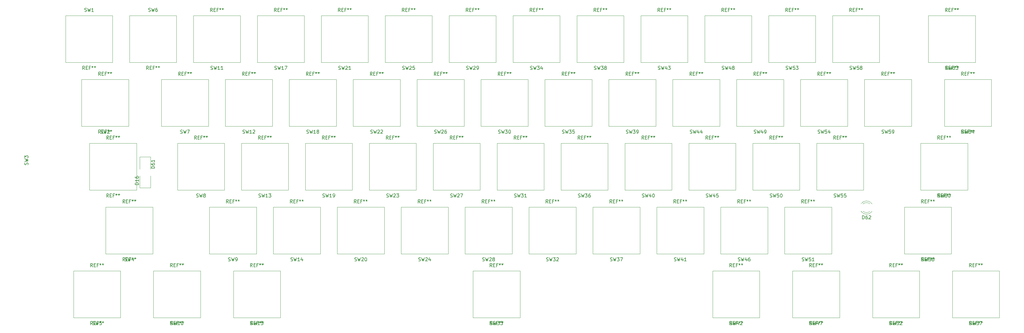
<source format=gbr>
%TF.GenerationSoftware,KiCad,Pcbnew,(5.1.10)-1*%
%TF.CreationDate,2021-07-24T22:52:42+07:00*%
%TF.ProjectId,65%_BLE,3635255f-424c-4452-9e6b-696361645f70,rev?*%
%TF.SameCoordinates,Original*%
%TF.FileFunction,Legend,Top*%
%TF.FilePolarity,Positive*%
%FSLAX46Y46*%
G04 Gerber Fmt 4.6, Leading zero omitted, Abs format (unit mm)*
G04 Created by KiCad (PCBNEW (5.1.10)-1) date 2021-07-24 22:52:42*
%MOMM*%
%LPD*%
G01*
G04 APERTURE LIST*
%ADD10C,0.120000*%
%ADD11C,0.150000*%
G04 APERTURE END LIST*
D10*
%TO.C,SW52*%
X233506000Y-69200000D02*
X233506000Y-83200000D01*
X233506000Y-69200000D02*
X247506000Y-69200000D01*
X247506000Y-69200000D02*
X247506000Y-83200000D01*
X247506000Y-83200000D02*
X233506000Y-83200000D01*
%TO.C,SW45*%
X178737500Y-31100000D02*
X178737500Y-45100000D01*
X178737500Y-31100000D02*
X192737500Y-31100000D01*
X192737500Y-31100000D02*
X192737500Y-45100000D01*
X192737500Y-45100000D02*
X178737500Y-45100000D01*
%TO.C,SW31*%
X121587500Y-31100000D02*
X121587500Y-45100000D01*
X121587500Y-31100000D02*
X135587500Y-31100000D01*
X135587500Y-31100000D02*
X135587500Y-45100000D01*
X135587500Y-45100000D02*
X121587500Y-45100000D01*
%TO.C,SW64*%
X268938000Y-26050000D02*
X254938000Y-26050000D01*
X268938000Y-12050000D02*
X268938000Y-26050000D01*
X254938000Y-12050000D02*
X268938000Y-12050000D01*
X254938000Y-12050000D02*
X254938000Y-26050000D01*
%TO.C,SW63*%
X264175000Y-7000000D02*
X250175000Y-7000000D01*
X264175000Y7000000D02*
X264175000Y-7000000D01*
X250175000Y7000000D02*
X264175000Y7000000D01*
X250175000Y7000000D02*
X250175000Y-7000000D01*
%TO.C,SW60*%
X247868100Y-31100000D02*
X247868100Y-45100000D01*
X247868100Y-31100000D02*
X261868100Y-31100000D01*
X261868100Y-31100000D02*
X261868100Y-45100000D01*
X261868100Y-45100000D02*
X247868100Y-45100000D01*
%TO.C,SW59*%
X231125000Y-12050000D02*
X231125000Y-26050000D01*
X231125000Y-12050000D02*
X245125000Y-12050000D01*
X245125000Y-12050000D02*
X245125000Y-26050000D01*
X245125000Y-26050000D02*
X231125000Y-26050000D01*
%TO.C,SW58*%
X221600000Y7000000D02*
X221600000Y-7000000D01*
X221600000Y7000000D02*
X235600000Y7000000D01*
X235600000Y7000000D02*
X235600000Y-7000000D01*
X235600000Y-7000000D02*
X221600000Y-7000000D01*
%TO.C,SW57*%
X271318499Y-83200000D02*
X257318499Y-83200000D01*
X271318499Y-69200000D02*
X271318499Y-83200000D01*
X257318499Y-69200000D02*
X271318499Y-69200000D01*
X257318499Y-69200000D02*
X257318499Y-83200000D01*
%TO.C,SW56*%
X243031500Y-50150000D02*
X243031500Y-64150000D01*
X243031500Y-50150000D02*
X257031500Y-50150000D01*
X257031500Y-50150000D02*
X257031500Y-64150000D01*
X257031500Y-64150000D02*
X243031500Y-64150000D01*
%TO.C,SW55*%
X216837500Y-31100000D02*
X216837500Y-45100000D01*
X216837500Y-31100000D02*
X230837500Y-31100000D01*
X230837500Y-31100000D02*
X230837500Y-45100000D01*
X230837500Y-45100000D02*
X216837500Y-45100000D01*
%TO.C,SW54*%
X212075000Y-12050000D02*
X212075000Y-26050000D01*
X212075000Y-12050000D02*
X226075000Y-12050000D01*
X226075000Y-12050000D02*
X226075000Y-26050000D01*
X226075000Y-26050000D02*
X212075000Y-26050000D01*
%TO.C,SW53*%
X202550000Y7000000D02*
X202550000Y-7000000D01*
X202550000Y7000000D02*
X216550000Y7000000D01*
X216550000Y7000000D02*
X216550000Y-7000000D01*
X216550000Y-7000000D02*
X202550000Y-7000000D01*
%TO.C,SW51*%
X207312500Y-50150000D02*
X207312500Y-64150000D01*
X207312500Y-50150000D02*
X221312500Y-50150000D01*
X221312500Y-50150000D02*
X221312500Y-64150000D01*
X221312500Y-64150000D02*
X207312500Y-64150000D01*
%TO.C,SW50*%
X197787500Y-31100000D02*
X197787500Y-45100000D01*
X197787500Y-31100000D02*
X211787500Y-31100000D01*
X211787500Y-31100000D02*
X211787500Y-45100000D01*
X211787500Y-45100000D02*
X197787500Y-45100000D01*
%TO.C,SW49*%
X193025000Y-12050000D02*
X193025000Y-26050000D01*
X193025000Y-12050000D02*
X207025000Y-12050000D01*
X207025000Y-12050000D02*
X207025000Y-26050000D01*
X207025000Y-26050000D02*
X193025000Y-26050000D01*
%TO.C,SW48*%
X183500000Y7000000D02*
X183500000Y-7000000D01*
X183500000Y7000000D02*
X197500000Y7000000D01*
X197500000Y7000000D02*
X197500000Y-7000000D01*
X197500000Y-7000000D02*
X183500000Y-7000000D01*
%TO.C,SW47*%
X223693500Y-83200000D02*
X209693500Y-83200000D01*
X223693500Y-69200000D02*
X223693500Y-83200000D01*
X209693500Y-69200000D02*
X223693500Y-69200000D01*
X209693500Y-69200000D02*
X209693500Y-83200000D01*
%TO.C,SW46*%
X188262500Y-50150000D02*
X188262500Y-64150000D01*
X188262500Y-50150000D02*
X202262500Y-50150000D01*
X202262500Y-50150000D02*
X202262500Y-64150000D01*
X202262500Y-64150000D02*
X188262500Y-64150000D01*
%TO.C,SW44*%
X173975000Y-12050000D02*
X173975000Y-26050000D01*
X173975000Y-12050000D02*
X187975000Y-12050000D01*
X187975000Y-12050000D02*
X187975000Y-26050000D01*
X187975000Y-26050000D02*
X173975000Y-26050000D01*
%TO.C,SW43*%
X164450000Y7000000D02*
X164450000Y-7000000D01*
X164450000Y7000000D02*
X178450000Y7000000D01*
X178450000Y7000000D02*
X178450000Y-7000000D01*
X178450000Y-7000000D02*
X164450000Y-7000000D01*
%TO.C,SW42*%
X199881000Y-83200000D02*
X185881000Y-83200000D01*
X199881000Y-69200000D02*
X199881000Y-83200000D01*
X185881000Y-69200000D02*
X199881000Y-69200000D01*
X185881000Y-69200000D02*
X185881000Y-83200000D01*
%TO.C,SW41*%
X169212500Y-50150000D02*
X169212500Y-64150000D01*
X169212500Y-50150000D02*
X183212500Y-50150000D01*
X183212500Y-50150000D02*
X183212500Y-64150000D01*
X183212500Y-64150000D02*
X169212500Y-64150000D01*
%TO.C,SW40*%
X159687500Y-31100000D02*
X159687500Y-45100000D01*
X159687500Y-31100000D02*
X173687500Y-31100000D01*
X173687500Y-31100000D02*
X173687500Y-45100000D01*
X173687500Y-45100000D02*
X159687500Y-45100000D01*
%TO.C,SW39*%
X154925000Y-12050000D02*
X154925000Y-26050000D01*
X154925000Y-12050000D02*
X168925000Y-12050000D01*
X168925000Y-12050000D02*
X168925000Y-26050000D01*
X168925000Y-26050000D02*
X154925000Y-26050000D01*
%TO.C,SW38*%
X145400000Y7000000D02*
X145400000Y-7000000D01*
X145400000Y7000000D02*
X159400000Y7000000D01*
X159400000Y7000000D02*
X159400000Y-7000000D01*
X159400000Y-7000000D02*
X145400000Y-7000000D01*
%TO.C,SW37*%
X150162500Y-50150000D02*
X150162500Y-64150000D01*
X150162500Y-50150000D02*
X164162500Y-50150000D01*
X164162500Y-50150000D02*
X164162500Y-64150000D01*
X164162500Y-64150000D02*
X150162500Y-64150000D01*
%TO.C,SW36*%
X140637500Y-31100000D02*
X140637500Y-45100000D01*
X140637500Y-31100000D02*
X154637500Y-31100000D01*
X154637500Y-31100000D02*
X154637500Y-45100000D01*
X154637500Y-45100000D02*
X140637500Y-45100000D01*
%TO.C,SW35*%
X135875000Y-12050000D02*
X135875000Y-26050000D01*
X135875000Y-12050000D02*
X149875000Y-12050000D01*
X149875000Y-12050000D02*
X149875000Y-26050000D01*
X149875000Y-26050000D02*
X135875000Y-26050000D01*
%TO.C,SW34*%
X126350000Y7000000D02*
X126350000Y-7000000D01*
X126350000Y7000000D02*
X140350000Y7000000D01*
X140350000Y7000000D02*
X140350000Y-7000000D01*
X140350000Y-7000000D02*
X126350000Y-7000000D01*
%TO.C,SW33*%
X114443500Y-69200000D02*
X114443500Y-83200000D01*
X114443500Y-69200000D02*
X128443500Y-69200000D01*
X128443500Y-69200000D02*
X128443500Y-83200000D01*
X128443500Y-83200000D02*
X114443500Y-83200000D01*
%TO.C,SW32*%
X131112500Y-50150000D02*
X131112500Y-64150000D01*
X131112500Y-50150000D02*
X145112500Y-50150000D01*
X145112500Y-50150000D02*
X145112500Y-64150000D01*
X145112500Y-64150000D02*
X131112500Y-64150000D01*
%TO.C,SW30*%
X116825000Y-12050000D02*
X116825000Y-26050000D01*
X116825000Y-12050000D02*
X130825000Y-12050000D01*
X130825000Y-12050000D02*
X130825000Y-26050000D01*
X130825000Y-26050000D02*
X116825000Y-26050000D01*
%TO.C,SW29*%
X107300000Y7000000D02*
X107300000Y-7000000D01*
X107300000Y7000000D02*
X121300000Y7000000D01*
X121300000Y7000000D02*
X121300000Y-7000000D01*
X121300000Y-7000000D02*
X107300000Y-7000000D01*
%TO.C,SW28*%
X112062500Y-50150000D02*
X112062500Y-64150000D01*
X112062500Y-50150000D02*
X126062500Y-50150000D01*
X126062500Y-50150000D02*
X126062500Y-64150000D01*
X126062500Y-64150000D02*
X112062500Y-64150000D01*
%TO.C,SW27*%
X102537500Y-31100000D02*
X102537500Y-45100000D01*
X102537500Y-31100000D02*
X116537500Y-31100000D01*
X116537500Y-31100000D02*
X116537500Y-45100000D01*
X116537500Y-45100000D02*
X102537500Y-45100000D01*
%TO.C,SW26*%
X97775000Y-12050000D02*
X97775000Y-26050000D01*
X97775000Y-12050000D02*
X111775000Y-12050000D01*
X111775000Y-12050000D02*
X111775000Y-26050000D01*
X111775000Y-26050000D02*
X97775000Y-26050000D01*
%TO.C,SW25*%
X88250000Y7000000D02*
X88250000Y-7000000D01*
X88250000Y7000000D02*
X102250000Y7000000D01*
X102250000Y7000000D02*
X102250000Y-7000000D01*
X102250000Y-7000000D02*
X88250000Y-7000000D01*
%TO.C,SW24*%
X93012500Y-50150000D02*
X93012500Y-64150000D01*
X93012500Y-50150000D02*
X107012500Y-50150000D01*
X107012500Y-50150000D02*
X107012500Y-64150000D01*
X107012500Y-64150000D02*
X93012500Y-64150000D01*
%TO.C,SW23*%
X83487500Y-31100000D02*
X83487500Y-45100000D01*
X83487500Y-31100000D02*
X97487500Y-31100000D01*
X97487500Y-31100000D02*
X97487500Y-45100000D01*
X97487500Y-45100000D02*
X83487500Y-45100000D01*
%TO.C,SW22*%
X78725000Y-12050000D02*
X78725000Y-26050000D01*
X78725000Y-12050000D02*
X92725000Y-12050000D01*
X92725000Y-12050000D02*
X92725000Y-26050000D01*
X92725000Y-26050000D02*
X78725000Y-26050000D01*
%TO.C,SW21*%
X69200000Y7000000D02*
X69200000Y-7000000D01*
X69200000Y7000000D02*
X83200000Y7000000D01*
X83200000Y7000000D02*
X83200000Y-7000000D01*
X83200000Y-7000000D02*
X69200000Y-7000000D01*
%TO.C,SW20*%
X73962500Y-50150000D02*
X73962500Y-64150000D01*
X73962500Y-50150000D02*
X87962500Y-50150000D01*
X87962500Y-50150000D02*
X87962500Y-64150000D01*
X87962500Y-64150000D02*
X73962500Y-64150000D01*
%TO.C,SW19*%
X64437500Y-31100000D02*
X64437500Y-45100000D01*
X64437500Y-31100000D02*
X78437500Y-31100000D01*
X78437500Y-31100000D02*
X78437500Y-45100000D01*
X78437500Y-45100000D02*
X64437500Y-45100000D01*
%TO.C,SW18*%
X59675000Y-12050000D02*
X59675000Y-26050000D01*
X59675000Y-12050000D02*
X73675000Y-12050000D01*
X73675000Y-12050000D02*
X73675000Y-26050000D01*
X73675000Y-26050000D02*
X59675000Y-26050000D01*
%TO.C,SW17*%
X50150000Y7000000D02*
X50150000Y-7000000D01*
X50150000Y7000000D02*
X64150000Y7000000D01*
X64150000Y7000000D02*
X64150000Y-7000000D01*
X64150000Y-7000000D02*
X50150000Y-7000000D01*
%TO.C,SW15*%
X57006000Y-83200000D02*
X43006000Y-83200000D01*
X57006000Y-69200000D02*
X57006000Y-83200000D01*
X43006000Y-69200000D02*
X57006000Y-69200000D01*
X43006000Y-69200000D02*
X43006000Y-83200000D01*
%TO.C,SW14*%
X54912500Y-50150000D02*
X54912500Y-64150000D01*
X54912500Y-50150000D02*
X68912500Y-50150000D01*
X68912500Y-50150000D02*
X68912500Y-64150000D01*
X68912500Y-64150000D02*
X54912500Y-64150000D01*
%TO.C,SW13*%
X45387500Y-31100000D02*
X45387500Y-45100000D01*
X45387500Y-31100000D02*
X59387500Y-31100000D01*
X59387500Y-31100000D02*
X59387500Y-45100000D01*
X59387500Y-45100000D02*
X45387500Y-45100000D01*
%TO.C,SW12*%
X40625000Y-12050000D02*
X40625000Y-26050000D01*
X40625000Y-12050000D02*
X54625000Y-12050000D01*
X54625000Y-12050000D02*
X54625000Y-26050000D01*
X54625000Y-26050000D02*
X40625000Y-26050000D01*
%TO.C,SW11*%
X31100000Y7000000D02*
X31100000Y-7000000D01*
X31100000Y7000000D02*
X45100000Y7000000D01*
X45100000Y7000000D02*
X45100000Y-7000000D01*
X45100000Y-7000000D02*
X31100000Y-7000000D01*
%TO.C,SW10*%
X33193500Y-83200000D02*
X19193500Y-83200000D01*
X33193500Y-69200000D02*
X33193500Y-83200000D01*
X19193500Y-69200000D02*
X33193500Y-69200000D01*
X19193500Y-69200000D02*
X19193500Y-83200000D01*
%TO.C,SW9*%
X35862500Y-50150000D02*
X35862500Y-64150000D01*
X35862500Y-50150000D02*
X49862500Y-50150000D01*
X49862500Y-50150000D02*
X49862500Y-64150000D01*
X49862500Y-64150000D02*
X35862500Y-64150000D01*
%TO.C,SW8*%
X26337500Y-31100000D02*
X26337500Y-45100000D01*
X26337500Y-31100000D02*
X40337500Y-31100000D01*
X40337500Y-31100000D02*
X40337500Y-45100000D01*
X40337500Y-45100000D02*
X26337500Y-45100000D01*
%TO.C,SW7*%
X21575000Y-12050000D02*
X21575000Y-26050000D01*
X21575000Y-12050000D02*
X35575000Y-12050000D01*
X35575000Y-12050000D02*
X35575000Y-26050000D01*
X35575000Y-26050000D02*
X21575000Y-26050000D01*
%TO.C,SW6*%
X26050000Y-7000000D02*
X26050000Y7000000D01*
X26050000Y-7000000D02*
X12050000Y-7000000D01*
X12050000Y-7000000D02*
X12050000Y7000000D01*
X12050000Y7000000D02*
X26050000Y7000000D01*
%TO.C,SW5*%
X9381000Y-83200000D02*
X-4619000Y-83200000D01*
X9381000Y-69200000D02*
X9381000Y-83200000D01*
X-4619000Y-69200000D02*
X9381000Y-69200000D01*
X-4619000Y-69200000D02*
X-4619000Y-83200000D01*
%TO.C,SW4*%
X4980600Y-50150000D02*
X4980600Y-64150000D01*
X4980600Y-50150000D02*
X18980600Y-50150000D01*
X18980600Y-50150000D02*
X18980600Y-64150000D01*
X18980600Y-64150000D02*
X4980600Y-64150000D01*
%TO.C,SW3*%
X14144000Y-45100000D02*
X144000Y-45100000D01*
X14144000Y-31100000D02*
X14144000Y-45100000D01*
X144000Y-31100000D02*
X14144000Y-31100000D01*
X144000Y-31100000D02*
X144000Y-45100000D01*
%TO.C,SW2*%
X11763000Y-26050000D02*
X-2237000Y-26050000D01*
X11763000Y-12050000D02*
X11763000Y-26050000D01*
X-2237000Y-12050000D02*
X11763000Y-12050000D01*
X-2237000Y-12050000D02*
X-2237000Y-26050000D01*
%TO.C,SW1*%
X7000000Y-7000000D02*
X7000000Y7000000D01*
X7000000Y-7000000D02*
X-7000000Y-7000000D01*
X-7000000Y-7000000D02*
X-7000000Y7000000D01*
X-7000000Y7000000D02*
X7000000Y7000000D01*
%TO.C,D62*%
X233300000Y-49240000D02*
X233300000Y-49084000D01*
X233300000Y-51556000D02*
X233300000Y-51400000D01*
X230067665Y-51398608D02*
G75*
G03*
X233300000Y-51555516I1672335J1078608D01*
G01*
X230067665Y-49241392D02*
G75*
G02*
X233300000Y-49084484I1672335J-1078608D01*
G01*
X230698870Y-51399837D02*
G75*
G03*
X232780961Y-51400000I1041130J1079837D01*
G01*
X230698870Y-49240163D02*
G75*
G02*
X232780961Y-49240000I1041130J-1079837D01*
G01*
%TO.C,D61*%
X18287800Y-35177800D02*
X15087800Y-35177800D01*
X15087800Y-38777800D02*
X15087800Y-35177800D01*
X18287800Y-38777800D02*
X18287800Y-35177800D01*
%TO.C,D16*%
X15087800Y-44440200D02*
X18287800Y-44440200D01*
X18287800Y-40840200D02*
X18287800Y-44440200D01*
X15087800Y-40840200D02*
X15087800Y-44440200D01*
%TO.C,SW52*%
D11*
X238696476Y-85267261D02*
X238839333Y-85314880D01*
X239077428Y-85314880D01*
X239172666Y-85267261D01*
X239220285Y-85219642D01*
X239267904Y-85124404D01*
X239267904Y-85029166D01*
X239220285Y-84933928D01*
X239172666Y-84886309D01*
X239077428Y-84838690D01*
X238886952Y-84791071D01*
X238791714Y-84743452D01*
X238744095Y-84695833D01*
X238696476Y-84600595D01*
X238696476Y-84505357D01*
X238744095Y-84410119D01*
X238791714Y-84362500D01*
X238886952Y-84314880D01*
X239125047Y-84314880D01*
X239267904Y-84362500D01*
X239601238Y-84314880D02*
X239839333Y-85314880D01*
X240029809Y-84600595D01*
X240220285Y-85314880D01*
X240458380Y-84314880D01*
X241315523Y-84314880D02*
X240839333Y-84314880D01*
X240791714Y-84791071D01*
X240839333Y-84743452D01*
X240934571Y-84695833D01*
X241172666Y-84695833D01*
X241267904Y-84743452D01*
X241315523Y-84791071D01*
X241363142Y-84886309D01*
X241363142Y-85124404D01*
X241315523Y-85219642D01*
X241267904Y-85267261D01*
X241172666Y-85314880D01*
X240934571Y-85314880D01*
X240839333Y-85267261D01*
X240791714Y-85219642D01*
X241744095Y-84410119D02*
X241791714Y-84362500D01*
X241886952Y-84314880D01*
X242125047Y-84314880D01*
X242220285Y-84362500D01*
X242267904Y-84410119D01*
X242315523Y-84505357D01*
X242315523Y-84600595D01*
X242267904Y-84743452D01*
X241696476Y-85314880D01*
X242315523Y-85314880D01*
X239172666Y-67989880D02*
X238839333Y-67513690D01*
X238601238Y-67989880D02*
X238601238Y-66989880D01*
X238982190Y-66989880D01*
X239077428Y-67037500D01*
X239125047Y-67085119D01*
X239172666Y-67180357D01*
X239172666Y-67323214D01*
X239125047Y-67418452D01*
X239077428Y-67466071D01*
X238982190Y-67513690D01*
X238601238Y-67513690D01*
X239601238Y-67466071D02*
X239934571Y-67466071D01*
X240077428Y-67989880D02*
X239601238Y-67989880D01*
X239601238Y-66989880D01*
X240077428Y-66989880D01*
X240839333Y-67466071D02*
X240506000Y-67466071D01*
X240506000Y-67989880D02*
X240506000Y-66989880D01*
X240982190Y-66989880D01*
X241506000Y-66989880D02*
X241506000Y-67227976D01*
X241267904Y-67132738D02*
X241506000Y-67227976D01*
X241744095Y-67132738D01*
X241363142Y-67418452D02*
X241506000Y-67227976D01*
X241648857Y-67418452D01*
X242267904Y-66989880D02*
X242267904Y-67227976D01*
X242029809Y-67132738D02*
X242267904Y-67227976D01*
X242506000Y-67132738D01*
X242125047Y-67418452D02*
X242267904Y-67227976D01*
X242410761Y-67418452D01*
X239172666Y-85314880D02*
X238839333Y-84838690D01*
X238601238Y-85314880D02*
X238601238Y-84314880D01*
X238982190Y-84314880D01*
X239077428Y-84362500D01*
X239125047Y-84410119D01*
X239172666Y-84505357D01*
X239172666Y-84648214D01*
X239125047Y-84743452D01*
X239077428Y-84791071D01*
X238982190Y-84838690D01*
X238601238Y-84838690D01*
X239601238Y-84791071D02*
X239934571Y-84791071D01*
X240077428Y-85314880D02*
X239601238Y-85314880D01*
X239601238Y-84314880D01*
X240077428Y-84314880D01*
X240839333Y-84791071D02*
X240506000Y-84791071D01*
X240506000Y-85314880D02*
X240506000Y-84314880D01*
X240982190Y-84314880D01*
X241506000Y-84314880D02*
X241506000Y-84552976D01*
X241267904Y-84457738D02*
X241506000Y-84552976D01*
X241744095Y-84457738D01*
X241363142Y-84743452D02*
X241506000Y-84552976D01*
X241648857Y-84743452D01*
X242267904Y-84314880D02*
X242267904Y-84552976D01*
X242029809Y-84457738D02*
X242267904Y-84552976D01*
X242506000Y-84457738D01*
X242125047Y-84743452D02*
X242267904Y-84552976D01*
X242410761Y-84743452D01*
X239172666Y-85314880D02*
X238839333Y-84838690D01*
X238601238Y-85314880D02*
X238601238Y-84314880D01*
X238982190Y-84314880D01*
X239077428Y-84362500D01*
X239125047Y-84410119D01*
X239172666Y-84505357D01*
X239172666Y-84648214D01*
X239125047Y-84743452D01*
X239077428Y-84791071D01*
X238982190Y-84838690D01*
X238601238Y-84838690D01*
X239601238Y-84791071D02*
X239934571Y-84791071D01*
X240077428Y-85314880D02*
X239601238Y-85314880D01*
X239601238Y-84314880D01*
X240077428Y-84314880D01*
X240839333Y-84791071D02*
X240506000Y-84791071D01*
X240506000Y-85314880D02*
X240506000Y-84314880D01*
X240982190Y-84314880D01*
X241506000Y-84314880D02*
X241506000Y-84552976D01*
X241267904Y-84457738D02*
X241506000Y-84552976D01*
X241744095Y-84457738D01*
X241363142Y-84743452D02*
X241506000Y-84552976D01*
X241648857Y-84743452D01*
X242267904Y-84314880D02*
X242267904Y-84552976D01*
X242029809Y-84457738D02*
X242267904Y-84552976D01*
X242506000Y-84457738D01*
X242125047Y-84743452D02*
X242267904Y-84552976D01*
X242410761Y-84743452D01*
%TO.C,SW45*%
X183927976Y-47167261D02*
X184070833Y-47214880D01*
X184308928Y-47214880D01*
X184404166Y-47167261D01*
X184451785Y-47119642D01*
X184499404Y-47024404D01*
X184499404Y-46929166D01*
X184451785Y-46833928D01*
X184404166Y-46786309D01*
X184308928Y-46738690D01*
X184118452Y-46691071D01*
X184023214Y-46643452D01*
X183975595Y-46595833D01*
X183927976Y-46500595D01*
X183927976Y-46405357D01*
X183975595Y-46310119D01*
X184023214Y-46262500D01*
X184118452Y-46214880D01*
X184356547Y-46214880D01*
X184499404Y-46262500D01*
X184832738Y-46214880D02*
X185070833Y-47214880D01*
X185261309Y-46500595D01*
X185451785Y-47214880D01*
X185689880Y-46214880D01*
X186499404Y-46548214D02*
X186499404Y-47214880D01*
X186261309Y-46167261D02*
X186023214Y-46881547D01*
X186642261Y-46881547D01*
X187499404Y-46214880D02*
X187023214Y-46214880D01*
X186975595Y-46691071D01*
X187023214Y-46643452D01*
X187118452Y-46595833D01*
X187356547Y-46595833D01*
X187451785Y-46643452D01*
X187499404Y-46691071D01*
X187547023Y-46786309D01*
X187547023Y-47024404D01*
X187499404Y-47119642D01*
X187451785Y-47167261D01*
X187356547Y-47214880D01*
X187118452Y-47214880D01*
X187023214Y-47167261D01*
X186975595Y-47119642D01*
X184404166Y-29889880D02*
X184070833Y-29413690D01*
X183832738Y-29889880D02*
X183832738Y-28889880D01*
X184213690Y-28889880D01*
X184308928Y-28937500D01*
X184356547Y-28985119D01*
X184404166Y-29080357D01*
X184404166Y-29223214D01*
X184356547Y-29318452D01*
X184308928Y-29366071D01*
X184213690Y-29413690D01*
X183832738Y-29413690D01*
X184832738Y-29366071D02*
X185166071Y-29366071D01*
X185308928Y-29889880D02*
X184832738Y-29889880D01*
X184832738Y-28889880D01*
X185308928Y-28889880D01*
X186070833Y-29366071D02*
X185737500Y-29366071D01*
X185737500Y-29889880D02*
X185737500Y-28889880D01*
X186213690Y-28889880D01*
X186737500Y-28889880D02*
X186737500Y-29127976D01*
X186499404Y-29032738D02*
X186737500Y-29127976D01*
X186975595Y-29032738D01*
X186594642Y-29318452D02*
X186737500Y-29127976D01*
X186880357Y-29318452D01*
X187499404Y-28889880D02*
X187499404Y-29127976D01*
X187261309Y-29032738D02*
X187499404Y-29127976D01*
X187737500Y-29032738D01*
X187356547Y-29318452D02*
X187499404Y-29127976D01*
X187642261Y-29318452D01*
%TO.C,SW31*%
X126777976Y-47167261D02*
X126920833Y-47214880D01*
X127158928Y-47214880D01*
X127254166Y-47167261D01*
X127301785Y-47119642D01*
X127349404Y-47024404D01*
X127349404Y-46929166D01*
X127301785Y-46833928D01*
X127254166Y-46786309D01*
X127158928Y-46738690D01*
X126968452Y-46691071D01*
X126873214Y-46643452D01*
X126825595Y-46595833D01*
X126777976Y-46500595D01*
X126777976Y-46405357D01*
X126825595Y-46310119D01*
X126873214Y-46262500D01*
X126968452Y-46214880D01*
X127206547Y-46214880D01*
X127349404Y-46262500D01*
X127682738Y-46214880D02*
X127920833Y-47214880D01*
X128111309Y-46500595D01*
X128301785Y-47214880D01*
X128539880Y-46214880D01*
X128825595Y-46214880D02*
X129444642Y-46214880D01*
X129111309Y-46595833D01*
X129254166Y-46595833D01*
X129349404Y-46643452D01*
X129397023Y-46691071D01*
X129444642Y-46786309D01*
X129444642Y-47024404D01*
X129397023Y-47119642D01*
X129349404Y-47167261D01*
X129254166Y-47214880D01*
X128968452Y-47214880D01*
X128873214Y-47167261D01*
X128825595Y-47119642D01*
X130397023Y-47214880D02*
X129825595Y-47214880D01*
X130111309Y-47214880D02*
X130111309Y-46214880D01*
X130016071Y-46357738D01*
X129920833Y-46452976D01*
X129825595Y-46500595D01*
X127254166Y-29889880D02*
X126920833Y-29413690D01*
X126682738Y-29889880D02*
X126682738Y-28889880D01*
X127063690Y-28889880D01*
X127158928Y-28937500D01*
X127206547Y-28985119D01*
X127254166Y-29080357D01*
X127254166Y-29223214D01*
X127206547Y-29318452D01*
X127158928Y-29366071D01*
X127063690Y-29413690D01*
X126682738Y-29413690D01*
X127682738Y-29366071D02*
X128016071Y-29366071D01*
X128158928Y-29889880D02*
X127682738Y-29889880D01*
X127682738Y-28889880D01*
X128158928Y-28889880D01*
X128920833Y-29366071D02*
X128587500Y-29366071D01*
X128587500Y-29889880D02*
X128587500Y-28889880D01*
X129063690Y-28889880D01*
X129587500Y-28889880D02*
X129587500Y-29127976D01*
X129349404Y-29032738D02*
X129587500Y-29127976D01*
X129825595Y-29032738D01*
X129444642Y-29318452D02*
X129587500Y-29127976D01*
X129730357Y-29318452D01*
X130349404Y-28889880D02*
X130349404Y-29127976D01*
X130111309Y-29032738D02*
X130349404Y-29127976D01*
X130587500Y-29032738D01*
X130206547Y-29318452D02*
X130349404Y-29127976D01*
X130492261Y-29318452D01*
%TO.C,SW64*%
X260128476Y-28117261D02*
X260271333Y-28164880D01*
X260509428Y-28164880D01*
X260604666Y-28117261D01*
X260652285Y-28069642D01*
X260699904Y-27974404D01*
X260699904Y-27879166D01*
X260652285Y-27783928D01*
X260604666Y-27736309D01*
X260509428Y-27688690D01*
X260318952Y-27641071D01*
X260223714Y-27593452D01*
X260176095Y-27545833D01*
X260128476Y-27450595D01*
X260128476Y-27355357D01*
X260176095Y-27260119D01*
X260223714Y-27212500D01*
X260318952Y-27164880D01*
X260557047Y-27164880D01*
X260699904Y-27212500D01*
X261033238Y-27164880D02*
X261271333Y-28164880D01*
X261461809Y-27450595D01*
X261652285Y-28164880D01*
X261890380Y-27164880D01*
X262699904Y-27164880D02*
X262509428Y-27164880D01*
X262414190Y-27212500D01*
X262366571Y-27260119D01*
X262271333Y-27402976D01*
X262223714Y-27593452D01*
X262223714Y-27974404D01*
X262271333Y-28069642D01*
X262318952Y-28117261D01*
X262414190Y-28164880D01*
X262604666Y-28164880D01*
X262699904Y-28117261D01*
X262747523Y-28069642D01*
X262795142Y-27974404D01*
X262795142Y-27736309D01*
X262747523Y-27641071D01*
X262699904Y-27593452D01*
X262604666Y-27545833D01*
X262414190Y-27545833D01*
X262318952Y-27593452D01*
X262271333Y-27641071D01*
X262223714Y-27736309D01*
X263652285Y-27498214D02*
X263652285Y-28164880D01*
X263414190Y-27117261D02*
X263176095Y-27831547D01*
X263795142Y-27831547D01*
X260604666Y-10839880D02*
X260271333Y-10363690D01*
X260033238Y-10839880D02*
X260033238Y-9839880D01*
X260414190Y-9839880D01*
X260509428Y-9887500D01*
X260557047Y-9935119D01*
X260604666Y-10030357D01*
X260604666Y-10173214D01*
X260557047Y-10268452D01*
X260509428Y-10316071D01*
X260414190Y-10363690D01*
X260033238Y-10363690D01*
X261033238Y-10316071D02*
X261366571Y-10316071D01*
X261509428Y-10839880D02*
X261033238Y-10839880D01*
X261033238Y-9839880D01*
X261509428Y-9839880D01*
X262271333Y-10316071D02*
X261938000Y-10316071D01*
X261938000Y-10839880D02*
X261938000Y-9839880D01*
X262414190Y-9839880D01*
X262938000Y-9839880D02*
X262938000Y-10077976D01*
X262699904Y-9982738D02*
X262938000Y-10077976D01*
X263176095Y-9982738D01*
X262795142Y-10268452D02*
X262938000Y-10077976D01*
X263080857Y-10268452D01*
X263699904Y-9839880D02*
X263699904Y-10077976D01*
X263461809Y-9982738D02*
X263699904Y-10077976D01*
X263938000Y-9982738D01*
X263557047Y-10268452D02*
X263699904Y-10077976D01*
X263842761Y-10268452D01*
X260604666Y-28164880D02*
X260271333Y-27688690D01*
X260033238Y-28164880D02*
X260033238Y-27164880D01*
X260414190Y-27164880D01*
X260509428Y-27212500D01*
X260557047Y-27260119D01*
X260604666Y-27355357D01*
X260604666Y-27498214D01*
X260557047Y-27593452D01*
X260509428Y-27641071D01*
X260414190Y-27688690D01*
X260033238Y-27688690D01*
X261033238Y-27641071D02*
X261366571Y-27641071D01*
X261509428Y-28164880D02*
X261033238Y-28164880D01*
X261033238Y-27164880D01*
X261509428Y-27164880D01*
X262271333Y-27641071D02*
X261938000Y-27641071D01*
X261938000Y-28164880D02*
X261938000Y-27164880D01*
X262414190Y-27164880D01*
X262938000Y-27164880D02*
X262938000Y-27402976D01*
X262699904Y-27307738D02*
X262938000Y-27402976D01*
X263176095Y-27307738D01*
X262795142Y-27593452D02*
X262938000Y-27402976D01*
X263080857Y-27593452D01*
X263699904Y-27164880D02*
X263699904Y-27402976D01*
X263461809Y-27307738D02*
X263699904Y-27402976D01*
X263938000Y-27307738D01*
X263557047Y-27593452D02*
X263699904Y-27402976D01*
X263842761Y-27593452D01*
%TO.C,SW63*%
X255365476Y-9067261D02*
X255508333Y-9114880D01*
X255746428Y-9114880D01*
X255841666Y-9067261D01*
X255889285Y-9019642D01*
X255936904Y-8924404D01*
X255936904Y-8829166D01*
X255889285Y-8733928D01*
X255841666Y-8686309D01*
X255746428Y-8638690D01*
X255555952Y-8591071D01*
X255460714Y-8543452D01*
X255413095Y-8495833D01*
X255365476Y-8400595D01*
X255365476Y-8305357D01*
X255413095Y-8210119D01*
X255460714Y-8162500D01*
X255555952Y-8114880D01*
X255794047Y-8114880D01*
X255936904Y-8162500D01*
X256270238Y-8114880D02*
X256508333Y-9114880D01*
X256698809Y-8400595D01*
X256889285Y-9114880D01*
X257127380Y-8114880D01*
X257936904Y-8114880D02*
X257746428Y-8114880D01*
X257651190Y-8162500D01*
X257603571Y-8210119D01*
X257508333Y-8352976D01*
X257460714Y-8543452D01*
X257460714Y-8924404D01*
X257508333Y-9019642D01*
X257555952Y-9067261D01*
X257651190Y-9114880D01*
X257841666Y-9114880D01*
X257936904Y-9067261D01*
X257984523Y-9019642D01*
X258032142Y-8924404D01*
X258032142Y-8686309D01*
X257984523Y-8591071D01*
X257936904Y-8543452D01*
X257841666Y-8495833D01*
X257651190Y-8495833D01*
X257555952Y-8543452D01*
X257508333Y-8591071D01*
X257460714Y-8686309D01*
X258365476Y-8114880D02*
X258984523Y-8114880D01*
X258651190Y-8495833D01*
X258794047Y-8495833D01*
X258889285Y-8543452D01*
X258936904Y-8591071D01*
X258984523Y-8686309D01*
X258984523Y-8924404D01*
X258936904Y-9019642D01*
X258889285Y-9067261D01*
X258794047Y-9114880D01*
X258508333Y-9114880D01*
X258413095Y-9067261D01*
X258365476Y-9019642D01*
X255841666Y8210119D02*
X255508333Y8686309D01*
X255270238Y8210119D02*
X255270238Y9210119D01*
X255651190Y9210119D01*
X255746428Y9162500D01*
X255794047Y9114880D01*
X255841666Y9019642D01*
X255841666Y8876785D01*
X255794047Y8781547D01*
X255746428Y8733928D01*
X255651190Y8686309D01*
X255270238Y8686309D01*
X256270238Y8733928D02*
X256603571Y8733928D01*
X256746428Y8210119D02*
X256270238Y8210119D01*
X256270238Y9210119D01*
X256746428Y9210119D01*
X257508333Y8733928D02*
X257175000Y8733928D01*
X257175000Y8210119D02*
X257175000Y9210119D01*
X257651190Y9210119D01*
X258175000Y9210119D02*
X258175000Y8972023D01*
X257936904Y9067261D02*
X258175000Y8972023D01*
X258413095Y9067261D01*
X258032142Y8781547D02*
X258175000Y8972023D01*
X258317857Y8781547D01*
X258936904Y9210119D02*
X258936904Y8972023D01*
X258698809Y9067261D02*
X258936904Y8972023D01*
X259175000Y9067261D01*
X258794047Y8781547D02*
X258936904Y8972023D01*
X259079761Y8781547D01*
X255841666Y-9114880D02*
X255508333Y-8638690D01*
X255270238Y-9114880D02*
X255270238Y-8114880D01*
X255651190Y-8114880D01*
X255746428Y-8162500D01*
X255794047Y-8210119D01*
X255841666Y-8305357D01*
X255841666Y-8448214D01*
X255794047Y-8543452D01*
X255746428Y-8591071D01*
X255651190Y-8638690D01*
X255270238Y-8638690D01*
X256270238Y-8591071D02*
X256603571Y-8591071D01*
X256746428Y-9114880D02*
X256270238Y-9114880D01*
X256270238Y-8114880D01*
X256746428Y-8114880D01*
X257508333Y-8591071D02*
X257175000Y-8591071D01*
X257175000Y-9114880D02*
X257175000Y-8114880D01*
X257651190Y-8114880D01*
X258175000Y-8114880D02*
X258175000Y-8352976D01*
X257936904Y-8257738D02*
X258175000Y-8352976D01*
X258413095Y-8257738D01*
X258032142Y-8543452D02*
X258175000Y-8352976D01*
X258317857Y-8543452D01*
X258936904Y-8114880D02*
X258936904Y-8352976D01*
X258698809Y-8257738D02*
X258936904Y-8352976D01*
X259175000Y-8257738D01*
X258794047Y-8543452D02*
X258936904Y-8352976D01*
X259079761Y-8543452D01*
%TO.C,SW60*%
X253058576Y-47167261D02*
X253201433Y-47214880D01*
X253439528Y-47214880D01*
X253534766Y-47167261D01*
X253582385Y-47119642D01*
X253630004Y-47024404D01*
X253630004Y-46929166D01*
X253582385Y-46833928D01*
X253534766Y-46786309D01*
X253439528Y-46738690D01*
X253249052Y-46691071D01*
X253153814Y-46643452D01*
X253106195Y-46595833D01*
X253058576Y-46500595D01*
X253058576Y-46405357D01*
X253106195Y-46310119D01*
X253153814Y-46262500D01*
X253249052Y-46214880D01*
X253487147Y-46214880D01*
X253630004Y-46262500D01*
X253963338Y-46214880D02*
X254201433Y-47214880D01*
X254391909Y-46500595D01*
X254582385Y-47214880D01*
X254820480Y-46214880D01*
X255630004Y-46214880D02*
X255439528Y-46214880D01*
X255344290Y-46262500D01*
X255296671Y-46310119D01*
X255201433Y-46452976D01*
X255153814Y-46643452D01*
X255153814Y-47024404D01*
X255201433Y-47119642D01*
X255249052Y-47167261D01*
X255344290Y-47214880D01*
X255534766Y-47214880D01*
X255630004Y-47167261D01*
X255677623Y-47119642D01*
X255725242Y-47024404D01*
X255725242Y-46786309D01*
X255677623Y-46691071D01*
X255630004Y-46643452D01*
X255534766Y-46595833D01*
X255344290Y-46595833D01*
X255249052Y-46643452D01*
X255201433Y-46691071D01*
X255153814Y-46786309D01*
X256344290Y-46214880D02*
X256439528Y-46214880D01*
X256534766Y-46262500D01*
X256582385Y-46310119D01*
X256630004Y-46405357D01*
X256677623Y-46595833D01*
X256677623Y-46833928D01*
X256630004Y-47024404D01*
X256582385Y-47119642D01*
X256534766Y-47167261D01*
X256439528Y-47214880D01*
X256344290Y-47214880D01*
X256249052Y-47167261D01*
X256201433Y-47119642D01*
X256153814Y-47024404D01*
X256106195Y-46833928D01*
X256106195Y-46595833D01*
X256153814Y-46405357D01*
X256201433Y-46310119D01*
X256249052Y-46262500D01*
X256344290Y-46214880D01*
X253534766Y-29889880D02*
X253201433Y-29413690D01*
X252963338Y-29889880D02*
X252963338Y-28889880D01*
X253344290Y-28889880D01*
X253439528Y-28937500D01*
X253487147Y-28985119D01*
X253534766Y-29080357D01*
X253534766Y-29223214D01*
X253487147Y-29318452D01*
X253439528Y-29366071D01*
X253344290Y-29413690D01*
X252963338Y-29413690D01*
X253963338Y-29366071D02*
X254296671Y-29366071D01*
X254439528Y-29889880D02*
X253963338Y-29889880D01*
X253963338Y-28889880D01*
X254439528Y-28889880D01*
X255201433Y-29366071D02*
X254868100Y-29366071D01*
X254868100Y-29889880D02*
X254868100Y-28889880D01*
X255344290Y-28889880D01*
X255868100Y-28889880D02*
X255868100Y-29127976D01*
X255630004Y-29032738D02*
X255868100Y-29127976D01*
X256106195Y-29032738D01*
X255725242Y-29318452D02*
X255868100Y-29127976D01*
X256010957Y-29318452D01*
X256630004Y-28889880D02*
X256630004Y-29127976D01*
X256391909Y-29032738D02*
X256630004Y-29127976D01*
X256868100Y-29032738D01*
X256487147Y-29318452D02*
X256630004Y-29127976D01*
X256772861Y-29318452D01*
X253534766Y-47214880D02*
X253201433Y-46738690D01*
X252963338Y-47214880D02*
X252963338Y-46214880D01*
X253344290Y-46214880D01*
X253439528Y-46262500D01*
X253487147Y-46310119D01*
X253534766Y-46405357D01*
X253534766Y-46548214D01*
X253487147Y-46643452D01*
X253439528Y-46691071D01*
X253344290Y-46738690D01*
X252963338Y-46738690D01*
X253963338Y-46691071D02*
X254296671Y-46691071D01*
X254439528Y-47214880D02*
X253963338Y-47214880D01*
X253963338Y-46214880D01*
X254439528Y-46214880D01*
X255201433Y-46691071D02*
X254868100Y-46691071D01*
X254868100Y-47214880D02*
X254868100Y-46214880D01*
X255344290Y-46214880D01*
X255868100Y-46214880D02*
X255868100Y-46452976D01*
X255630004Y-46357738D02*
X255868100Y-46452976D01*
X256106195Y-46357738D01*
X255725242Y-46643452D02*
X255868100Y-46452976D01*
X256010957Y-46643452D01*
X256630004Y-46214880D02*
X256630004Y-46452976D01*
X256391909Y-46357738D02*
X256630004Y-46452976D01*
X256868100Y-46357738D01*
X256487147Y-46643452D02*
X256630004Y-46452976D01*
X256772861Y-46643452D01*
%TO.C,SW59*%
X236315476Y-28117261D02*
X236458333Y-28164880D01*
X236696428Y-28164880D01*
X236791666Y-28117261D01*
X236839285Y-28069642D01*
X236886904Y-27974404D01*
X236886904Y-27879166D01*
X236839285Y-27783928D01*
X236791666Y-27736309D01*
X236696428Y-27688690D01*
X236505952Y-27641071D01*
X236410714Y-27593452D01*
X236363095Y-27545833D01*
X236315476Y-27450595D01*
X236315476Y-27355357D01*
X236363095Y-27260119D01*
X236410714Y-27212500D01*
X236505952Y-27164880D01*
X236744047Y-27164880D01*
X236886904Y-27212500D01*
X237220238Y-27164880D02*
X237458333Y-28164880D01*
X237648809Y-27450595D01*
X237839285Y-28164880D01*
X238077380Y-27164880D01*
X238934523Y-27164880D02*
X238458333Y-27164880D01*
X238410714Y-27641071D01*
X238458333Y-27593452D01*
X238553571Y-27545833D01*
X238791666Y-27545833D01*
X238886904Y-27593452D01*
X238934523Y-27641071D01*
X238982142Y-27736309D01*
X238982142Y-27974404D01*
X238934523Y-28069642D01*
X238886904Y-28117261D01*
X238791666Y-28164880D01*
X238553571Y-28164880D01*
X238458333Y-28117261D01*
X238410714Y-28069642D01*
X239458333Y-28164880D02*
X239648809Y-28164880D01*
X239744047Y-28117261D01*
X239791666Y-28069642D01*
X239886904Y-27926785D01*
X239934523Y-27736309D01*
X239934523Y-27355357D01*
X239886904Y-27260119D01*
X239839285Y-27212500D01*
X239744047Y-27164880D01*
X239553571Y-27164880D01*
X239458333Y-27212500D01*
X239410714Y-27260119D01*
X239363095Y-27355357D01*
X239363095Y-27593452D01*
X239410714Y-27688690D01*
X239458333Y-27736309D01*
X239553571Y-27783928D01*
X239744047Y-27783928D01*
X239839285Y-27736309D01*
X239886904Y-27688690D01*
X239934523Y-27593452D01*
X236791666Y-10839880D02*
X236458333Y-10363690D01*
X236220238Y-10839880D02*
X236220238Y-9839880D01*
X236601190Y-9839880D01*
X236696428Y-9887500D01*
X236744047Y-9935119D01*
X236791666Y-10030357D01*
X236791666Y-10173214D01*
X236744047Y-10268452D01*
X236696428Y-10316071D01*
X236601190Y-10363690D01*
X236220238Y-10363690D01*
X237220238Y-10316071D02*
X237553571Y-10316071D01*
X237696428Y-10839880D02*
X237220238Y-10839880D01*
X237220238Y-9839880D01*
X237696428Y-9839880D01*
X238458333Y-10316071D02*
X238125000Y-10316071D01*
X238125000Y-10839880D02*
X238125000Y-9839880D01*
X238601190Y-9839880D01*
X239125000Y-9839880D02*
X239125000Y-10077976D01*
X238886904Y-9982738D02*
X239125000Y-10077976D01*
X239363095Y-9982738D01*
X238982142Y-10268452D02*
X239125000Y-10077976D01*
X239267857Y-10268452D01*
X239886904Y-9839880D02*
X239886904Y-10077976D01*
X239648809Y-9982738D02*
X239886904Y-10077976D01*
X240125000Y-9982738D01*
X239744047Y-10268452D02*
X239886904Y-10077976D01*
X240029761Y-10268452D01*
%TO.C,SW58*%
X226790476Y-9067261D02*
X226933333Y-9114880D01*
X227171428Y-9114880D01*
X227266666Y-9067261D01*
X227314285Y-9019642D01*
X227361904Y-8924404D01*
X227361904Y-8829166D01*
X227314285Y-8733928D01*
X227266666Y-8686309D01*
X227171428Y-8638690D01*
X226980952Y-8591071D01*
X226885714Y-8543452D01*
X226838095Y-8495833D01*
X226790476Y-8400595D01*
X226790476Y-8305357D01*
X226838095Y-8210119D01*
X226885714Y-8162500D01*
X226980952Y-8114880D01*
X227219047Y-8114880D01*
X227361904Y-8162500D01*
X227695238Y-8114880D02*
X227933333Y-9114880D01*
X228123809Y-8400595D01*
X228314285Y-9114880D01*
X228552380Y-8114880D01*
X229409523Y-8114880D02*
X228933333Y-8114880D01*
X228885714Y-8591071D01*
X228933333Y-8543452D01*
X229028571Y-8495833D01*
X229266666Y-8495833D01*
X229361904Y-8543452D01*
X229409523Y-8591071D01*
X229457142Y-8686309D01*
X229457142Y-8924404D01*
X229409523Y-9019642D01*
X229361904Y-9067261D01*
X229266666Y-9114880D01*
X229028571Y-9114880D01*
X228933333Y-9067261D01*
X228885714Y-9019642D01*
X230028571Y-8543452D02*
X229933333Y-8495833D01*
X229885714Y-8448214D01*
X229838095Y-8352976D01*
X229838095Y-8305357D01*
X229885714Y-8210119D01*
X229933333Y-8162500D01*
X230028571Y-8114880D01*
X230219047Y-8114880D01*
X230314285Y-8162500D01*
X230361904Y-8210119D01*
X230409523Y-8305357D01*
X230409523Y-8352976D01*
X230361904Y-8448214D01*
X230314285Y-8495833D01*
X230219047Y-8543452D01*
X230028571Y-8543452D01*
X229933333Y-8591071D01*
X229885714Y-8638690D01*
X229838095Y-8733928D01*
X229838095Y-8924404D01*
X229885714Y-9019642D01*
X229933333Y-9067261D01*
X230028571Y-9114880D01*
X230219047Y-9114880D01*
X230314285Y-9067261D01*
X230361904Y-9019642D01*
X230409523Y-8924404D01*
X230409523Y-8733928D01*
X230361904Y-8638690D01*
X230314285Y-8591071D01*
X230219047Y-8543452D01*
X227266666Y8210119D02*
X226933333Y8686309D01*
X226695238Y8210119D02*
X226695238Y9210119D01*
X227076190Y9210119D01*
X227171428Y9162500D01*
X227219047Y9114880D01*
X227266666Y9019642D01*
X227266666Y8876785D01*
X227219047Y8781547D01*
X227171428Y8733928D01*
X227076190Y8686309D01*
X226695238Y8686309D01*
X227695238Y8733928D02*
X228028571Y8733928D01*
X228171428Y8210119D02*
X227695238Y8210119D01*
X227695238Y9210119D01*
X228171428Y9210119D01*
X228933333Y8733928D02*
X228600000Y8733928D01*
X228600000Y8210119D02*
X228600000Y9210119D01*
X229076190Y9210119D01*
X229600000Y9210119D02*
X229600000Y8972023D01*
X229361904Y9067261D02*
X229600000Y8972023D01*
X229838095Y9067261D01*
X229457142Y8781547D02*
X229600000Y8972023D01*
X229742857Y8781547D01*
X230361904Y9210119D02*
X230361904Y8972023D01*
X230123809Y9067261D02*
X230361904Y8972023D01*
X230600000Y9067261D01*
X230219047Y8781547D02*
X230361904Y8972023D01*
X230504761Y8781547D01*
%TO.C,SW57*%
X262508975Y-85267261D02*
X262651832Y-85314880D01*
X262889927Y-85314880D01*
X262985165Y-85267261D01*
X263032784Y-85219642D01*
X263080403Y-85124404D01*
X263080403Y-85029166D01*
X263032784Y-84933928D01*
X262985165Y-84886309D01*
X262889927Y-84838690D01*
X262699451Y-84791071D01*
X262604213Y-84743452D01*
X262556594Y-84695833D01*
X262508975Y-84600595D01*
X262508975Y-84505357D01*
X262556594Y-84410119D01*
X262604213Y-84362500D01*
X262699451Y-84314880D01*
X262937546Y-84314880D01*
X263080403Y-84362500D01*
X263413737Y-84314880D02*
X263651832Y-85314880D01*
X263842308Y-84600595D01*
X264032784Y-85314880D01*
X264270879Y-84314880D01*
X265128022Y-84314880D02*
X264651832Y-84314880D01*
X264604213Y-84791071D01*
X264651832Y-84743452D01*
X264747070Y-84695833D01*
X264985165Y-84695833D01*
X265080403Y-84743452D01*
X265128022Y-84791071D01*
X265175641Y-84886309D01*
X265175641Y-85124404D01*
X265128022Y-85219642D01*
X265080403Y-85267261D01*
X264985165Y-85314880D01*
X264747070Y-85314880D01*
X264651832Y-85267261D01*
X264604213Y-85219642D01*
X265508975Y-84314880D02*
X266175641Y-84314880D01*
X265747070Y-85314880D01*
X262985165Y-67989880D02*
X262651832Y-67513690D01*
X262413737Y-67989880D02*
X262413737Y-66989880D01*
X262794689Y-66989880D01*
X262889927Y-67037500D01*
X262937546Y-67085119D01*
X262985165Y-67180357D01*
X262985165Y-67323214D01*
X262937546Y-67418452D01*
X262889927Y-67466071D01*
X262794689Y-67513690D01*
X262413737Y-67513690D01*
X263413737Y-67466071D02*
X263747070Y-67466071D01*
X263889927Y-67989880D02*
X263413737Y-67989880D01*
X263413737Y-66989880D01*
X263889927Y-66989880D01*
X264651832Y-67466071D02*
X264318499Y-67466071D01*
X264318499Y-67989880D02*
X264318499Y-66989880D01*
X264794689Y-66989880D01*
X265318499Y-66989880D02*
X265318499Y-67227976D01*
X265080403Y-67132738D02*
X265318499Y-67227976D01*
X265556594Y-67132738D01*
X265175641Y-67418452D02*
X265318499Y-67227976D01*
X265461356Y-67418452D01*
X266080403Y-66989880D02*
X266080403Y-67227976D01*
X265842308Y-67132738D02*
X266080403Y-67227976D01*
X266318499Y-67132738D01*
X265937546Y-67418452D02*
X266080403Y-67227976D01*
X266223260Y-67418452D01*
X262985165Y-85314880D02*
X262651832Y-84838690D01*
X262413737Y-85314880D02*
X262413737Y-84314880D01*
X262794689Y-84314880D01*
X262889927Y-84362500D01*
X262937546Y-84410119D01*
X262985165Y-84505357D01*
X262985165Y-84648214D01*
X262937546Y-84743452D01*
X262889927Y-84791071D01*
X262794689Y-84838690D01*
X262413737Y-84838690D01*
X263413737Y-84791071D02*
X263747070Y-84791071D01*
X263889927Y-85314880D02*
X263413737Y-85314880D01*
X263413737Y-84314880D01*
X263889927Y-84314880D01*
X264651832Y-84791071D02*
X264318499Y-84791071D01*
X264318499Y-85314880D02*
X264318499Y-84314880D01*
X264794689Y-84314880D01*
X265318499Y-84314880D02*
X265318499Y-84552976D01*
X265080403Y-84457738D02*
X265318499Y-84552976D01*
X265556594Y-84457738D01*
X265175641Y-84743452D02*
X265318499Y-84552976D01*
X265461356Y-84743452D01*
X266080403Y-84314880D02*
X266080403Y-84552976D01*
X265842308Y-84457738D02*
X266080403Y-84552976D01*
X266318499Y-84457738D01*
X265937546Y-84743452D02*
X266080403Y-84552976D01*
X266223260Y-84743452D01*
X262985165Y-85314880D02*
X262651832Y-84838690D01*
X262413737Y-85314880D02*
X262413737Y-84314880D01*
X262794689Y-84314880D01*
X262889927Y-84362500D01*
X262937546Y-84410119D01*
X262985165Y-84505357D01*
X262985165Y-84648214D01*
X262937546Y-84743452D01*
X262889927Y-84791071D01*
X262794689Y-84838690D01*
X262413737Y-84838690D01*
X263413737Y-84791071D02*
X263747070Y-84791071D01*
X263889927Y-85314880D02*
X263413737Y-85314880D01*
X263413737Y-84314880D01*
X263889927Y-84314880D01*
X264651832Y-84791071D02*
X264318499Y-84791071D01*
X264318499Y-85314880D02*
X264318499Y-84314880D01*
X264794689Y-84314880D01*
X265318499Y-84314880D02*
X265318499Y-84552976D01*
X265080403Y-84457738D02*
X265318499Y-84552976D01*
X265556594Y-84457738D01*
X265175641Y-84743452D02*
X265318499Y-84552976D01*
X265461356Y-84743452D01*
X266080403Y-84314880D02*
X266080403Y-84552976D01*
X265842308Y-84457738D02*
X266080403Y-84552976D01*
X266318499Y-84457738D01*
X265937546Y-84743452D02*
X266080403Y-84552976D01*
X266223260Y-84743452D01*
%TO.C,SW56*%
X248221976Y-66217261D02*
X248364833Y-66264880D01*
X248602928Y-66264880D01*
X248698166Y-66217261D01*
X248745785Y-66169642D01*
X248793404Y-66074404D01*
X248793404Y-65979166D01*
X248745785Y-65883928D01*
X248698166Y-65836309D01*
X248602928Y-65788690D01*
X248412452Y-65741071D01*
X248317214Y-65693452D01*
X248269595Y-65645833D01*
X248221976Y-65550595D01*
X248221976Y-65455357D01*
X248269595Y-65360119D01*
X248317214Y-65312500D01*
X248412452Y-65264880D01*
X248650547Y-65264880D01*
X248793404Y-65312500D01*
X249126738Y-65264880D02*
X249364833Y-66264880D01*
X249555309Y-65550595D01*
X249745785Y-66264880D01*
X249983880Y-65264880D01*
X250841023Y-65264880D02*
X250364833Y-65264880D01*
X250317214Y-65741071D01*
X250364833Y-65693452D01*
X250460071Y-65645833D01*
X250698166Y-65645833D01*
X250793404Y-65693452D01*
X250841023Y-65741071D01*
X250888642Y-65836309D01*
X250888642Y-66074404D01*
X250841023Y-66169642D01*
X250793404Y-66217261D01*
X250698166Y-66264880D01*
X250460071Y-66264880D01*
X250364833Y-66217261D01*
X250317214Y-66169642D01*
X251745785Y-65264880D02*
X251555309Y-65264880D01*
X251460071Y-65312500D01*
X251412452Y-65360119D01*
X251317214Y-65502976D01*
X251269595Y-65693452D01*
X251269595Y-66074404D01*
X251317214Y-66169642D01*
X251364833Y-66217261D01*
X251460071Y-66264880D01*
X251650547Y-66264880D01*
X251745785Y-66217261D01*
X251793404Y-66169642D01*
X251841023Y-66074404D01*
X251841023Y-65836309D01*
X251793404Y-65741071D01*
X251745785Y-65693452D01*
X251650547Y-65645833D01*
X251460071Y-65645833D01*
X251364833Y-65693452D01*
X251317214Y-65741071D01*
X251269595Y-65836309D01*
X248698166Y-48939880D02*
X248364833Y-48463690D01*
X248126738Y-48939880D02*
X248126738Y-47939880D01*
X248507690Y-47939880D01*
X248602928Y-47987500D01*
X248650547Y-48035119D01*
X248698166Y-48130357D01*
X248698166Y-48273214D01*
X248650547Y-48368452D01*
X248602928Y-48416071D01*
X248507690Y-48463690D01*
X248126738Y-48463690D01*
X249126738Y-48416071D02*
X249460071Y-48416071D01*
X249602928Y-48939880D02*
X249126738Y-48939880D01*
X249126738Y-47939880D01*
X249602928Y-47939880D01*
X250364833Y-48416071D02*
X250031500Y-48416071D01*
X250031500Y-48939880D02*
X250031500Y-47939880D01*
X250507690Y-47939880D01*
X251031500Y-47939880D02*
X251031500Y-48177976D01*
X250793404Y-48082738D02*
X251031500Y-48177976D01*
X251269595Y-48082738D01*
X250888642Y-48368452D02*
X251031500Y-48177976D01*
X251174357Y-48368452D01*
X251793404Y-47939880D02*
X251793404Y-48177976D01*
X251555309Y-48082738D02*
X251793404Y-48177976D01*
X252031500Y-48082738D01*
X251650547Y-48368452D02*
X251793404Y-48177976D01*
X251936261Y-48368452D01*
X248698166Y-66264880D02*
X248364833Y-65788690D01*
X248126738Y-66264880D02*
X248126738Y-65264880D01*
X248507690Y-65264880D01*
X248602928Y-65312500D01*
X248650547Y-65360119D01*
X248698166Y-65455357D01*
X248698166Y-65598214D01*
X248650547Y-65693452D01*
X248602928Y-65741071D01*
X248507690Y-65788690D01*
X248126738Y-65788690D01*
X249126738Y-65741071D02*
X249460071Y-65741071D01*
X249602928Y-66264880D02*
X249126738Y-66264880D01*
X249126738Y-65264880D01*
X249602928Y-65264880D01*
X250364833Y-65741071D02*
X250031500Y-65741071D01*
X250031500Y-66264880D02*
X250031500Y-65264880D01*
X250507690Y-65264880D01*
X251031500Y-65264880D02*
X251031500Y-65502976D01*
X250793404Y-65407738D02*
X251031500Y-65502976D01*
X251269595Y-65407738D01*
X250888642Y-65693452D02*
X251031500Y-65502976D01*
X251174357Y-65693452D01*
X251793404Y-65264880D02*
X251793404Y-65502976D01*
X251555309Y-65407738D02*
X251793404Y-65502976D01*
X252031500Y-65407738D01*
X251650547Y-65693452D02*
X251793404Y-65502976D01*
X251936261Y-65693452D01*
%TO.C,SW55*%
X222027976Y-47167261D02*
X222170833Y-47214880D01*
X222408928Y-47214880D01*
X222504166Y-47167261D01*
X222551785Y-47119642D01*
X222599404Y-47024404D01*
X222599404Y-46929166D01*
X222551785Y-46833928D01*
X222504166Y-46786309D01*
X222408928Y-46738690D01*
X222218452Y-46691071D01*
X222123214Y-46643452D01*
X222075595Y-46595833D01*
X222027976Y-46500595D01*
X222027976Y-46405357D01*
X222075595Y-46310119D01*
X222123214Y-46262500D01*
X222218452Y-46214880D01*
X222456547Y-46214880D01*
X222599404Y-46262500D01*
X222932738Y-46214880D02*
X223170833Y-47214880D01*
X223361309Y-46500595D01*
X223551785Y-47214880D01*
X223789880Y-46214880D01*
X224647023Y-46214880D02*
X224170833Y-46214880D01*
X224123214Y-46691071D01*
X224170833Y-46643452D01*
X224266071Y-46595833D01*
X224504166Y-46595833D01*
X224599404Y-46643452D01*
X224647023Y-46691071D01*
X224694642Y-46786309D01*
X224694642Y-47024404D01*
X224647023Y-47119642D01*
X224599404Y-47167261D01*
X224504166Y-47214880D01*
X224266071Y-47214880D01*
X224170833Y-47167261D01*
X224123214Y-47119642D01*
X225599404Y-46214880D02*
X225123214Y-46214880D01*
X225075595Y-46691071D01*
X225123214Y-46643452D01*
X225218452Y-46595833D01*
X225456547Y-46595833D01*
X225551785Y-46643452D01*
X225599404Y-46691071D01*
X225647023Y-46786309D01*
X225647023Y-47024404D01*
X225599404Y-47119642D01*
X225551785Y-47167261D01*
X225456547Y-47214880D01*
X225218452Y-47214880D01*
X225123214Y-47167261D01*
X225075595Y-47119642D01*
X222504166Y-29889880D02*
X222170833Y-29413690D01*
X221932738Y-29889880D02*
X221932738Y-28889880D01*
X222313690Y-28889880D01*
X222408928Y-28937500D01*
X222456547Y-28985119D01*
X222504166Y-29080357D01*
X222504166Y-29223214D01*
X222456547Y-29318452D01*
X222408928Y-29366071D01*
X222313690Y-29413690D01*
X221932738Y-29413690D01*
X222932738Y-29366071D02*
X223266071Y-29366071D01*
X223408928Y-29889880D02*
X222932738Y-29889880D01*
X222932738Y-28889880D01*
X223408928Y-28889880D01*
X224170833Y-29366071D02*
X223837500Y-29366071D01*
X223837500Y-29889880D02*
X223837500Y-28889880D01*
X224313690Y-28889880D01*
X224837500Y-28889880D02*
X224837500Y-29127976D01*
X224599404Y-29032738D02*
X224837500Y-29127976D01*
X225075595Y-29032738D01*
X224694642Y-29318452D02*
X224837500Y-29127976D01*
X224980357Y-29318452D01*
X225599404Y-28889880D02*
X225599404Y-29127976D01*
X225361309Y-29032738D02*
X225599404Y-29127976D01*
X225837500Y-29032738D01*
X225456547Y-29318452D02*
X225599404Y-29127976D01*
X225742261Y-29318452D01*
%TO.C,SW54*%
X217265476Y-28117261D02*
X217408333Y-28164880D01*
X217646428Y-28164880D01*
X217741666Y-28117261D01*
X217789285Y-28069642D01*
X217836904Y-27974404D01*
X217836904Y-27879166D01*
X217789285Y-27783928D01*
X217741666Y-27736309D01*
X217646428Y-27688690D01*
X217455952Y-27641071D01*
X217360714Y-27593452D01*
X217313095Y-27545833D01*
X217265476Y-27450595D01*
X217265476Y-27355357D01*
X217313095Y-27260119D01*
X217360714Y-27212500D01*
X217455952Y-27164880D01*
X217694047Y-27164880D01*
X217836904Y-27212500D01*
X218170238Y-27164880D02*
X218408333Y-28164880D01*
X218598809Y-27450595D01*
X218789285Y-28164880D01*
X219027380Y-27164880D01*
X219884523Y-27164880D02*
X219408333Y-27164880D01*
X219360714Y-27641071D01*
X219408333Y-27593452D01*
X219503571Y-27545833D01*
X219741666Y-27545833D01*
X219836904Y-27593452D01*
X219884523Y-27641071D01*
X219932142Y-27736309D01*
X219932142Y-27974404D01*
X219884523Y-28069642D01*
X219836904Y-28117261D01*
X219741666Y-28164880D01*
X219503571Y-28164880D01*
X219408333Y-28117261D01*
X219360714Y-28069642D01*
X220789285Y-27498214D02*
X220789285Y-28164880D01*
X220551190Y-27117261D02*
X220313095Y-27831547D01*
X220932142Y-27831547D01*
X217741666Y-10839880D02*
X217408333Y-10363690D01*
X217170238Y-10839880D02*
X217170238Y-9839880D01*
X217551190Y-9839880D01*
X217646428Y-9887500D01*
X217694047Y-9935119D01*
X217741666Y-10030357D01*
X217741666Y-10173214D01*
X217694047Y-10268452D01*
X217646428Y-10316071D01*
X217551190Y-10363690D01*
X217170238Y-10363690D01*
X218170238Y-10316071D02*
X218503571Y-10316071D01*
X218646428Y-10839880D02*
X218170238Y-10839880D01*
X218170238Y-9839880D01*
X218646428Y-9839880D01*
X219408333Y-10316071D02*
X219075000Y-10316071D01*
X219075000Y-10839880D02*
X219075000Y-9839880D01*
X219551190Y-9839880D01*
X220075000Y-9839880D02*
X220075000Y-10077976D01*
X219836904Y-9982738D02*
X220075000Y-10077976D01*
X220313095Y-9982738D01*
X219932142Y-10268452D02*
X220075000Y-10077976D01*
X220217857Y-10268452D01*
X220836904Y-9839880D02*
X220836904Y-10077976D01*
X220598809Y-9982738D02*
X220836904Y-10077976D01*
X221075000Y-9982738D01*
X220694047Y-10268452D02*
X220836904Y-10077976D01*
X220979761Y-10268452D01*
%TO.C,SW53*%
X207740476Y-9067261D02*
X207883333Y-9114880D01*
X208121428Y-9114880D01*
X208216666Y-9067261D01*
X208264285Y-9019642D01*
X208311904Y-8924404D01*
X208311904Y-8829166D01*
X208264285Y-8733928D01*
X208216666Y-8686309D01*
X208121428Y-8638690D01*
X207930952Y-8591071D01*
X207835714Y-8543452D01*
X207788095Y-8495833D01*
X207740476Y-8400595D01*
X207740476Y-8305357D01*
X207788095Y-8210119D01*
X207835714Y-8162500D01*
X207930952Y-8114880D01*
X208169047Y-8114880D01*
X208311904Y-8162500D01*
X208645238Y-8114880D02*
X208883333Y-9114880D01*
X209073809Y-8400595D01*
X209264285Y-9114880D01*
X209502380Y-8114880D01*
X210359523Y-8114880D02*
X209883333Y-8114880D01*
X209835714Y-8591071D01*
X209883333Y-8543452D01*
X209978571Y-8495833D01*
X210216666Y-8495833D01*
X210311904Y-8543452D01*
X210359523Y-8591071D01*
X210407142Y-8686309D01*
X210407142Y-8924404D01*
X210359523Y-9019642D01*
X210311904Y-9067261D01*
X210216666Y-9114880D01*
X209978571Y-9114880D01*
X209883333Y-9067261D01*
X209835714Y-9019642D01*
X210740476Y-8114880D02*
X211359523Y-8114880D01*
X211026190Y-8495833D01*
X211169047Y-8495833D01*
X211264285Y-8543452D01*
X211311904Y-8591071D01*
X211359523Y-8686309D01*
X211359523Y-8924404D01*
X211311904Y-9019642D01*
X211264285Y-9067261D01*
X211169047Y-9114880D01*
X210883333Y-9114880D01*
X210788095Y-9067261D01*
X210740476Y-9019642D01*
X208216666Y8210119D02*
X207883333Y8686309D01*
X207645238Y8210119D02*
X207645238Y9210119D01*
X208026190Y9210119D01*
X208121428Y9162500D01*
X208169047Y9114880D01*
X208216666Y9019642D01*
X208216666Y8876785D01*
X208169047Y8781547D01*
X208121428Y8733928D01*
X208026190Y8686309D01*
X207645238Y8686309D01*
X208645238Y8733928D02*
X208978571Y8733928D01*
X209121428Y8210119D02*
X208645238Y8210119D01*
X208645238Y9210119D01*
X209121428Y9210119D01*
X209883333Y8733928D02*
X209550000Y8733928D01*
X209550000Y8210119D02*
X209550000Y9210119D01*
X210026190Y9210119D01*
X210550000Y9210119D02*
X210550000Y8972023D01*
X210311904Y9067261D02*
X210550000Y8972023D01*
X210788095Y9067261D01*
X210407142Y8781547D02*
X210550000Y8972023D01*
X210692857Y8781547D01*
X211311904Y9210119D02*
X211311904Y8972023D01*
X211073809Y9067261D02*
X211311904Y8972023D01*
X211550000Y9067261D01*
X211169047Y8781547D02*
X211311904Y8972023D01*
X211454761Y8781547D01*
%TO.C,SW51*%
X212502976Y-66217261D02*
X212645833Y-66264880D01*
X212883928Y-66264880D01*
X212979166Y-66217261D01*
X213026785Y-66169642D01*
X213074404Y-66074404D01*
X213074404Y-65979166D01*
X213026785Y-65883928D01*
X212979166Y-65836309D01*
X212883928Y-65788690D01*
X212693452Y-65741071D01*
X212598214Y-65693452D01*
X212550595Y-65645833D01*
X212502976Y-65550595D01*
X212502976Y-65455357D01*
X212550595Y-65360119D01*
X212598214Y-65312500D01*
X212693452Y-65264880D01*
X212931547Y-65264880D01*
X213074404Y-65312500D01*
X213407738Y-65264880D02*
X213645833Y-66264880D01*
X213836309Y-65550595D01*
X214026785Y-66264880D01*
X214264880Y-65264880D01*
X215122023Y-65264880D02*
X214645833Y-65264880D01*
X214598214Y-65741071D01*
X214645833Y-65693452D01*
X214741071Y-65645833D01*
X214979166Y-65645833D01*
X215074404Y-65693452D01*
X215122023Y-65741071D01*
X215169642Y-65836309D01*
X215169642Y-66074404D01*
X215122023Y-66169642D01*
X215074404Y-66217261D01*
X214979166Y-66264880D01*
X214741071Y-66264880D01*
X214645833Y-66217261D01*
X214598214Y-66169642D01*
X216122023Y-66264880D02*
X215550595Y-66264880D01*
X215836309Y-66264880D02*
X215836309Y-65264880D01*
X215741071Y-65407738D01*
X215645833Y-65502976D01*
X215550595Y-65550595D01*
X212979166Y-48939880D02*
X212645833Y-48463690D01*
X212407738Y-48939880D02*
X212407738Y-47939880D01*
X212788690Y-47939880D01*
X212883928Y-47987500D01*
X212931547Y-48035119D01*
X212979166Y-48130357D01*
X212979166Y-48273214D01*
X212931547Y-48368452D01*
X212883928Y-48416071D01*
X212788690Y-48463690D01*
X212407738Y-48463690D01*
X213407738Y-48416071D02*
X213741071Y-48416071D01*
X213883928Y-48939880D02*
X213407738Y-48939880D01*
X213407738Y-47939880D01*
X213883928Y-47939880D01*
X214645833Y-48416071D02*
X214312500Y-48416071D01*
X214312500Y-48939880D02*
X214312500Y-47939880D01*
X214788690Y-47939880D01*
X215312500Y-47939880D02*
X215312500Y-48177976D01*
X215074404Y-48082738D02*
X215312500Y-48177976D01*
X215550595Y-48082738D01*
X215169642Y-48368452D02*
X215312500Y-48177976D01*
X215455357Y-48368452D01*
X216074404Y-47939880D02*
X216074404Y-48177976D01*
X215836309Y-48082738D02*
X216074404Y-48177976D01*
X216312500Y-48082738D01*
X215931547Y-48368452D02*
X216074404Y-48177976D01*
X216217261Y-48368452D01*
%TO.C,SW50*%
X202977976Y-47167261D02*
X203120833Y-47214880D01*
X203358928Y-47214880D01*
X203454166Y-47167261D01*
X203501785Y-47119642D01*
X203549404Y-47024404D01*
X203549404Y-46929166D01*
X203501785Y-46833928D01*
X203454166Y-46786309D01*
X203358928Y-46738690D01*
X203168452Y-46691071D01*
X203073214Y-46643452D01*
X203025595Y-46595833D01*
X202977976Y-46500595D01*
X202977976Y-46405357D01*
X203025595Y-46310119D01*
X203073214Y-46262500D01*
X203168452Y-46214880D01*
X203406547Y-46214880D01*
X203549404Y-46262500D01*
X203882738Y-46214880D02*
X204120833Y-47214880D01*
X204311309Y-46500595D01*
X204501785Y-47214880D01*
X204739880Y-46214880D01*
X205597023Y-46214880D02*
X205120833Y-46214880D01*
X205073214Y-46691071D01*
X205120833Y-46643452D01*
X205216071Y-46595833D01*
X205454166Y-46595833D01*
X205549404Y-46643452D01*
X205597023Y-46691071D01*
X205644642Y-46786309D01*
X205644642Y-47024404D01*
X205597023Y-47119642D01*
X205549404Y-47167261D01*
X205454166Y-47214880D01*
X205216071Y-47214880D01*
X205120833Y-47167261D01*
X205073214Y-47119642D01*
X206263690Y-46214880D02*
X206358928Y-46214880D01*
X206454166Y-46262500D01*
X206501785Y-46310119D01*
X206549404Y-46405357D01*
X206597023Y-46595833D01*
X206597023Y-46833928D01*
X206549404Y-47024404D01*
X206501785Y-47119642D01*
X206454166Y-47167261D01*
X206358928Y-47214880D01*
X206263690Y-47214880D01*
X206168452Y-47167261D01*
X206120833Y-47119642D01*
X206073214Y-47024404D01*
X206025595Y-46833928D01*
X206025595Y-46595833D01*
X206073214Y-46405357D01*
X206120833Y-46310119D01*
X206168452Y-46262500D01*
X206263690Y-46214880D01*
X203454166Y-29889880D02*
X203120833Y-29413690D01*
X202882738Y-29889880D02*
X202882738Y-28889880D01*
X203263690Y-28889880D01*
X203358928Y-28937500D01*
X203406547Y-28985119D01*
X203454166Y-29080357D01*
X203454166Y-29223214D01*
X203406547Y-29318452D01*
X203358928Y-29366071D01*
X203263690Y-29413690D01*
X202882738Y-29413690D01*
X203882738Y-29366071D02*
X204216071Y-29366071D01*
X204358928Y-29889880D02*
X203882738Y-29889880D01*
X203882738Y-28889880D01*
X204358928Y-28889880D01*
X205120833Y-29366071D02*
X204787500Y-29366071D01*
X204787500Y-29889880D02*
X204787500Y-28889880D01*
X205263690Y-28889880D01*
X205787500Y-28889880D02*
X205787500Y-29127976D01*
X205549404Y-29032738D02*
X205787500Y-29127976D01*
X206025595Y-29032738D01*
X205644642Y-29318452D02*
X205787500Y-29127976D01*
X205930357Y-29318452D01*
X206549404Y-28889880D02*
X206549404Y-29127976D01*
X206311309Y-29032738D02*
X206549404Y-29127976D01*
X206787500Y-29032738D01*
X206406547Y-29318452D02*
X206549404Y-29127976D01*
X206692261Y-29318452D01*
%TO.C,SW49*%
X198215476Y-28117261D02*
X198358333Y-28164880D01*
X198596428Y-28164880D01*
X198691666Y-28117261D01*
X198739285Y-28069642D01*
X198786904Y-27974404D01*
X198786904Y-27879166D01*
X198739285Y-27783928D01*
X198691666Y-27736309D01*
X198596428Y-27688690D01*
X198405952Y-27641071D01*
X198310714Y-27593452D01*
X198263095Y-27545833D01*
X198215476Y-27450595D01*
X198215476Y-27355357D01*
X198263095Y-27260119D01*
X198310714Y-27212500D01*
X198405952Y-27164880D01*
X198644047Y-27164880D01*
X198786904Y-27212500D01*
X199120238Y-27164880D02*
X199358333Y-28164880D01*
X199548809Y-27450595D01*
X199739285Y-28164880D01*
X199977380Y-27164880D01*
X200786904Y-27498214D02*
X200786904Y-28164880D01*
X200548809Y-27117261D02*
X200310714Y-27831547D01*
X200929761Y-27831547D01*
X201358333Y-28164880D02*
X201548809Y-28164880D01*
X201644047Y-28117261D01*
X201691666Y-28069642D01*
X201786904Y-27926785D01*
X201834523Y-27736309D01*
X201834523Y-27355357D01*
X201786904Y-27260119D01*
X201739285Y-27212500D01*
X201644047Y-27164880D01*
X201453571Y-27164880D01*
X201358333Y-27212500D01*
X201310714Y-27260119D01*
X201263095Y-27355357D01*
X201263095Y-27593452D01*
X201310714Y-27688690D01*
X201358333Y-27736309D01*
X201453571Y-27783928D01*
X201644047Y-27783928D01*
X201739285Y-27736309D01*
X201786904Y-27688690D01*
X201834523Y-27593452D01*
X198691666Y-10839880D02*
X198358333Y-10363690D01*
X198120238Y-10839880D02*
X198120238Y-9839880D01*
X198501190Y-9839880D01*
X198596428Y-9887500D01*
X198644047Y-9935119D01*
X198691666Y-10030357D01*
X198691666Y-10173214D01*
X198644047Y-10268452D01*
X198596428Y-10316071D01*
X198501190Y-10363690D01*
X198120238Y-10363690D01*
X199120238Y-10316071D02*
X199453571Y-10316071D01*
X199596428Y-10839880D02*
X199120238Y-10839880D01*
X199120238Y-9839880D01*
X199596428Y-9839880D01*
X200358333Y-10316071D02*
X200025000Y-10316071D01*
X200025000Y-10839880D02*
X200025000Y-9839880D01*
X200501190Y-9839880D01*
X201025000Y-9839880D02*
X201025000Y-10077976D01*
X200786904Y-9982738D02*
X201025000Y-10077976D01*
X201263095Y-9982738D01*
X200882142Y-10268452D02*
X201025000Y-10077976D01*
X201167857Y-10268452D01*
X201786904Y-9839880D02*
X201786904Y-10077976D01*
X201548809Y-9982738D02*
X201786904Y-10077976D01*
X202025000Y-9982738D01*
X201644047Y-10268452D02*
X201786904Y-10077976D01*
X201929761Y-10268452D01*
%TO.C,SW48*%
X188690476Y-9067261D02*
X188833333Y-9114880D01*
X189071428Y-9114880D01*
X189166666Y-9067261D01*
X189214285Y-9019642D01*
X189261904Y-8924404D01*
X189261904Y-8829166D01*
X189214285Y-8733928D01*
X189166666Y-8686309D01*
X189071428Y-8638690D01*
X188880952Y-8591071D01*
X188785714Y-8543452D01*
X188738095Y-8495833D01*
X188690476Y-8400595D01*
X188690476Y-8305357D01*
X188738095Y-8210119D01*
X188785714Y-8162500D01*
X188880952Y-8114880D01*
X189119047Y-8114880D01*
X189261904Y-8162500D01*
X189595238Y-8114880D02*
X189833333Y-9114880D01*
X190023809Y-8400595D01*
X190214285Y-9114880D01*
X190452380Y-8114880D01*
X191261904Y-8448214D02*
X191261904Y-9114880D01*
X191023809Y-8067261D02*
X190785714Y-8781547D01*
X191404761Y-8781547D01*
X191928571Y-8543452D02*
X191833333Y-8495833D01*
X191785714Y-8448214D01*
X191738095Y-8352976D01*
X191738095Y-8305357D01*
X191785714Y-8210119D01*
X191833333Y-8162500D01*
X191928571Y-8114880D01*
X192119047Y-8114880D01*
X192214285Y-8162500D01*
X192261904Y-8210119D01*
X192309523Y-8305357D01*
X192309523Y-8352976D01*
X192261904Y-8448214D01*
X192214285Y-8495833D01*
X192119047Y-8543452D01*
X191928571Y-8543452D01*
X191833333Y-8591071D01*
X191785714Y-8638690D01*
X191738095Y-8733928D01*
X191738095Y-8924404D01*
X191785714Y-9019642D01*
X191833333Y-9067261D01*
X191928571Y-9114880D01*
X192119047Y-9114880D01*
X192214285Y-9067261D01*
X192261904Y-9019642D01*
X192309523Y-8924404D01*
X192309523Y-8733928D01*
X192261904Y-8638690D01*
X192214285Y-8591071D01*
X192119047Y-8543452D01*
X189166666Y8210119D02*
X188833333Y8686309D01*
X188595238Y8210119D02*
X188595238Y9210119D01*
X188976190Y9210119D01*
X189071428Y9162500D01*
X189119047Y9114880D01*
X189166666Y9019642D01*
X189166666Y8876785D01*
X189119047Y8781547D01*
X189071428Y8733928D01*
X188976190Y8686309D01*
X188595238Y8686309D01*
X189595238Y8733928D02*
X189928571Y8733928D01*
X190071428Y8210119D02*
X189595238Y8210119D01*
X189595238Y9210119D01*
X190071428Y9210119D01*
X190833333Y8733928D02*
X190500000Y8733928D01*
X190500000Y8210119D02*
X190500000Y9210119D01*
X190976190Y9210119D01*
X191500000Y9210119D02*
X191500000Y8972023D01*
X191261904Y9067261D02*
X191500000Y8972023D01*
X191738095Y9067261D01*
X191357142Y8781547D02*
X191500000Y8972023D01*
X191642857Y8781547D01*
X192261904Y9210119D02*
X192261904Y8972023D01*
X192023809Y9067261D02*
X192261904Y8972023D01*
X192500000Y9067261D01*
X192119047Y8781547D02*
X192261904Y8972023D01*
X192404761Y8781547D01*
%TO.C,SW47*%
X214883976Y-85267261D02*
X215026833Y-85314880D01*
X215264928Y-85314880D01*
X215360166Y-85267261D01*
X215407785Y-85219642D01*
X215455404Y-85124404D01*
X215455404Y-85029166D01*
X215407785Y-84933928D01*
X215360166Y-84886309D01*
X215264928Y-84838690D01*
X215074452Y-84791071D01*
X214979214Y-84743452D01*
X214931595Y-84695833D01*
X214883976Y-84600595D01*
X214883976Y-84505357D01*
X214931595Y-84410119D01*
X214979214Y-84362500D01*
X215074452Y-84314880D01*
X215312547Y-84314880D01*
X215455404Y-84362500D01*
X215788738Y-84314880D02*
X216026833Y-85314880D01*
X216217309Y-84600595D01*
X216407785Y-85314880D01*
X216645880Y-84314880D01*
X217455404Y-84648214D02*
X217455404Y-85314880D01*
X217217309Y-84267261D02*
X216979214Y-84981547D01*
X217598261Y-84981547D01*
X217883976Y-84314880D02*
X218550642Y-84314880D01*
X218122071Y-85314880D01*
X215360166Y-67989880D02*
X215026833Y-67513690D01*
X214788738Y-67989880D02*
X214788738Y-66989880D01*
X215169690Y-66989880D01*
X215264928Y-67037500D01*
X215312547Y-67085119D01*
X215360166Y-67180357D01*
X215360166Y-67323214D01*
X215312547Y-67418452D01*
X215264928Y-67466071D01*
X215169690Y-67513690D01*
X214788738Y-67513690D01*
X215788738Y-67466071D02*
X216122071Y-67466071D01*
X216264928Y-67989880D02*
X215788738Y-67989880D01*
X215788738Y-66989880D01*
X216264928Y-66989880D01*
X217026833Y-67466071D02*
X216693500Y-67466071D01*
X216693500Y-67989880D02*
X216693500Y-66989880D01*
X217169690Y-66989880D01*
X217693500Y-66989880D02*
X217693500Y-67227976D01*
X217455404Y-67132738D02*
X217693500Y-67227976D01*
X217931595Y-67132738D01*
X217550642Y-67418452D02*
X217693500Y-67227976D01*
X217836357Y-67418452D01*
X218455404Y-66989880D02*
X218455404Y-67227976D01*
X218217309Y-67132738D02*
X218455404Y-67227976D01*
X218693500Y-67132738D01*
X218312547Y-67418452D02*
X218455404Y-67227976D01*
X218598261Y-67418452D01*
X215360166Y-85314880D02*
X215026833Y-84838690D01*
X214788738Y-85314880D02*
X214788738Y-84314880D01*
X215169690Y-84314880D01*
X215264928Y-84362500D01*
X215312547Y-84410119D01*
X215360166Y-84505357D01*
X215360166Y-84648214D01*
X215312547Y-84743452D01*
X215264928Y-84791071D01*
X215169690Y-84838690D01*
X214788738Y-84838690D01*
X215788738Y-84791071D02*
X216122071Y-84791071D01*
X216264928Y-85314880D02*
X215788738Y-85314880D01*
X215788738Y-84314880D01*
X216264928Y-84314880D01*
X217026833Y-84791071D02*
X216693500Y-84791071D01*
X216693500Y-85314880D02*
X216693500Y-84314880D01*
X217169690Y-84314880D01*
X217693500Y-84314880D02*
X217693500Y-84552976D01*
X217455404Y-84457738D02*
X217693500Y-84552976D01*
X217931595Y-84457738D01*
X217550642Y-84743452D02*
X217693500Y-84552976D01*
X217836357Y-84743452D01*
X218455404Y-84314880D02*
X218455404Y-84552976D01*
X218217309Y-84457738D02*
X218455404Y-84552976D01*
X218693500Y-84457738D01*
X218312547Y-84743452D02*
X218455404Y-84552976D01*
X218598261Y-84743452D01*
X215360166Y-85314880D02*
X215026833Y-84838690D01*
X214788738Y-85314880D02*
X214788738Y-84314880D01*
X215169690Y-84314880D01*
X215264928Y-84362500D01*
X215312547Y-84410119D01*
X215360166Y-84505357D01*
X215360166Y-84648214D01*
X215312547Y-84743452D01*
X215264928Y-84791071D01*
X215169690Y-84838690D01*
X214788738Y-84838690D01*
X215788738Y-84791071D02*
X216122071Y-84791071D01*
X216264928Y-85314880D02*
X215788738Y-85314880D01*
X215788738Y-84314880D01*
X216264928Y-84314880D01*
X217026833Y-84791071D02*
X216693500Y-84791071D01*
X216693500Y-85314880D02*
X216693500Y-84314880D01*
X217169690Y-84314880D01*
X217693500Y-84314880D02*
X217693500Y-84552976D01*
X217455404Y-84457738D02*
X217693500Y-84552976D01*
X217931595Y-84457738D01*
X217550642Y-84743452D02*
X217693500Y-84552976D01*
X217836357Y-84743452D01*
X218455404Y-84314880D02*
X218455404Y-84552976D01*
X218217309Y-84457738D02*
X218455404Y-84552976D01*
X218693500Y-84457738D01*
X218312547Y-84743452D02*
X218455404Y-84552976D01*
X218598261Y-84743452D01*
%TO.C,SW46*%
X193452976Y-66217261D02*
X193595833Y-66264880D01*
X193833928Y-66264880D01*
X193929166Y-66217261D01*
X193976785Y-66169642D01*
X194024404Y-66074404D01*
X194024404Y-65979166D01*
X193976785Y-65883928D01*
X193929166Y-65836309D01*
X193833928Y-65788690D01*
X193643452Y-65741071D01*
X193548214Y-65693452D01*
X193500595Y-65645833D01*
X193452976Y-65550595D01*
X193452976Y-65455357D01*
X193500595Y-65360119D01*
X193548214Y-65312500D01*
X193643452Y-65264880D01*
X193881547Y-65264880D01*
X194024404Y-65312500D01*
X194357738Y-65264880D02*
X194595833Y-66264880D01*
X194786309Y-65550595D01*
X194976785Y-66264880D01*
X195214880Y-65264880D01*
X196024404Y-65598214D02*
X196024404Y-66264880D01*
X195786309Y-65217261D02*
X195548214Y-65931547D01*
X196167261Y-65931547D01*
X196976785Y-65264880D02*
X196786309Y-65264880D01*
X196691071Y-65312500D01*
X196643452Y-65360119D01*
X196548214Y-65502976D01*
X196500595Y-65693452D01*
X196500595Y-66074404D01*
X196548214Y-66169642D01*
X196595833Y-66217261D01*
X196691071Y-66264880D01*
X196881547Y-66264880D01*
X196976785Y-66217261D01*
X197024404Y-66169642D01*
X197072023Y-66074404D01*
X197072023Y-65836309D01*
X197024404Y-65741071D01*
X196976785Y-65693452D01*
X196881547Y-65645833D01*
X196691071Y-65645833D01*
X196595833Y-65693452D01*
X196548214Y-65741071D01*
X196500595Y-65836309D01*
X193929166Y-48939880D02*
X193595833Y-48463690D01*
X193357738Y-48939880D02*
X193357738Y-47939880D01*
X193738690Y-47939880D01*
X193833928Y-47987500D01*
X193881547Y-48035119D01*
X193929166Y-48130357D01*
X193929166Y-48273214D01*
X193881547Y-48368452D01*
X193833928Y-48416071D01*
X193738690Y-48463690D01*
X193357738Y-48463690D01*
X194357738Y-48416071D02*
X194691071Y-48416071D01*
X194833928Y-48939880D02*
X194357738Y-48939880D01*
X194357738Y-47939880D01*
X194833928Y-47939880D01*
X195595833Y-48416071D02*
X195262500Y-48416071D01*
X195262500Y-48939880D02*
X195262500Y-47939880D01*
X195738690Y-47939880D01*
X196262500Y-47939880D02*
X196262500Y-48177976D01*
X196024404Y-48082738D02*
X196262500Y-48177976D01*
X196500595Y-48082738D01*
X196119642Y-48368452D02*
X196262500Y-48177976D01*
X196405357Y-48368452D01*
X197024404Y-47939880D02*
X197024404Y-48177976D01*
X196786309Y-48082738D02*
X197024404Y-48177976D01*
X197262500Y-48082738D01*
X196881547Y-48368452D02*
X197024404Y-48177976D01*
X197167261Y-48368452D01*
%TO.C,SW44*%
X179165476Y-28117261D02*
X179308333Y-28164880D01*
X179546428Y-28164880D01*
X179641666Y-28117261D01*
X179689285Y-28069642D01*
X179736904Y-27974404D01*
X179736904Y-27879166D01*
X179689285Y-27783928D01*
X179641666Y-27736309D01*
X179546428Y-27688690D01*
X179355952Y-27641071D01*
X179260714Y-27593452D01*
X179213095Y-27545833D01*
X179165476Y-27450595D01*
X179165476Y-27355357D01*
X179213095Y-27260119D01*
X179260714Y-27212500D01*
X179355952Y-27164880D01*
X179594047Y-27164880D01*
X179736904Y-27212500D01*
X180070238Y-27164880D02*
X180308333Y-28164880D01*
X180498809Y-27450595D01*
X180689285Y-28164880D01*
X180927380Y-27164880D01*
X181736904Y-27498214D02*
X181736904Y-28164880D01*
X181498809Y-27117261D02*
X181260714Y-27831547D01*
X181879761Y-27831547D01*
X182689285Y-27498214D02*
X182689285Y-28164880D01*
X182451190Y-27117261D02*
X182213095Y-27831547D01*
X182832142Y-27831547D01*
X179641666Y-10839880D02*
X179308333Y-10363690D01*
X179070238Y-10839880D02*
X179070238Y-9839880D01*
X179451190Y-9839880D01*
X179546428Y-9887500D01*
X179594047Y-9935119D01*
X179641666Y-10030357D01*
X179641666Y-10173214D01*
X179594047Y-10268452D01*
X179546428Y-10316071D01*
X179451190Y-10363690D01*
X179070238Y-10363690D01*
X180070238Y-10316071D02*
X180403571Y-10316071D01*
X180546428Y-10839880D02*
X180070238Y-10839880D01*
X180070238Y-9839880D01*
X180546428Y-9839880D01*
X181308333Y-10316071D02*
X180975000Y-10316071D01*
X180975000Y-10839880D02*
X180975000Y-9839880D01*
X181451190Y-9839880D01*
X181975000Y-9839880D02*
X181975000Y-10077976D01*
X181736904Y-9982738D02*
X181975000Y-10077976D01*
X182213095Y-9982738D01*
X181832142Y-10268452D02*
X181975000Y-10077976D01*
X182117857Y-10268452D01*
X182736904Y-9839880D02*
X182736904Y-10077976D01*
X182498809Y-9982738D02*
X182736904Y-10077976D01*
X182975000Y-9982738D01*
X182594047Y-10268452D02*
X182736904Y-10077976D01*
X182879761Y-10268452D01*
%TO.C,SW43*%
X169640476Y-9067261D02*
X169783333Y-9114880D01*
X170021428Y-9114880D01*
X170116666Y-9067261D01*
X170164285Y-9019642D01*
X170211904Y-8924404D01*
X170211904Y-8829166D01*
X170164285Y-8733928D01*
X170116666Y-8686309D01*
X170021428Y-8638690D01*
X169830952Y-8591071D01*
X169735714Y-8543452D01*
X169688095Y-8495833D01*
X169640476Y-8400595D01*
X169640476Y-8305357D01*
X169688095Y-8210119D01*
X169735714Y-8162500D01*
X169830952Y-8114880D01*
X170069047Y-8114880D01*
X170211904Y-8162500D01*
X170545238Y-8114880D02*
X170783333Y-9114880D01*
X170973809Y-8400595D01*
X171164285Y-9114880D01*
X171402380Y-8114880D01*
X172211904Y-8448214D02*
X172211904Y-9114880D01*
X171973809Y-8067261D02*
X171735714Y-8781547D01*
X172354761Y-8781547D01*
X172640476Y-8114880D02*
X173259523Y-8114880D01*
X172926190Y-8495833D01*
X173069047Y-8495833D01*
X173164285Y-8543452D01*
X173211904Y-8591071D01*
X173259523Y-8686309D01*
X173259523Y-8924404D01*
X173211904Y-9019642D01*
X173164285Y-9067261D01*
X173069047Y-9114880D01*
X172783333Y-9114880D01*
X172688095Y-9067261D01*
X172640476Y-9019642D01*
X170116666Y8210119D02*
X169783333Y8686309D01*
X169545238Y8210119D02*
X169545238Y9210119D01*
X169926190Y9210119D01*
X170021428Y9162500D01*
X170069047Y9114880D01*
X170116666Y9019642D01*
X170116666Y8876785D01*
X170069047Y8781547D01*
X170021428Y8733928D01*
X169926190Y8686309D01*
X169545238Y8686309D01*
X170545238Y8733928D02*
X170878571Y8733928D01*
X171021428Y8210119D02*
X170545238Y8210119D01*
X170545238Y9210119D01*
X171021428Y9210119D01*
X171783333Y8733928D02*
X171450000Y8733928D01*
X171450000Y8210119D02*
X171450000Y9210119D01*
X171926190Y9210119D01*
X172450000Y9210119D02*
X172450000Y8972023D01*
X172211904Y9067261D02*
X172450000Y8972023D01*
X172688095Y9067261D01*
X172307142Y8781547D02*
X172450000Y8972023D01*
X172592857Y8781547D01*
X173211904Y9210119D02*
X173211904Y8972023D01*
X172973809Y9067261D02*
X173211904Y8972023D01*
X173450000Y9067261D01*
X173069047Y8781547D02*
X173211904Y8972023D01*
X173354761Y8781547D01*
%TO.C,SW42*%
X191071476Y-85267261D02*
X191214333Y-85314880D01*
X191452428Y-85314880D01*
X191547666Y-85267261D01*
X191595285Y-85219642D01*
X191642904Y-85124404D01*
X191642904Y-85029166D01*
X191595285Y-84933928D01*
X191547666Y-84886309D01*
X191452428Y-84838690D01*
X191261952Y-84791071D01*
X191166714Y-84743452D01*
X191119095Y-84695833D01*
X191071476Y-84600595D01*
X191071476Y-84505357D01*
X191119095Y-84410119D01*
X191166714Y-84362500D01*
X191261952Y-84314880D01*
X191500047Y-84314880D01*
X191642904Y-84362500D01*
X191976238Y-84314880D02*
X192214333Y-85314880D01*
X192404809Y-84600595D01*
X192595285Y-85314880D01*
X192833380Y-84314880D01*
X193642904Y-84648214D02*
X193642904Y-85314880D01*
X193404809Y-84267261D02*
X193166714Y-84981547D01*
X193785761Y-84981547D01*
X194119095Y-84410119D02*
X194166714Y-84362500D01*
X194261952Y-84314880D01*
X194500047Y-84314880D01*
X194595285Y-84362500D01*
X194642904Y-84410119D01*
X194690523Y-84505357D01*
X194690523Y-84600595D01*
X194642904Y-84743452D01*
X194071476Y-85314880D01*
X194690523Y-85314880D01*
X191547666Y-67989880D02*
X191214333Y-67513690D01*
X190976238Y-67989880D02*
X190976238Y-66989880D01*
X191357190Y-66989880D01*
X191452428Y-67037500D01*
X191500047Y-67085119D01*
X191547666Y-67180357D01*
X191547666Y-67323214D01*
X191500047Y-67418452D01*
X191452428Y-67466071D01*
X191357190Y-67513690D01*
X190976238Y-67513690D01*
X191976238Y-67466071D02*
X192309571Y-67466071D01*
X192452428Y-67989880D02*
X191976238Y-67989880D01*
X191976238Y-66989880D01*
X192452428Y-66989880D01*
X193214333Y-67466071D02*
X192881000Y-67466071D01*
X192881000Y-67989880D02*
X192881000Y-66989880D01*
X193357190Y-66989880D01*
X193881000Y-66989880D02*
X193881000Y-67227976D01*
X193642904Y-67132738D02*
X193881000Y-67227976D01*
X194119095Y-67132738D01*
X193738142Y-67418452D02*
X193881000Y-67227976D01*
X194023857Y-67418452D01*
X194642904Y-66989880D02*
X194642904Y-67227976D01*
X194404809Y-67132738D02*
X194642904Y-67227976D01*
X194881000Y-67132738D01*
X194500047Y-67418452D02*
X194642904Y-67227976D01*
X194785761Y-67418452D01*
X191547666Y-85314880D02*
X191214333Y-84838690D01*
X190976238Y-85314880D02*
X190976238Y-84314880D01*
X191357190Y-84314880D01*
X191452428Y-84362500D01*
X191500047Y-84410119D01*
X191547666Y-84505357D01*
X191547666Y-84648214D01*
X191500047Y-84743452D01*
X191452428Y-84791071D01*
X191357190Y-84838690D01*
X190976238Y-84838690D01*
X191976238Y-84791071D02*
X192309571Y-84791071D01*
X192452428Y-85314880D02*
X191976238Y-85314880D01*
X191976238Y-84314880D01*
X192452428Y-84314880D01*
X193214333Y-84791071D02*
X192881000Y-84791071D01*
X192881000Y-85314880D02*
X192881000Y-84314880D01*
X193357190Y-84314880D01*
X193881000Y-84314880D02*
X193881000Y-84552976D01*
X193642904Y-84457738D02*
X193881000Y-84552976D01*
X194119095Y-84457738D01*
X193738142Y-84743452D02*
X193881000Y-84552976D01*
X194023857Y-84743452D01*
X194642904Y-84314880D02*
X194642904Y-84552976D01*
X194404809Y-84457738D02*
X194642904Y-84552976D01*
X194881000Y-84457738D01*
X194500047Y-84743452D02*
X194642904Y-84552976D01*
X194785761Y-84743452D01*
X191547666Y-85314880D02*
X191214333Y-84838690D01*
X190976238Y-85314880D02*
X190976238Y-84314880D01*
X191357190Y-84314880D01*
X191452428Y-84362500D01*
X191500047Y-84410119D01*
X191547666Y-84505357D01*
X191547666Y-84648214D01*
X191500047Y-84743452D01*
X191452428Y-84791071D01*
X191357190Y-84838690D01*
X190976238Y-84838690D01*
X191976238Y-84791071D02*
X192309571Y-84791071D01*
X192452428Y-85314880D02*
X191976238Y-85314880D01*
X191976238Y-84314880D01*
X192452428Y-84314880D01*
X193214333Y-84791071D02*
X192881000Y-84791071D01*
X192881000Y-85314880D02*
X192881000Y-84314880D01*
X193357190Y-84314880D01*
X193881000Y-84314880D02*
X193881000Y-84552976D01*
X193642904Y-84457738D02*
X193881000Y-84552976D01*
X194119095Y-84457738D01*
X193738142Y-84743452D02*
X193881000Y-84552976D01*
X194023857Y-84743452D01*
X194642904Y-84314880D02*
X194642904Y-84552976D01*
X194404809Y-84457738D02*
X194642904Y-84552976D01*
X194881000Y-84457738D01*
X194500047Y-84743452D02*
X194642904Y-84552976D01*
X194785761Y-84743452D01*
%TO.C,SW41*%
X174402976Y-66217261D02*
X174545833Y-66264880D01*
X174783928Y-66264880D01*
X174879166Y-66217261D01*
X174926785Y-66169642D01*
X174974404Y-66074404D01*
X174974404Y-65979166D01*
X174926785Y-65883928D01*
X174879166Y-65836309D01*
X174783928Y-65788690D01*
X174593452Y-65741071D01*
X174498214Y-65693452D01*
X174450595Y-65645833D01*
X174402976Y-65550595D01*
X174402976Y-65455357D01*
X174450595Y-65360119D01*
X174498214Y-65312500D01*
X174593452Y-65264880D01*
X174831547Y-65264880D01*
X174974404Y-65312500D01*
X175307738Y-65264880D02*
X175545833Y-66264880D01*
X175736309Y-65550595D01*
X175926785Y-66264880D01*
X176164880Y-65264880D01*
X176974404Y-65598214D02*
X176974404Y-66264880D01*
X176736309Y-65217261D02*
X176498214Y-65931547D01*
X177117261Y-65931547D01*
X178022023Y-66264880D02*
X177450595Y-66264880D01*
X177736309Y-66264880D02*
X177736309Y-65264880D01*
X177641071Y-65407738D01*
X177545833Y-65502976D01*
X177450595Y-65550595D01*
X174879166Y-48939880D02*
X174545833Y-48463690D01*
X174307738Y-48939880D02*
X174307738Y-47939880D01*
X174688690Y-47939880D01*
X174783928Y-47987500D01*
X174831547Y-48035119D01*
X174879166Y-48130357D01*
X174879166Y-48273214D01*
X174831547Y-48368452D01*
X174783928Y-48416071D01*
X174688690Y-48463690D01*
X174307738Y-48463690D01*
X175307738Y-48416071D02*
X175641071Y-48416071D01*
X175783928Y-48939880D02*
X175307738Y-48939880D01*
X175307738Y-47939880D01*
X175783928Y-47939880D01*
X176545833Y-48416071D02*
X176212500Y-48416071D01*
X176212500Y-48939880D02*
X176212500Y-47939880D01*
X176688690Y-47939880D01*
X177212500Y-47939880D02*
X177212500Y-48177976D01*
X176974404Y-48082738D02*
X177212500Y-48177976D01*
X177450595Y-48082738D01*
X177069642Y-48368452D02*
X177212500Y-48177976D01*
X177355357Y-48368452D01*
X177974404Y-47939880D02*
X177974404Y-48177976D01*
X177736309Y-48082738D02*
X177974404Y-48177976D01*
X178212500Y-48082738D01*
X177831547Y-48368452D02*
X177974404Y-48177976D01*
X178117261Y-48368452D01*
%TO.C,SW40*%
X164877976Y-47167261D02*
X165020833Y-47214880D01*
X165258928Y-47214880D01*
X165354166Y-47167261D01*
X165401785Y-47119642D01*
X165449404Y-47024404D01*
X165449404Y-46929166D01*
X165401785Y-46833928D01*
X165354166Y-46786309D01*
X165258928Y-46738690D01*
X165068452Y-46691071D01*
X164973214Y-46643452D01*
X164925595Y-46595833D01*
X164877976Y-46500595D01*
X164877976Y-46405357D01*
X164925595Y-46310119D01*
X164973214Y-46262500D01*
X165068452Y-46214880D01*
X165306547Y-46214880D01*
X165449404Y-46262500D01*
X165782738Y-46214880D02*
X166020833Y-47214880D01*
X166211309Y-46500595D01*
X166401785Y-47214880D01*
X166639880Y-46214880D01*
X167449404Y-46548214D02*
X167449404Y-47214880D01*
X167211309Y-46167261D02*
X166973214Y-46881547D01*
X167592261Y-46881547D01*
X168163690Y-46214880D02*
X168258928Y-46214880D01*
X168354166Y-46262500D01*
X168401785Y-46310119D01*
X168449404Y-46405357D01*
X168497023Y-46595833D01*
X168497023Y-46833928D01*
X168449404Y-47024404D01*
X168401785Y-47119642D01*
X168354166Y-47167261D01*
X168258928Y-47214880D01*
X168163690Y-47214880D01*
X168068452Y-47167261D01*
X168020833Y-47119642D01*
X167973214Y-47024404D01*
X167925595Y-46833928D01*
X167925595Y-46595833D01*
X167973214Y-46405357D01*
X168020833Y-46310119D01*
X168068452Y-46262500D01*
X168163690Y-46214880D01*
X165354166Y-29889880D02*
X165020833Y-29413690D01*
X164782738Y-29889880D02*
X164782738Y-28889880D01*
X165163690Y-28889880D01*
X165258928Y-28937500D01*
X165306547Y-28985119D01*
X165354166Y-29080357D01*
X165354166Y-29223214D01*
X165306547Y-29318452D01*
X165258928Y-29366071D01*
X165163690Y-29413690D01*
X164782738Y-29413690D01*
X165782738Y-29366071D02*
X166116071Y-29366071D01*
X166258928Y-29889880D02*
X165782738Y-29889880D01*
X165782738Y-28889880D01*
X166258928Y-28889880D01*
X167020833Y-29366071D02*
X166687500Y-29366071D01*
X166687500Y-29889880D02*
X166687500Y-28889880D01*
X167163690Y-28889880D01*
X167687500Y-28889880D02*
X167687500Y-29127976D01*
X167449404Y-29032738D02*
X167687500Y-29127976D01*
X167925595Y-29032738D01*
X167544642Y-29318452D02*
X167687500Y-29127976D01*
X167830357Y-29318452D01*
X168449404Y-28889880D02*
X168449404Y-29127976D01*
X168211309Y-29032738D02*
X168449404Y-29127976D01*
X168687500Y-29032738D01*
X168306547Y-29318452D02*
X168449404Y-29127976D01*
X168592261Y-29318452D01*
%TO.C,SW39*%
X160115476Y-28117261D02*
X160258333Y-28164880D01*
X160496428Y-28164880D01*
X160591666Y-28117261D01*
X160639285Y-28069642D01*
X160686904Y-27974404D01*
X160686904Y-27879166D01*
X160639285Y-27783928D01*
X160591666Y-27736309D01*
X160496428Y-27688690D01*
X160305952Y-27641071D01*
X160210714Y-27593452D01*
X160163095Y-27545833D01*
X160115476Y-27450595D01*
X160115476Y-27355357D01*
X160163095Y-27260119D01*
X160210714Y-27212500D01*
X160305952Y-27164880D01*
X160544047Y-27164880D01*
X160686904Y-27212500D01*
X161020238Y-27164880D02*
X161258333Y-28164880D01*
X161448809Y-27450595D01*
X161639285Y-28164880D01*
X161877380Y-27164880D01*
X162163095Y-27164880D02*
X162782142Y-27164880D01*
X162448809Y-27545833D01*
X162591666Y-27545833D01*
X162686904Y-27593452D01*
X162734523Y-27641071D01*
X162782142Y-27736309D01*
X162782142Y-27974404D01*
X162734523Y-28069642D01*
X162686904Y-28117261D01*
X162591666Y-28164880D01*
X162305952Y-28164880D01*
X162210714Y-28117261D01*
X162163095Y-28069642D01*
X163258333Y-28164880D02*
X163448809Y-28164880D01*
X163544047Y-28117261D01*
X163591666Y-28069642D01*
X163686904Y-27926785D01*
X163734523Y-27736309D01*
X163734523Y-27355357D01*
X163686904Y-27260119D01*
X163639285Y-27212500D01*
X163544047Y-27164880D01*
X163353571Y-27164880D01*
X163258333Y-27212500D01*
X163210714Y-27260119D01*
X163163095Y-27355357D01*
X163163095Y-27593452D01*
X163210714Y-27688690D01*
X163258333Y-27736309D01*
X163353571Y-27783928D01*
X163544047Y-27783928D01*
X163639285Y-27736309D01*
X163686904Y-27688690D01*
X163734523Y-27593452D01*
X160591666Y-10839880D02*
X160258333Y-10363690D01*
X160020238Y-10839880D02*
X160020238Y-9839880D01*
X160401190Y-9839880D01*
X160496428Y-9887500D01*
X160544047Y-9935119D01*
X160591666Y-10030357D01*
X160591666Y-10173214D01*
X160544047Y-10268452D01*
X160496428Y-10316071D01*
X160401190Y-10363690D01*
X160020238Y-10363690D01*
X161020238Y-10316071D02*
X161353571Y-10316071D01*
X161496428Y-10839880D02*
X161020238Y-10839880D01*
X161020238Y-9839880D01*
X161496428Y-9839880D01*
X162258333Y-10316071D02*
X161925000Y-10316071D01*
X161925000Y-10839880D02*
X161925000Y-9839880D01*
X162401190Y-9839880D01*
X162925000Y-9839880D02*
X162925000Y-10077976D01*
X162686904Y-9982738D02*
X162925000Y-10077976D01*
X163163095Y-9982738D01*
X162782142Y-10268452D02*
X162925000Y-10077976D01*
X163067857Y-10268452D01*
X163686904Y-9839880D02*
X163686904Y-10077976D01*
X163448809Y-9982738D02*
X163686904Y-10077976D01*
X163925000Y-9982738D01*
X163544047Y-10268452D02*
X163686904Y-10077976D01*
X163829761Y-10268452D01*
%TO.C,SW38*%
X150590476Y-9067261D02*
X150733333Y-9114880D01*
X150971428Y-9114880D01*
X151066666Y-9067261D01*
X151114285Y-9019642D01*
X151161904Y-8924404D01*
X151161904Y-8829166D01*
X151114285Y-8733928D01*
X151066666Y-8686309D01*
X150971428Y-8638690D01*
X150780952Y-8591071D01*
X150685714Y-8543452D01*
X150638095Y-8495833D01*
X150590476Y-8400595D01*
X150590476Y-8305357D01*
X150638095Y-8210119D01*
X150685714Y-8162500D01*
X150780952Y-8114880D01*
X151019047Y-8114880D01*
X151161904Y-8162500D01*
X151495238Y-8114880D02*
X151733333Y-9114880D01*
X151923809Y-8400595D01*
X152114285Y-9114880D01*
X152352380Y-8114880D01*
X152638095Y-8114880D02*
X153257142Y-8114880D01*
X152923809Y-8495833D01*
X153066666Y-8495833D01*
X153161904Y-8543452D01*
X153209523Y-8591071D01*
X153257142Y-8686309D01*
X153257142Y-8924404D01*
X153209523Y-9019642D01*
X153161904Y-9067261D01*
X153066666Y-9114880D01*
X152780952Y-9114880D01*
X152685714Y-9067261D01*
X152638095Y-9019642D01*
X153828571Y-8543452D02*
X153733333Y-8495833D01*
X153685714Y-8448214D01*
X153638095Y-8352976D01*
X153638095Y-8305357D01*
X153685714Y-8210119D01*
X153733333Y-8162500D01*
X153828571Y-8114880D01*
X154019047Y-8114880D01*
X154114285Y-8162500D01*
X154161904Y-8210119D01*
X154209523Y-8305357D01*
X154209523Y-8352976D01*
X154161904Y-8448214D01*
X154114285Y-8495833D01*
X154019047Y-8543452D01*
X153828571Y-8543452D01*
X153733333Y-8591071D01*
X153685714Y-8638690D01*
X153638095Y-8733928D01*
X153638095Y-8924404D01*
X153685714Y-9019642D01*
X153733333Y-9067261D01*
X153828571Y-9114880D01*
X154019047Y-9114880D01*
X154114285Y-9067261D01*
X154161904Y-9019642D01*
X154209523Y-8924404D01*
X154209523Y-8733928D01*
X154161904Y-8638690D01*
X154114285Y-8591071D01*
X154019047Y-8543452D01*
X151066666Y8210119D02*
X150733333Y8686309D01*
X150495238Y8210119D02*
X150495238Y9210119D01*
X150876190Y9210119D01*
X150971428Y9162500D01*
X151019047Y9114880D01*
X151066666Y9019642D01*
X151066666Y8876785D01*
X151019047Y8781547D01*
X150971428Y8733928D01*
X150876190Y8686309D01*
X150495238Y8686309D01*
X151495238Y8733928D02*
X151828571Y8733928D01*
X151971428Y8210119D02*
X151495238Y8210119D01*
X151495238Y9210119D01*
X151971428Y9210119D01*
X152733333Y8733928D02*
X152400000Y8733928D01*
X152400000Y8210119D02*
X152400000Y9210119D01*
X152876190Y9210119D01*
X153400000Y9210119D02*
X153400000Y8972023D01*
X153161904Y9067261D02*
X153400000Y8972023D01*
X153638095Y9067261D01*
X153257142Y8781547D02*
X153400000Y8972023D01*
X153542857Y8781547D01*
X154161904Y9210119D02*
X154161904Y8972023D01*
X153923809Y9067261D02*
X154161904Y8972023D01*
X154400000Y9067261D01*
X154019047Y8781547D02*
X154161904Y8972023D01*
X154304761Y8781547D01*
%TO.C,SW37*%
X155352976Y-66217261D02*
X155495833Y-66264880D01*
X155733928Y-66264880D01*
X155829166Y-66217261D01*
X155876785Y-66169642D01*
X155924404Y-66074404D01*
X155924404Y-65979166D01*
X155876785Y-65883928D01*
X155829166Y-65836309D01*
X155733928Y-65788690D01*
X155543452Y-65741071D01*
X155448214Y-65693452D01*
X155400595Y-65645833D01*
X155352976Y-65550595D01*
X155352976Y-65455357D01*
X155400595Y-65360119D01*
X155448214Y-65312500D01*
X155543452Y-65264880D01*
X155781547Y-65264880D01*
X155924404Y-65312500D01*
X156257738Y-65264880D02*
X156495833Y-66264880D01*
X156686309Y-65550595D01*
X156876785Y-66264880D01*
X157114880Y-65264880D01*
X157400595Y-65264880D02*
X158019642Y-65264880D01*
X157686309Y-65645833D01*
X157829166Y-65645833D01*
X157924404Y-65693452D01*
X157972023Y-65741071D01*
X158019642Y-65836309D01*
X158019642Y-66074404D01*
X157972023Y-66169642D01*
X157924404Y-66217261D01*
X157829166Y-66264880D01*
X157543452Y-66264880D01*
X157448214Y-66217261D01*
X157400595Y-66169642D01*
X158352976Y-65264880D02*
X159019642Y-65264880D01*
X158591071Y-66264880D01*
X155829166Y-48939880D02*
X155495833Y-48463690D01*
X155257738Y-48939880D02*
X155257738Y-47939880D01*
X155638690Y-47939880D01*
X155733928Y-47987500D01*
X155781547Y-48035119D01*
X155829166Y-48130357D01*
X155829166Y-48273214D01*
X155781547Y-48368452D01*
X155733928Y-48416071D01*
X155638690Y-48463690D01*
X155257738Y-48463690D01*
X156257738Y-48416071D02*
X156591071Y-48416071D01*
X156733928Y-48939880D02*
X156257738Y-48939880D01*
X156257738Y-47939880D01*
X156733928Y-47939880D01*
X157495833Y-48416071D02*
X157162500Y-48416071D01*
X157162500Y-48939880D02*
X157162500Y-47939880D01*
X157638690Y-47939880D01*
X158162500Y-47939880D02*
X158162500Y-48177976D01*
X157924404Y-48082738D02*
X158162500Y-48177976D01*
X158400595Y-48082738D01*
X158019642Y-48368452D02*
X158162500Y-48177976D01*
X158305357Y-48368452D01*
X158924404Y-47939880D02*
X158924404Y-48177976D01*
X158686309Y-48082738D02*
X158924404Y-48177976D01*
X159162500Y-48082738D01*
X158781547Y-48368452D02*
X158924404Y-48177976D01*
X159067261Y-48368452D01*
%TO.C,SW36*%
X145827976Y-47167261D02*
X145970833Y-47214880D01*
X146208928Y-47214880D01*
X146304166Y-47167261D01*
X146351785Y-47119642D01*
X146399404Y-47024404D01*
X146399404Y-46929166D01*
X146351785Y-46833928D01*
X146304166Y-46786309D01*
X146208928Y-46738690D01*
X146018452Y-46691071D01*
X145923214Y-46643452D01*
X145875595Y-46595833D01*
X145827976Y-46500595D01*
X145827976Y-46405357D01*
X145875595Y-46310119D01*
X145923214Y-46262500D01*
X146018452Y-46214880D01*
X146256547Y-46214880D01*
X146399404Y-46262500D01*
X146732738Y-46214880D02*
X146970833Y-47214880D01*
X147161309Y-46500595D01*
X147351785Y-47214880D01*
X147589880Y-46214880D01*
X147875595Y-46214880D02*
X148494642Y-46214880D01*
X148161309Y-46595833D01*
X148304166Y-46595833D01*
X148399404Y-46643452D01*
X148447023Y-46691071D01*
X148494642Y-46786309D01*
X148494642Y-47024404D01*
X148447023Y-47119642D01*
X148399404Y-47167261D01*
X148304166Y-47214880D01*
X148018452Y-47214880D01*
X147923214Y-47167261D01*
X147875595Y-47119642D01*
X149351785Y-46214880D02*
X149161309Y-46214880D01*
X149066071Y-46262500D01*
X149018452Y-46310119D01*
X148923214Y-46452976D01*
X148875595Y-46643452D01*
X148875595Y-47024404D01*
X148923214Y-47119642D01*
X148970833Y-47167261D01*
X149066071Y-47214880D01*
X149256547Y-47214880D01*
X149351785Y-47167261D01*
X149399404Y-47119642D01*
X149447023Y-47024404D01*
X149447023Y-46786309D01*
X149399404Y-46691071D01*
X149351785Y-46643452D01*
X149256547Y-46595833D01*
X149066071Y-46595833D01*
X148970833Y-46643452D01*
X148923214Y-46691071D01*
X148875595Y-46786309D01*
X146304166Y-29889880D02*
X145970833Y-29413690D01*
X145732738Y-29889880D02*
X145732738Y-28889880D01*
X146113690Y-28889880D01*
X146208928Y-28937500D01*
X146256547Y-28985119D01*
X146304166Y-29080357D01*
X146304166Y-29223214D01*
X146256547Y-29318452D01*
X146208928Y-29366071D01*
X146113690Y-29413690D01*
X145732738Y-29413690D01*
X146732738Y-29366071D02*
X147066071Y-29366071D01*
X147208928Y-29889880D02*
X146732738Y-29889880D01*
X146732738Y-28889880D01*
X147208928Y-28889880D01*
X147970833Y-29366071D02*
X147637500Y-29366071D01*
X147637500Y-29889880D02*
X147637500Y-28889880D01*
X148113690Y-28889880D01*
X148637500Y-28889880D02*
X148637500Y-29127976D01*
X148399404Y-29032738D02*
X148637500Y-29127976D01*
X148875595Y-29032738D01*
X148494642Y-29318452D02*
X148637500Y-29127976D01*
X148780357Y-29318452D01*
X149399404Y-28889880D02*
X149399404Y-29127976D01*
X149161309Y-29032738D02*
X149399404Y-29127976D01*
X149637500Y-29032738D01*
X149256547Y-29318452D02*
X149399404Y-29127976D01*
X149542261Y-29318452D01*
%TO.C,SW35*%
X141065476Y-28117261D02*
X141208333Y-28164880D01*
X141446428Y-28164880D01*
X141541666Y-28117261D01*
X141589285Y-28069642D01*
X141636904Y-27974404D01*
X141636904Y-27879166D01*
X141589285Y-27783928D01*
X141541666Y-27736309D01*
X141446428Y-27688690D01*
X141255952Y-27641071D01*
X141160714Y-27593452D01*
X141113095Y-27545833D01*
X141065476Y-27450595D01*
X141065476Y-27355357D01*
X141113095Y-27260119D01*
X141160714Y-27212500D01*
X141255952Y-27164880D01*
X141494047Y-27164880D01*
X141636904Y-27212500D01*
X141970238Y-27164880D02*
X142208333Y-28164880D01*
X142398809Y-27450595D01*
X142589285Y-28164880D01*
X142827380Y-27164880D01*
X143113095Y-27164880D02*
X143732142Y-27164880D01*
X143398809Y-27545833D01*
X143541666Y-27545833D01*
X143636904Y-27593452D01*
X143684523Y-27641071D01*
X143732142Y-27736309D01*
X143732142Y-27974404D01*
X143684523Y-28069642D01*
X143636904Y-28117261D01*
X143541666Y-28164880D01*
X143255952Y-28164880D01*
X143160714Y-28117261D01*
X143113095Y-28069642D01*
X144636904Y-27164880D02*
X144160714Y-27164880D01*
X144113095Y-27641071D01*
X144160714Y-27593452D01*
X144255952Y-27545833D01*
X144494047Y-27545833D01*
X144589285Y-27593452D01*
X144636904Y-27641071D01*
X144684523Y-27736309D01*
X144684523Y-27974404D01*
X144636904Y-28069642D01*
X144589285Y-28117261D01*
X144494047Y-28164880D01*
X144255952Y-28164880D01*
X144160714Y-28117261D01*
X144113095Y-28069642D01*
X141541666Y-10839880D02*
X141208333Y-10363690D01*
X140970238Y-10839880D02*
X140970238Y-9839880D01*
X141351190Y-9839880D01*
X141446428Y-9887500D01*
X141494047Y-9935119D01*
X141541666Y-10030357D01*
X141541666Y-10173214D01*
X141494047Y-10268452D01*
X141446428Y-10316071D01*
X141351190Y-10363690D01*
X140970238Y-10363690D01*
X141970238Y-10316071D02*
X142303571Y-10316071D01*
X142446428Y-10839880D02*
X141970238Y-10839880D01*
X141970238Y-9839880D01*
X142446428Y-9839880D01*
X143208333Y-10316071D02*
X142875000Y-10316071D01*
X142875000Y-10839880D02*
X142875000Y-9839880D01*
X143351190Y-9839880D01*
X143875000Y-9839880D02*
X143875000Y-10077976D01*
X143636904Y-9982738D02*
X143875000Y-10077976D01*
X144113095Y-9982738D01*
X143732142Y-10268452D02*
X143875000Y-10077976D01*
X144017857Y-10268452D01*
X144636904Y-9839880D02*
X144636904Y-10077976D01*
X144398809Y-9982738D02*
X144636904Y-10077976D01*
X144875000Y-9982738D01*
X144494047Y-10268452D02*
X144636904Y-10077976D01*
X144779761Y-10268452D01*
%TO.C,SW34*%
X131540476Y-9067261D02*
X131683333Y-9114880D01*
X131921428Y-9114880D01*
X132016666Y-9067261D01*
X132064285Y-9019642D01*
X132111904Y-8924404D01*
X132111904Y-8829166D01*
X132064285Y-8733928D01*
X132016666Y-8686309D01*
X131921428Y-8638690D01*
X131730952Y-8591071D01*
X131635714Y-8543452D01*
X131588095Y-8495833D01*
X131540476Y-8400595D01*
X131540476Y-8305357D01*
X131588095Y-8210119D01*
X131635714Y-8162500D01*
X131730952Y-8114880D01*
X131969047Y-8114880D01*
X132111904Y-8162500D01*
X132445238Y-8114880D02*
X132683333Y-9114880D01*
X132873809Y-8400595D01*
X133064285Y-9114880D01*
X133302380Y-8114880D01*
X133588095Y-8114880D02*
X134207142Y-8114880D01*
X133873809Y-8495833D01*
X134016666Y-8495833D01*
X134111904Y-8543452D01*
X134159523Y-8591071D01*
X134207142Y-8686309D01*
X134207142Y-8924404D01*
X134159523Y-9019642D01*
X134111904Y-9067261D01*
X134016666Y-9114880D01*
X133730952Y-9114880D01*
X133635714Y-9067261D01*
X133588095Y-9019642D01*
X135064285Y-8448214D02*
X135064285Y-9114880D01*
X134826190Y-8067261D02*
X134588095Y-8781547D01*
X135207142Y-8781547D01*
X132016666Y8210119D02*
X131683333Y8686309D01*
X131445238Y8210119D02*
X131445238Y9210119D01*
X131826190Y9210119D01*
X131921428Y9162500D01*
X131969047Y9114880D01*
X132016666Y9019642D01*
X132016666Y8876785D01*
X131969047Y8781547D01*
X131921428Y8733928D01*
X131826190Y8686309D01*
X131445238Y8686309D01*
X132445238Y8733928D02*
X132778571Y8733928D01*
X132921428Y8210119D02*
X132445238Y8210119D01*
X132445238Y9210119D01*
X132921428Y9210119D01*
X133683333Y8733928D02*
X133350000Y8733928D01*
X133350000Y8210119D02*
X133350000Y9210119D01*
X133826190Y9210119D01*
X134350000Y9210119D02*
X134350000Y8972023D01*
X134111904Y9067261D02*
X134350000Y8972023D01*
X134588095Y9067261D01*
X134207142Y8781547D02*
X134350000Y8972023D01*
X134492857Y8781547D01*
X135111904Y9210119D02*
X135111904Y8972023D01*
X134873809Y9067261D02*
X135111904Y8972023D01*
X135350000Y9067261D01*
X134969047Y8781547D02*
X135111904Y8972023D01*
X135254761Y8781547D01*
%TO.C,SW33*%
X119633976Y-85267261D02*
X119776833Y-85314880D01*
X120014928Y-85314880D01*
X120110166Y-85267261D01*
X120157785Y-85219642D01*
X120205404Y-85124404D01*
X120205404Y-85029166D01*
X120157785Y-84933928D01*
X120110166Y-84886309D01*
X120014928Y-84838690D01*
X119824452Y-84791071D01*
X119729214Y-84743452D01*
X119681595Y-84695833D01*
X119633976Y-84600595D01*
X119633976Y-84505357D01*
X119681595Y-84410119D01*
X119729214Y-84362500D01*
X119824452Y-84314880D01*
X120062547Y-84314880D01*
X120205404Y-84362500D01*
X120538738Y-84314880D02*
X120776833Y-85314880D01*
X120967309Y-84600595D01*
X121157785Y-85314880D01*
X121395880Y-84314880D01*
X121681595Y-84314880D02*
X122300642Y-84314880D01*
X121967309Y-84695833D01*
X122110166Y-84695833D01*
X122205404Y-84743452D01*
X122253023Y-84791071D01*
X122300642Y-84886309D01*
X122300642Y-85124404D01*
X122253023Y-85219642D01*
X122205404Y-85267261D01*
X122110166Y-85314880D01*
X121824452Y-85314880D01*
X121729214Y-85267261D01*
X121681595Y-85219642D01*
X122633976Y-84314880D02*
X123253023Y-84314880D01*
X122919690Y-84695833D01*
X123062547Y-84695833D01*
X123157785Y-84743452D01*
X123205404Y-84791071D01*
X123253023Y-84886309D01*
X123253023Y-85124404D01*
X123205404Y-85219642D01*
X123157785Y-85267261D01*
X123062547Y-85314880D01*
X122776833Y-85314880D01*
X122681595Y-85267261D01*
X122633976Y-85219642D01*
X120110166Y-67989880D02*
X119776833Y-67513690D01*
X119538738Y-67989880D02*
X119538738Y-66989880D01*
X119919690Y-66989880D01*
X120014928Y-67037500D01*
X120062547Y-67085119D01*
X120110166Y-67180357D01*
X120110166Y-67323214D01*
X120062547Y-67418452D01*
X120014928Y-67466071D01*
X119919690Y-67513690D01*
X119538738Y-67513690D01*
X120538738Y-67466071D02*
X120872071Y-67466071D01*
X121014928Y-67989880D02*
X120538738Y-67989880D01*
X120538738Y-66989880D01*
X121014928Y-66989880D01*
X121776833Y-67466071D02*
X121443500Y-67466071D01*
X121443500Y-67989880D02*
X121443500Y-66989880D01*
X121919690Y-66989880D01*
X122443500Y-66989880D02*
X122443500Y-67227976D01*
X122205404Y-67132738D02*
X122443500Y-67227976D01*
X122681595Y-67132738D01*
X122300642Y-67418452D02*
X122443500Y-67227976D01*
X122586357Y-67418452D01*
X123205404Y-66989880D02*
X123205404Y-67227976D01*
X122967309Y-67132738D02*
X123205404Y-67227976D01*
X123443500Y-67132738D01*
X123062547Y-67418452D02*
X123205404Y-67227976D01*
X123348261Y-67418452D01*
X120110166Y-85314880D02*
X119776833Y-84838690D01*
X119538738Y-85314880D02*
X119538738Y-84314880D01*
X119919690Y-84314880D01*
X120014928Y-84362500D01*
X120062547Y-84410119D01*
X120110166Y-84505357D01*
X120110166Y-84648214D01*
X120062547Y-84743452D01*
X120014928Y-84791071D01*
X119919690Y-84838690D01*
X119538738Y-84838690D01*
X120538738Y-84791071D02*
X120872071Y-84791071D01*
X121014928Y-85314880D02*
X120538738Y-85314880D01*
X120538738Y-84314880D01*
X121014928Y-84314880D01*
X121776833Y-84791071D02*
X121443500Y-84791071D01*
X121443500Y-85314880D02*
X121443500Y-84314880D01*
X121919690Y-84314880D01*
X122443500Y-84314880D02*
X122443500Y-84552976D01*
X122205404Y-84457738D02*
X122443500Y-84552976D01*
X122681595Y-84457738D01*
X122300642Y-84743452D02*
X122443500Y-84552976D01*
X122586357Y-84743452D01*
X123205404Y-84314880D02*
X123205404Y-84552976D01*
X122967309Y-84457738D02*
X123205404Y-84552976D01*
X123443500Y-84457738D01*
X123062547Y-84743452D02*
X123205404Y-84552976D01*
X123348261Y-84743452D01*
X120110166Y-85314880D02*
X119776833Y-84838690D01*
X119538738Y-85314880D02*
X119538738Y-84314880D01*
X119919690Y-84314880D01*
X120014928Y-84362500D01*
X120062547Y-84410119D01*
X120110166Y-84505357D01*
X120110166Y-84648214D01*
X120062547Y-84743452D01*
X120014928Y-84791071D01*
X119919690Y-84838690D01*
X119538738Y-84838690D01*
X120538738Y-84791071D02*
X120872071Y-84791071D01*
X121014928Y-85314880D02*
X120538738Y-85314880D01*
X120538738Y-84314880D01*
X121014928Y-84314880D01*
X121776833Y-84791071D02*
X121443500Y-84791071D01*
X121443500Y-85314880D02*
X121443500Y-84314880D01*
X121919690Y-84314880D01*
X122443500Y-84314880D02*
X122443500Y-84552976D01*
X122205404Y-84457738D02*
X122443500Y-84552976D01*
X122681595Y-84457738D01*
X122300642Y-84743452D02*
X122443500Y-84552976D01*
X122586357Y-84743452D01*
X123205404Y-84314880D02*
X123205404Y-84552976D01*
X122967309Y-84457738D02*
X123205404Y-84552976D01*
X123443500Y-84457738D01*
X123062547Y-84743452D02*
X123205404Y-84552976D01*
X123348261Y-84743452D01*
%TO.C,SW32*%
X136302976Y-66217261D02*
X136445833Y-66264880D01*
X136683928Y-66264880D01*
X136779166Y-66217261D01*
X136826785Y-66169642D01*
X136874404Y-66074404D01*
X136874404Y-65979166D01*
X136826785Y-65883928D01*
X136779166Y-65836309D01*
X136683928Y-65788690D01*
X136493452Y-65741071D01*
X136398214Y-65693452D01*
X136350595Y-65645833D01*
X136302976Y-65550595D01*
X136302976Y-65455357D01*
X136350595Y-65360119D01*
X136398214Y-65312500D01*
X136493452Y-65264880D01*
X136731547Y-65264880D01*
X136874404Y-65312500D01*
X137207738Y-65264880D02*
X137445833Y-66264880D01*
X137636309Y-65550595D01*
X137826785Y-66264880D01*
X138064880Y-65264880D01*
X138350595Y-65264880D02*
X138969642Y-65264880D01*
X138636309Y-65645833D01*
X138779166Y-65645833D01*
X138874404Y-65693452D01*
X138922023Y-65741071D01*
X138969642Y-65836309D01*
X138969642Y-66074404D01*
X138922023Y-66169642D01*
X138874404Y-66217261D01*
X138779166Y-66264880D01*
X138493452Y-66264880D01*
X138398214Y-66217261D01*
X138350595Y-66169642D01*
X139350595Y-65360119D02*
X139398214Y-65312500D01*
X139493452Y-65264880D01*
X139731547Y-65264880D01*
X139826785Y-65312500D01*
X139874404Y-65360119D01*
X139922023Y-65455357D01*
X139922023Y-65550595D01*
X139874404Y-65693452D01*
X139302976Y-66264880D01*
X139922023Y-66264880D01*
X136779166Y-48939880D02*
X136445833Y-48463690D01*
X136207738Y-48939880D02*
X136207738Y-47939880D01*
X136588690Y-47939880D01*
X136683928Y-47987500D01*
X136731547Y-48035119D01*
X136779166Y-48130357D01*
X136779166Y-48273214D01*
X136731547Y-48368452D01*
X136683928Y-48416071D01*
X136588690Y-48463690D01*
X136207738Y-48463690D01*
X137207738Y-48416071D02*
X137541071Y-48416071D01*
X137683928Y-48939880D02*
X137207738Y-48939880D01*
X137207738Y-47939880D01*
X137683928Y-47939880D01*
X138445833Y-48416071D02*
X138112500Y-48416071D01*
X138112500Y-48939880D02*
X138112500Y-47939880D01*
X138588690Y-47939880D01*
X139112500Y-47939880D02*
X139112500Y-48177976D01*
X138874404Y-48082738D02*
X139112500Y-48177976D01*
X139350595Y-48082738D01*
X138969642Y-48368452D02*
X139112500Y-48177976D01*
X139255357Y-48368452D01*
X139874404Y-47939880D02*
X139874404Y-48177976D01*
X139636309Y-48082738D02*
X139874404Y-48177976D01*
X140112500Y-48082738D01*
X139731547Y-48368452D02*
X139874404Y-48177976D01*
X140017261Y-48368452D01*
%TO.C,SW30*%
X122015476Y-28117261D02*
X122158333Y-28164880D01*
X122396428Y-28164880D01*
X122491666Y-28117261D01*
X122539285Y-28069642D01*
X122586904Y-27974404D01*
X122586904Y-27879166D01*
X122539285Y-27783928D01*
X122491666Y-27736309D01*
X122396428Y-27688690D01*
X122205952Y-27641071D01*
X122110714Y-27593452D01*
X122063095Y-27545833D01*
X122015476Y-27450595D01*
X122015476Y-27355357D01*
X122063095Y-27260119D01*
X122110714Y-27212500D01*
X122205952Y-27164880D01*
X122444047Y-27164880D01*
X122586904Y-27212500D01*
X122920238Y-27164880D02*
X123158333Y-28164880D01*
X123348809Y-27450595D01*
X123539285Y-28164880D01*
X123777380Y-27164880D01*
X124063095Y-27164880D02*
X124682142Y-27164880D01*
X124348809Y-27545833D01*
X124491666Y-27545833D01*
X124586904Y-27593452D01*
X124634523Y-27641071D01*
X124682142Y-27736309D01*
X124682142Y-27974404D01*
X124634523Y-28069642D01*
X124586904Y-28117261D01*
X124491666Y-28164880D01*
X124205952Y-28164880D01*
X124110714Y-28117261D01*
X124063095Y-28069642D01*
X125301190Y-27164880D02*
X125396428Y-27164880D01*
X125491666Y-27212500D01*
X125539285Y-27260119D01*
X125586904Y-27355357D01*
X125634523Y-27545833D01*
X125634523Y-27783928D01*
X125586904Y-27974404D01*
X125539285Y-28069642D01*
X125491666Y-28117261D01*
X125396428Y-28164880D01*
X125301190Y-28164880D01*
X125205952Y-28117261D01*
X125158333Y-28069642D01*
X125110714Y-27974404D01*
X125063095Y-27783928D01*
X125063095Y-27545833D01*
X125110714Y-27355357D01*
X125158333Y-27260119D01*
X125205952Y-27212500D01*
X125301190Y-27164880D01*
X122491666Y-10839880D02*
X122158333Y-10363690D01*
X121920238Y-10839880D02*
X121920238Y-9839880D01*
X122301190Y-9839880D01*
X122396428Y-9887500D01*
X122444047Y-9935119D01*
X122491666Y-10030357D01*
X122491666Y-10173214D01*
X122444047Y-10268452D01*
X122396428Y-10316071D01*
X122301190Y-10363690D01*
X121920238Y-10363690D01*
X122920238Y-10316071D02*
X123253571Y-10316071D01*
X123396428Y-10839880D02*
X122920238Y-10839880D01*
X122920238Y-9839880D01*
X123396428Y-9839880D01*
X124158333Y-10316071D02*
X123825000Y-10316071D01*
X123825000Y-10839880D02*
X123825000Y-9839880D01*
X124301190Y-9839880D01*
X124825000Y-9839880D02*
X124825000Y-10077976D01*
X124586904Y-9982738D02*
X124825000Y-10077976D01*
X125063095Y-9982738D01*
X124682142Y-10268452D02*
X124825000Y-10077976D01*
X124967857Y-10268452D01*
X125586904Y-9839880D02*
X125586904Y-10077976D01*
X125348809Y-9982738D02*
X125586904Y-10077976D01*
X125825000Y-9982738D01*
X125444047Y-10268452D02*
X125586904Y-10077976D01*
X125729761Y-10268452D01*
%TO.C,SW29*%
X112490476Y-9067261D02*
X112633333Y-9114880D01*
X112871428Y-9114880D01*
X112966666Y-9067261D01*
X113014285Y-9019642D01*
X113061904Y-8924404D01*
X113061904Y-8829166D01*
X113014285Y-8733928D01*
X112966666Y-8686309D01*
X112871428Y-8638690D01*
X112680952Y-8591071D01*
X112585714Y-8543452D01*
X112538095Y-8495833D01*
X112490476Y-8400595D01*
X112490476Y-8305357D01*
X112538095Y-8210119D01*
X112585714Y-8162500D01*
X112680952Y-8114880D01*
X112919047Y-8114880D01*
X113061904Y-8162500D01*
X113395238Y-8114880D02*
X113633333Y-9114880D01*
X113823809Y-8400595D01*
X114014285Y-9114880D01*
X114252380Y-8114880D01*
X114585714Y-8210119D02*
X114633333Y-8162500D01*
X114728571Y-8114880D01*
X114966666Y-8114880D01*
X115061904Y-8162500D01*
X115109523Y-8210119D01*
X115157142Y-8305357D01*
X115157142Y-8400595D01*
X115109523Y-8543452D01*
X114538095Y-9114880D01*
X115157142Y-9114880D01*
X115633333Y-9114880D02*
X115823809Y-9114880D01*
X115919047Y-9067261D01*
X115966666Y-9019642D01*
X116061904Y-8876785D01*
X116109523Y-8686309D01*
X116109523Y-8305357D01*
X116061904Y-8210119D01*
X116014285Y-8162500D01*
X115919047Y-8114880D01*
X115728571Y-8114880D01*
X115633333Y-8162500D01*
X115585714Y-8210119D01*
X115538095Y-8305357D01*
X115538095Y-8543452D01*
X115585714Y-8638690D01*
X115633333Y-8686309D01*
X115728571Y-8733928D01*
X115919047Y-8733928D01*
X116014285Y-8686309D01*
X116061904Y-8638690D01*
X116109523Y-8543452D01*
X112966666Y8210119D02*
X112633333Y8686309D01*
X112395238Y8210119D02*
X112395238Y9210119D01*
X112776190Y9210119D01*
X112871428Y9162500D01*
X112919047Y9114880D01*
X112966666Y9019642D01*
X112966666Y8876785D01*
X112919047Y8781547D01*
X112871428Y8733928D01*
X112776190Y8686309D01*
X112395238Y8686309D01*
X113395238Y8733928D02*
X113728571Y8733928D01*
X113871428Y8210119D02*
X113395238Y8210119D01*
X113395238Y9210119D01*
X113871428Y9210119D01*
X114633333Y8733928D02*
X114300000Y8733928D01*
X114300000Y8210119D02*
X114300000Y9210119D01*
X114776190Y9210119D01*
X115300000Y9210119D02*
X115300000Y8972023D01*
X115061904Y9067261D02*
X115300000Y8972023D01*
X115538095Y9067261D01*
X115157142Y8781547D02*
X115300000Y8972023D01*
X115442857Y8781547D01*
X116061904Y9210119D02*
X116061904Y8972023D01*
X115823809Y9067261D02*
X116061904Y8972023D01*
X116300000Y9067261D01*
X115919047Y8781547D02*
X116061904Y8972023D01*
X116204761Y8781547D01*
%TO.C,SW28*%
X117252976Y-66217261D02*
X117395833Y-66264880D01*
X117633928Y-66264880D01*
X117729166Y-66217261D01*
X117776785Y-66169642D01*
X117824404Y-66074404D01*
X117824404Y-65979166D01*
X117776785Y-65883928D01*
X117729166Y-65836309D01*
X117633928Y-65788690D01*
X117443452Y-65741071D01*
X117348214Y-65693452D01*
X117300595Y-65645833D01*
X117252976Y-65550595D01*
X117252976Y-65455357D01*
X117300595Y-65360119D01*
X117348214Y-65312500D01*
X117443452Y-65264880D01*
X117681547Y-65264880D01*
X117824404Y-65312500D01*
X118157738Y-65264880D02*
X118395833Y-66264880D01*
X118586309Y-65550595D01*
X118776785Y-66264880D01*
X119014880Y-65264880D01*
X119348214Y-65360119D02*
X119395833Y-65312500D01*
X119491071Y-65264880D01*
X119729166Y-65264880D01*
X119824404Y-65312500D01*
X119872023Y-65360119D01*
X119919642Y-65455357D01*
X119919642Y-65550595D01*
X119872023Y-65693452D01*
X119300595Y-66264880D01*
X119919642Y-66264880D01*
X120491071Y-65693452D02*
X120395833Y-65645833D01*
X120348214Y-65598214D01*
X120300595Y-65502976D01*
X120300595Y-65455357D01*
X120348214Y-65360119D01*
X120395833Y-65312500D01*
X120491071Y-65264880D01*
X120681547Y-65264880D01*
X120776785Y-65312500D01*
X120824404Y-65360119D01*
X120872023Y-65455357D01*
X120872023Y-65502976D01*
X120824404Y-65598214D01*
X120776785Y-65645833D01*
X120681547Y-65693452D01*
X120491071Y-65693452D01*
X120395833Y-65741071D01*
X120348214Y-65788690D01*
X120300595Y-65883928D01*
X120300595Y-66074404D01*
X120348214Y-66169642D01*
X120395833Y-66217261D01*
X120491071Y-66264880D01*
X120681547Y-66264880D01*
X120776785Y-66217261D01*
X120824404Y-66169642D01*
X120872023Y-66074404D01*
X120872023Y-65883928D01*
X120824404Y-65788690D01*
X120776785Y-65741071D01*
X120681547Y-65693452D01*
X117729166Y-48939880D02*
X117395833Y-48463690D01*
X117157738Y-48939880D02*
X117157738Y-47939880D01*
X117538690Y-47939880D01*
X117633928Y-47987500D01*
X117681547Y-48035119D01*
X117729166Y-48130357D01*
X117729166Y-48273214D01*
X117681547Y-48368452D01*
X117633928Y-48416071D01*
X117538690Y-48463690D01*
X117157738Y-48463690D01*
X118157738Y-48416071D02*
X118491071Y-48416071D01*
X118633928Y-48939880D02*
X118157738Y-48939880D01*
X118157738Y-47939880D01*
X118633928Y-47939880D01*
X119395833Y-48416071D02*
X119062500Y-48416071D01*
X119062500Y-48939880D02*
X119062500Y-47939880D01*
X119538690Y-47939880D01*
X120062500Y-47939880D02*
X120062500Y-48177976D01*
X119824404Y-48082738D02*
X120062500Y-48177976D01*
X120300595Y-48082738D01*
X119919642Y-48368452D02*
X120062500Y-48177976D01*
X120205357Y-48368452D01*
X120824404Y-47939880D02*
X120824404Y-48177976D01*
X120586309Y-48082738D02*
X120824404Y-48177976D01*
X121062500Y-48082738D01*
X120681547Y-48368452D02*
X120824404Y-48177976D01*
X120967261Y-48368452D01*
%TO.C,SW27*%
X107727976Y-47167261D02*
X107870833Y-47214880D01*
X108108928Y-47214880D01*
X108204166Y-47167261D01*
X108251785Y-47119642D01*
X108299404Y-47024404D01*
X108299404Y-46929166D01*
X108251785Y-46833928D01*
X108204166Y-46786309D01*
X108108928Y-46738690D01*
X107918452Y-46691071D01*
X107823214Y-46643452D01*
X107775595Y-46595833D01*
X107727976Y-46500595D01*
X107727976Y-46405357D01*
X107775595Y-46310119D01*
X107823214Y-46262500D01*
X107918452Y-46214880D01*
X108156547Y-46214880D01*
X108299404Y-46262500D01*
X108632738Y-46214880D02*
X108870833Y-47214880D01*
X109061309Y-46500595D01*
X109251785Y-47214880D01*
X109489880Y-46214880D01*
X109823214Y-46310119D02*
X109870833Y-46262500D01*
X109966071Y-46214880D01*
X110204166Y-46214880D01*
X110299404Y-46262500D01*
X110347023Y-46310119D01*
X110394642Y-46405357D01*
X110394642Y-46500595D01*
X110347023Y-46643452D01*
X109775595Y-47214880D01*
X110394642Y-47214880D01*
X110727976Y-46214880D02*
X111394642Y-46214880D01*
X110966071Y-47214880D01*
X108204166Y-29889880D02*
X107870833Y-29413690D01*
X107632738Y-29889880D02*
X107632738Y-28889880D01*
X108013690Y-28889880D01*
X108108928Y-28937500D01*
X108156547Y-28985119D01*
X108204166Y-29080357D01*
X108204166Y-29223214D01*
X108156547Y-29318452D01*
X108108928Y-29366071D01*
X108013690Y-29413690D01*
X107632738Y-29413690D01*
X108632738Y-29366071D02*
X108966071Y-29366071D01*
X109108928Y-29889880D02*
X108632738Y-29889880D01*
X108632738Y-28889880D01*
X109108928Y-28889880D01*
X109870833Y-29366071D02*
X109537500Y-29366071D01*
X109537500Y-29889880D02*
X109537500Y-28889880D01*
X110013690Y-28889880D01*
X110537500Y-28889880D02*
X110537500Y-29127976D01*
X110299404Y-29032738D02*
X110537500Y-29127976D01*
X110775595Y-29032738D01*
X110394642Y-29318452D02*
X110537500Y-29127976D01*
X110680357Y-29318452D01*
X111299404Y-28889880D02*
X111299404Y-29127976D01*
X111061309Y-29032738D02*
X111299404Y-29127976D01*
X111537500Y-29032738D01*
X111156547Y-29318452D02*
X111299404Y-29127976D01*
X111442261Y-29318452D01*
%TO.C,SW26*%
X102965476Y-28117261D02*
X103108333Y-28164880D01*
X103346428Y-28164880D01*
X103441666Y-28117261D01*
X103489285Y-28069642D01*
X103536904Y-27974404D01*
X103536904Y-27879166D01*
X103489285Y-27783928D01*
X103441666Y-27736309D01*
X103346428Y-27688690D01*
X103155952Y-27641071D01*
X103060714Y-27593452D01*
X103013095Y-27545833D01*
X102965476Y-27450595D01*
X102965476Y-27355357D01*
X103013095Y-27260119D01*
X103060714Y-27212500D01*
X103155952Y-27164880D01*
X103394047Y-27164880D01*
X103536904Y-27212500D01*
X103870238Y-27164880D02*
X104108333Y-28164880D01*
X104298809Y-27450595D01*
X104489285Y-28164880D01*
X104727380Y-27164880D01*
X105060714Y-27260119D02*
X105108333Y-27212500D01*
X105203571Y-27164880D01*
X105441666Y-27164880D01*
X105536904Y-27212500D01*
X105584523Y-27260119D01*
X105632142Y-27355357D01*
X105632142Y-27450595D01*
X105584523Y-27593452D01*
X105013095Y-28164880D01*
X105632142Y-28164880D01*
X106489285Y-27164880D02*
X106298809Y-27164880D01*
X106203571Y-27212500D01*
X106155952Y-27260119D01*
X106060714Y-27402976D01*
X106013095Y-27593452D01*
X106013095Y-27974404D01*
X106060714Y-28069642D01*
X106108333Y-28117261D01*
X106203571Y-28164880D01*
X106394047Y-28164880D01*
X106489285Y-28117261D01*
X106536904Y-28069642D01*
X106584523Y-27974404D01*
X106584523Y-27736309D01*
X106536904Y-27641071D01*
X106489285Y-27593452D01*
X106394047Y-27545833D01*
X106203571Y-27545833D01*
X106108333Y-27593452D01*
X106060714Y-27641071D01*
X106013095Y-27736309D01*
X103441666Y-10839880D02*
X103108333Y-10363690D01*
X102870238Y-10839880D02*
X102870238Y-9839880D01*
X103251190Y-9839880D01*
X103346428Y-9887500D01*
X103394047Y-9935119D01*
X103441666Y-10030357D01*
X103441666Y-10173214D01*
X103394047Y-10268452D01*
X103346428Y-10316071D01*
X103251190Y-10363690D01*
X102870238Y-10363690D01*
X103870238Y-10316071D02*
X104203571Y-10316071D01*
X104346428Y-10839880D02*
X103870238Y-10839880D01*
X103870238Y-9839880D01*
X104346428Y-9839880D01*
X105108333Y-10316071D02*
X104775000Y-10316071D01*
X104775000Y-10839880D02*
X104775000Y-9839880D01*
X105251190Y-9839880D01*
X105775000Y-9839880D02*
X105775000Y-10077976D01*
X105536904Y-9982738D02*
X105775000Y-10077976D01*
X106013095Y-9982738D01*
X105632142Y-10268452D02*
X105775000Y-10077976D01*
X105917857Y-10268452D01*
X106536904Y-9839880D02*
X106536904Y-10077976D01*
X106298809Y-9982738D02*
X106536904Y-10077976D01*
X106775000Y-9982738D01*
X106394047Y-10268452D02*
X106536904Y-10077976D01*
X106679761Y-10268452D01*
%TO.C,SW25*%
X93440476Y-9067261D02*
X93583333Y-9114880D01*
X93821428Y-9114880D01*
X93916666Y-9067261D01*
X93964285Y-9019642D01*
X94011904Y-8924404D01*
X94011904Y-8829166D01*
X93964285Y-8733928D01*
X93916666Y-8686309D01*
X93821428Y-8638690D01*
X93630952Y-8591071D01*
X93535714Y-8543452D01*
X93488095Y-8495833D01*
X93440476Y-8400595D01*
X93440476Y-8305357D01*
X93488095Y-8210119D01*
X93535714Y-8162500D01*
X93630952Y-8114880D01*
X93869047Y-8114880D01*
X94011904Y-8162500D01*
X94345238Y-8114880D02*
X94583333Y-9114880D01*
X94773809Y-8400595D01*
X94964285Y-9114880D01*
X95202380Y-8114880D01*
X95535714Y-8210119D02*
X95583333Y-8162500D01*
X95678571Y-8114880D01*
X95916666Y-8114880D01*
X96011904Y-8162500D01*
X96059523Y-8210119D01*
X96107142Y-8305357D01*
X96107142Y-8400595D01*
X96059523Y-8543452D01*
X95488095Y-9114880D01*
X96107142Y-9114880D01*
X97011904Y-8114880D02*
X96535714Y-8114880D01*
X96488095Y-8591071D01*
X96535714Y-8543452D01*
X96630952Y-8495833D01*
X96869047Y-8495833D01*
X96964285Y-8543452D01*
X97011904Y-8591071D01*
X97059523Y-8686309D01*
X97059523Y-8924404D01*
X97011904Y-9019642D01*
X96964285Y-9067261D01*
X96869047Y-9114880D01*
X96630952Y-9114880D01*
X96535714Y-9067261D01*
X96488095Y-9019642D01*
X93916666Y8210119D02*
X93583333Y8686309D01*
X93345238Y8210119D02*
X93345238Y9210119D01*
X93726190Y9210119D01*
X93821428Y9162500D01*
X93869047Y9114880D01*
X93916666Y9019642D01*
X93916666Y8876785D01*
X93869047Y8781547D01*
X93821428Y8733928D01*
X93726190Y8686309D01*
X93345238Y8686309D01*
X94345238Y8733928D02*
X94678571Y8733928D01*
X94821428Y8210119D02*
X94345238Y8210119D01*
X94345238Y9210119D01*
X94821428Y9210119D01*
X95583333Y8733928D02*
X95250000Y8733928D01*
X95250000Y8210119D02*
X95250000Y9210119D01*
X95726190Y9210119D01*
X96250000Y9210119D02*
X96250000Y8972023D01*
X96011904Y9067261D02*
X96250000Y8972023D01*
X96488095Y9067261D01*
X96107142Y8781547D02*
X96250000Y8972023D01*
X96392857Y8781547D01*
X97011904Y9210119D02*
X97011904Y8972023D01*
X96773809Y9067261D02*
X97011904Y8972023D01*
X97250000Y9067261D01*
X96869047Y8781547D02*
X97011904Y8972023D01*
X97154761Y8781547D01*
%TO.C,SW24*%
X98202976Y-66217261D02*
X98345833Y-66264880D01*
X98583928Y-66264880D01*
X98679166Y-66217261D01*
X98726785Y-66169642D01*
X98774404Y-66074404D01*
X98774404Y-65979166D01*
X98726785Y-65883928D01*
X98679166Y-65836309D01*
X98583928Y-65788690D01*
X98393452Y-65741071D01*
X98298214Y-65693452D01*
X98250595Y-65645833D01*
X98202976Y-65550595D01*
X98202976Y-65455357D01*
X98250595Y-65360119D01*
X98298214Y-65312500D01*
X98393452Y-65264880D01*
X98631547Y-65264880D01*
X98774404Y-65312500D01*
X99107738Y-65264880D02*
X99345833Y-66264880D01*
X99536309Y-65550595D01*
X99726785Y-66264880D01*
X99964880Y-65264880D01*
X100298214Y-65360119D02*
X100345833Y-65312500D01*
X100441071Y-65264880D01*
X100679166Y-65264880D01*
X100774404Y-65312500D01*
X100822023Y-65360119D01*
X100869642Y-65455357D01*
X100869642Y-65550595D01*
X100822023Y-65693452D01*
X100250595Y-66264880D01*
X100869642Y-66264880D01*
X101726785Y-65598214D02*
X101726785Y-66264880D01*
X101488690Y-65217261D02*
X101250595Y-65931547D01*
X101869642Y-65931547D01*
X98679166Y-48939880D02*
X98345833Y-48463690D01*
X98107738Y-48939880D02*
X98107738Y-47939880D01*
X98488690Y-47939880D01*
X98583928Y-47987500D01*
X98631547Y-48035119D01*
X98679166Y-48130357D01*
X98679166Y-48273214D01*
X98631547Y-48368452D01*
X98583928Y-48416071D01*
X98488690Y-48463690D01*
X98107738Y-48463690D01*
X99107738Y-48416071D02*
X99441071Y-48416071D01*
X99583928Y-48939880D02*
X99107738Y-48939880D01*
X99107738Y-47939880D01*
X99583928Y-47939880D01*
X100345833Y-48416071D02*
X100012500Y-48416071D01*
X100012500Y-48939880D02*
X100012500Y-47939880D01*
X100488690Y-47939880D01*
X101012500Y-47939880D02*
X101012500Y-48177976D01*
X100774404Y-48082738D02*
X101012500Y-48177976D01*
X101250595Y-48082738D01*
X100869642Y-48368452D02*
X101012500Y-48177976D01*
X101155357Y-48368452D01*
X101774404Y-47939880D02*
X101774404Y-48177976D01*
X101536309Y-48082738D02*
X101774404Y-48177976D01*
X102012500Y-48082738D01*
X101631547Y-48368452D02*
X101774404Y-48177976D01*
X101917261Y-48368452D01*
%TO.C,SW23*%
X88677976Y-47167261D02*
X88820833Y-47214880D01*
X89058928Y-47214880D01*
X89154166Y-47167261D01*
X89201785Y-47119642D01*
X89249404Y-47024404D01*
X89249404Y-46929166D01*
X89201785Y-46833928D01*
X89154166Y-46786309D01*
X89058928Y-46738690D01*
X88868452Y-46691071D01*
X88773214Y-46643452D01*
X88725595Y-46595833D01*
X88677976Y-46500595D01*
X88677976Y-46405357D01*
X88725595Y-46310119D01*
X88773214Y-46262500D01*
X88868452Y-46214880D01*
X89106547Y-46214880D01*
X89249404Y-46262500D01*
X89582738Y-46214880D02*
X89820833Y-47214880D01*
X90011309Y-46500595D01*
X90201785Y-47214880D01*
X90439880Y-46214880D01*
X90773214Y-46310119D02*
X90820833Y-46262500D01*
X90916071Y-46214880D01*
X91154166Y-46214880D01*
X91249404Y-46262500D01*
X91297023Y-46310119D01*
X91344642Y-46405357D01*
X91344642Y-46500595D01*
X91297023Y-46643452D01*
X90725595Y-47214880D01*
X91344642Y-47214880D01*
X91677976Y-46214880D02*
X92297023Y-46214880D01*
X91963690Y-46595833D01*
X92106547Y-46595833D01*
X92201785Y-46643452D01*
X92249404Y-46691071D01*
X92297023Y-46786309D01*
X92297023Y-47024404D01*
X92249404Y-47119642D01*
X92201785Y-47167261D01*
X92106547Y-47214880D01*
X91820833Y-47214880D01*
X91725595Y-47167261D01*
X91677976Y-47119642D01*
X89154166Y-29889880D02*
X88820833Y-29413690D01*
X88582738Y-29889880D02*
X88582738Y-28889880D01*
X88963690Y-28889880D01*
X89058928Y-28937500D01*
X89106547Y-28985119D01*
X89154166Y-29080357D01*
X89154166Y-29223214D01*
X89106547Y-29318452D01*
X89058928Y-29366071D01*
X88963690Y-29413690D01*
X88582738Y-29413690D01*
X89582738Y-29366071D02*
X89916071Y-29366071D01*
X90058928Y-29889880D02*
X89582738Y-29889880D01*
X89582738Y-28889880D01*
X90058928Y-28889880D01*
X90820833Y-29366071D02*
X90487500Y-29366071D01*
X90487500Y-29889880D02*
X90487500Y-28889880D01*
X90963690Y-28889880D01*
X91487500Y-28889880D02*
X91487500Y-29127976D01*
X91249404Y-29032738D02*
X91487500Y-29127976D01*
X91725595Y-29032738D01*
X91344642Y-29318452D02*
X91487500Y-29127976D01*
X91630357Y-29318452D01*
X92249404Y-28889880D02*
X92249404Y-29127976D01*
X92011309Y-29032738D02*
X92249404Y-29127976D01*
X92487500Y-29032738D01*
X92106547Y-29318452D02*
X92249404Y-29127976D01*
X92392261Y-29318452D01*
%TO.C,SW22*%
X83915476Y-28117261D02*
X84058333Y-28164880D01*
X84296428Y-28164880D01*
X84391666Y-28117261D01*
X84439285Y-28069642D01*
X84486904Y-27974404D01*
X84486904Y-27879166D01*
X84439285Y-27783928D01*
X84391666Y-27736309D01*
X84296428Y-27688690D01*
X84105952Y-27641071D01*
X84010714Y-27593452D01*
X83963095Y-27545833D01*
X83915476Y-27450595D01*
X83915476Y-27355357D01*
X83963095Y-27260119D01*
X84010714Y-27212500D01*
X84105952Y-27164880D01*
X84344047Y-27164880D01*
X84486904Y-27212500D01*
X84820238Y-27164880D02*
X85058333Y-28164880D01*
X85248809Y-27450595D01*
X85439285Y-28164880D01*
X85677380Y-27164880D01*
X86010714Y-27260119D02*
X86058333Y-27212500D01*
X86153571Y-27164880D01*
X86391666Y-27164880D01*
X86486904Y-27212500D01*
X86534523Y-27260119D01*
X86582142Y-27355357D01*
X86582142Y-27450595D01*
X86534523Y-27593452D01*
X85963095Y-28164880D01*
X86582142Y-28164880D01*
X86963095Y-27260119D02*
X87010714Y-27212500D01*
X87105952Y-27164880D01*
X87344047Y-27164880D01*
X87439285Y-27212500D01*
X87486904Y-27260119D01*
X87534523Y-27355357D01*
X87534523Y-27450595D01*
X87486904Y-27593452D01*
X86915476Y-28164880D01*
X87534523Y-28164880D01*
X84391666Y-10839880D02*
X84058333Y-10363690D01*
X83820238Y-10839880D02*
X83820238Y-9839880D01*
X84201190Y-9839880D01*
X84296428Y-9887500D01*
X84344047Y-9935119D01*
X84391666Y-10030357D01*
X84391666Y-10173214D01*
X84344047Y-10268452D01*
X84296428Y-10316071D01*
X84201190Y-10363690D01*
X83820238Y-10363690D01*
X84820238Y-10316071D02*
X85153571Y-10316071D01*
X85296428Y-10839880D02*
X84820238Y-10839880D01*
X84820238Y-9839880D01*
X85296428Y-9839880D01*
X86058333Y-10316071D02*
X85725000Y-10316071D01*
X85725000Y-10839880D02*
X85725000Y-9839880D01*
X86201190Y-9839880D01*
X86725000Y-9839880D02*
X86725000Y-10077976D01*
X86486904Y-9982738D02*
X86725000Y-10077976D01*
X86963095Y-9982738D01*
X86582142Y-10268452D02*
X86725000Y-10077976D01*
X86867857Y-10268452D01*
X87486904Y-9839880D02*
X87486904Y-10077976D01*
X87248809Y-9982738D02*
X87486904Y-10077976D01*
X87725000Y-9982738D01*
X87344047Y-10268452D02*
X87486904Y-10077976D01*
X87629761Y-10268452D01*
%TO.C,SW21*%
X74390476Y-9067261D02*
X74533333Y-9114880D01*
X74771428Y-9114880D01*
X74866666Y-9067261D01*
X74914285Y-9019642D01*
X74961904Y-8924404D01*
X74961904Y-8829166D01*
X74914285Y-8733928D01*
X74866666Y-8686309D01*
X74771428Y-8638690D01*
X74580952Y-8591071D01*
X74485714Y-8543452D01*
X74438095Y-8495833D01*
X74390476Y-8400595D01*
X74390476Y-8305357D01*
X74438095Y-8210119D01*
X74485714Y-8162500D01*
X74580952Y-8114880D01*
X74819047Y-8114880D01*
X74961904Y-8162500D01*
X75295238Y-8114880D02*
X75533333Y-9114880D01*
X75723809Y-8400595D01*
X75914285Y-9114880D01*
X76152380Y-8114880D01*
X76485714Y-8210119D02*
X76533333Y-8162500D01*
X76628571Y-8114880D01*
X76866666Y-8114880D01*
X76961904Y-8162500D01*
X77009523Y-8210119D01*
X77057142Y-8305357D01*
X77057142Y-8400595D01*
X77009523Y-8543452D01*
X76438095Y-9114880D01*
X77057142Y-9114880D01*
X78009523Y-9114880D02*
X77438095Y-9114880D01*
X77723809Y-9114880D02*
X77723809Y-8114880D01*
X77628571Y-8257738D01*
X77533333Y-8352976D01*
X77438095Y-8400595D01*
X74866666Y8210119D02*
X74533333Y8686309D01*
X74295238Y8210119D02*
X74295238Y9210119D01*
X74676190Y9210119D01*
X74771428Y9162500D01*
X74819047Y9114880D01*
X74866666Y9019642D01*
X74866666Y8876785D01*
X74819047Y8781547D01*
X74771428Y8733928D01*
X74676190Y8686309D01*
X74295238Y8686309D01*
X75295238Y8733928D02*
X75628571Y8733928D01*
X75771428Y8210119D02*
X75295238Y8210119D01*
X75295238Y9210119D01*
X75771428Y9210119D01*
X76533333Y8733928D02*
X76200000Y8733928D01*
X76200000Y8210119D02*
X76200000Y9210119D01*
X76676190Y9210119D01*
X77200000Y9210119D02*
X77200000Y8972023D01*
X76961904Y9067261D02*
X77200000Y8972023D01*
X77438095Y9067261D01*
X77057142Y8781547D02*
X77200000Y8972023D01*
X77342857Y8781547D01*
X77961904Y9210119D02*
X77961904Y8972023D01*
X77723809Y9067261D02*
X77961904Y8972023D01*
X78200000Y9067261D01*
X77819047Y8781547D02*
X77961904Y8972023D01*
X78104761Y8781547D01*
%TO.C,SW20*%
X79152976Y-66217261D02*
X79295833Y-66264880D01*
X79533928Y-66264880D01*
X79629166Y-66217261D01*
X79676785Y-66169642D01*
X79724404Y-66074404D01*
X79724404Y-65979166D01*
X79676785Y-65883928D01*
X79629166Y-65836309D01*
X79533928Y-65788690D01*
X79343452Y-65741071D01*
X79248214Y-65693452D01*
X79200595Y-65645833D01*
X79152976Y-65550595D01*
X79152976Y-65455357D01*
X79200595Y-65360119D01*
X79248214Y-65312500D01*
X79343452Y-65264880D01*
X79581547Y-65264880D01*
X79724404Y-65312500D01*
X80057738Y-65264880D02*
X80295833Y-66264880D01*
X80486309Y-65550595D01*
X80676785Y-66264880D01*
X80914880Y-65264880D01*
X81248214Y-65360119D02*
X81295833Y-65312500D01*
X81391071Y-65264880D01*
X81629166Y-65264880D01*
X81724404Y-65312500D01*
X81772023Y-65360119D01*
X81819642Y-65455357D01*
X81819642Y-65550595D01*
X81772023Y-65693452D01*
X81200595Y-66264880D01*
X81819642Y-66264880D01*
X82438690Y-65264880D02*
X82533928Y-65264880D01*
X82629166Y-65312500D01*
X82676785Y-65360119D01*
X82724404Y-65455357D01*
X82772023Y-65645833D01*
X82772023Y-65883928D01*
X82724404Y-66074404D01*
X82676785Y-66169642D01*
X82629166Y-66217261D01*
X82533928Y-66264880D01*
X82438690Y-66264880D01*
X82343452Y-66217261D01*
X82295833Y-66169642D01*
X82248214Y-66074404D01*
X82200595Y-65883928D01*
X82200595Y-65645833D01*
X82248214Y-65455357D01*
X82295833Y-65360119D01*
X82343452Y-65312500D01*
X82438690Y-65264880D01*
X79629166Y-48939880D02*
X79295833Y-48463690D01*
X79057738Y-48939880D02*
X79057738Y-47939880D01*
X79438690Y-47939880D01*
X79533928Y-47987500D01*
X79581547Y-48035119D01*
X79629166Y-48130357D01*
X79629166Y-48273214D01*
X79581547Y-48368452D01*
X79533928Y-48416071D01*
X79438690Y-48463690D01*
X79057738Y-48463690D01*
X80057738Y-48416071D02*
X80391071Y-48416071D01*
X80533928Y-48939880D02*
X80057738Y-48939880D01*
X80057738Y-47939880D01*
X80533928Y-47939880D01*
X81295833Y-48416071D02*
X80962500Y-48416071D01*
X80962500Y-48939880D02*
X80962500Y-47939880D01*
X81438690Y-47939880D01*
X81962500Y-47939880D02*
X81962500Y-48177976D01*
X81724404Y-48082738D02*
X81962500Y-48177976D01*
X82200595Y-48082738D01*
X81819642Y-48368452D02*
X81962500Y-48177976D01*
X82105357Y-48368452D01*
X82724404Y-47939880D02*
X82724404Y-48177976D01*
X82486309Y-48082738D02*
X82724404Y-48177976D01*
X82962500Y-48082738D01*
X82581547Y-48368452D02*
X82724404Y-48177976D01*
X82867261Y-48368452D01*
%TO.C,SW19*%
X69627976Y-47167261D02*
X69770833Y-47214880D01*
X70008928Y-47214880D01*
X70104166Y-47167261D01*
X70151785Y-47119642D01*
X70199404Y-47024404D01*
X70199404Y-46929166D01*
X70151785Y-46833928D01*
X70104166Y-46786309D01*
X70008928Y-46738690D01*
X69818452Y-46691071D01*
X69723214Y-46643452D01*
X69675595Y-46595833D01*
X69627976Y-46500595D01*
X69627976Y-46405357D01*
X69675595Y-46310119D01*
X69723214Y-46262500D01*
X69818452Y-46214880D01*
X70056547Y-46214880D01*
X70199404Y-46262500D01*
X70532738Y-46214880D02*
X70770833Y-47214880D01*
X70961309Y-46500595D01*
X71151785Y-47214880D01*
X71389880Y-46214880D01*
X72294642Y-47214880D02*
X71723214Y-47214880D01*
X72008928Y-47214880D02*
X72008928Y-46214880D01*
X71913690Y-46357738D01*
X71818452Y-46452976D01*
X71723214Y-46500595D01*
X72770833Y-47214880D02*
X72961309Y-47214880D01*
X73056547Y-47167261D01*
X73104166Y-47119642D01*
X73199404Y-46976785D01*
X73247023Y-46786309D01*
X73247023Y-46405357D01*
X73199404Y-46310119D01*
X73151785Y-46262500D01*
X73056547Y-46214880D01*
X72866071Y-46214880D01*
X72770833Y-46262500D01*
X72723214Y-46310119D01*
X72675595Y-46405357D01*
X72675595Y-46643452D01*
X72723214Y-46738690D01*
X72770833Y-46786309D01*
X72866071Y-46833928D01*
X73056547Y-46833928D01*
X73151785Y-46786309D01*
X73199404Y-46738690D01*
X73247023Y-46643452D01*
X70104166Y-29889880D02*
X69770833Y-29413690D01*
X69532738Y-29889880D02*
X69532738Y-28889880D01*
X69913690Y-28889880D01*
X70008928Y-28937500D01*
X70056547Y-28985119D01*
X70104166Y-29080357D01*
X70104166Y-29223214D01*
X70056547Y-29318452D01*
X70008928Y-29366071D01*
X69913690Y-29413690D01*
X69532738Y-29413690D01*
X70532738Y-29366071D02*
X70866071Y-29366071D01*
X71008928Y-29889880D02*
X70532738Y-29889880D01*
X70532738Y-28889880D01*
X71008928Y-28889880D01*
X71770833Y-29366071D02*
X71437500Y-29366071D01*
X71437500Y-29889880D02*
X71437500Y-28889880D01*
X71913690Y-28889880D01*
X72437500Y-28889880D02*
X72437500Y-29127976D01*
X72199404Y-29032738D02*
X72437500Y-29127976D01*
X72675595Y-29032738D01*
X72294642Y-29318452D02*
X72437500Y-29127976D01*
X72580357Y-29318452D01*
X73199404Y-28889880D02*
X73199404Y-29127976D01*
X72961309Y-29032738D02*
X73199404Y-29127976D01*
X73437500Y-29032738D01*
X73056547Y-29318452D02*
X73199404Y-29127976D01*
X73342261Y-29318452D01*
%TO.C,SW18*%
X64865476Y-28117261D02*
X65008333Y-28164880D01*
X65246428Y-28164880D01*
X65341666Y-28117261D01*
X65389285Y-28069642D01*
X65436904Y-27974404D01*
X65436904Y-27879166D01*
X65389285Y-27783928D01*
X65341666Y-27736309D01*
X65246428Y-27688690D01*
X65055952Y-27641071D01*
X64960714Y-27593452D01*
X64913095Y-27545833D01*
X64865476Y-27450595D01*
X64865476Y-27355357D01*
X64913095Y-27260119D01*
X64960714Y-27212500D01*
X65055952Y-27164880D01*
X65294047Y-27164880D01*
X65436904Y-27212500D01*
X65770238Y-27164880D02*
X66008333Y-28164880D01*
X66198809Y-27450595D01*
X66389285Y-28164880D01*
X66627380Y-27164880D01*
X67532142Y-28164880D02*
X66960714Y-28164880D01*
X67246428Y-28164880D02*
X67246428Y-27164880D01*
X67151190Y-27307738D01*
X67055952Y-27402976D01*
X66960714Y-27450595D01*
X68103571Y-27593452D02*
X68008333Y-27545833D01*
X67960714Y-27498214D01*
X67913095Y-27402976D01*
X67913095Y-27355357D01*
X67960714Y-27260119D01*
X68008333Y-27212500D01*
X68103571Y-27164880D01*
X68294047Y-27164880D01*
X68389285Y-27212500D01*
X68436904Y-27260119D01*
X68484523Y-27355357D01*
X68484523Y-27402976D01*
X68436904Y-27498214D01*
X68389285Y-27545833D01*
X68294047Y-27593452D01*
X68103571Y-27593452D01*
X68008333Y-27641071D01*
X67960714Y-27688690D01*
X67913095Y-27783928D01*
X67913095Y-27974404D01*
X67960714Y-28069642D01*
X68008333Y-28117261D01*
X68103571Y-28164880D01*
X68294047Y-28164880D01*
X68389285Y-28117261D01*
X68436904Y-28069642D01*
X68484523Y-27974404D01*
X68484523Y-27783928D01*
X68436904Y-27688690D01*
X68389285Y-27641071D01*
X68294047Y-27593452D01*
X65341666Y-10839880D02*
X65008333Y-10363690D01*
X64770238Y-10839880D02*
X64770238Y-9839880D01*
X65151190Y-9839880D01*
X65246428Y-9887500D01*
X65294047Y-9935119D01*
X65341666Y-10030357D01*
X65341666Y-10173214D01*
X65294047Y-10268452D01*
X65246428Y-10316071D01*
X65151190Y-10363690D01*
X64770238Y-10363690D01*
X65770238Y-10316071D02*
X66103571Y-10316071D01*
X66246428Y-10839880D02*
X65770238Y-10839880D01*
X65770238Y-9839880D01*
X66246428Y-9839880D01*
X67008333Y-10316071D02*
X66675000Y-10316071D01*
X66675000Y-10839880D02*
X66675000Y-9839880D01*
X67151190Y-9839880D01*
X67675000Y-9839880D02*
X67675000Y-10077976D01*
X67436904Y-9982738D02*
X67675000Y-10077976D01*
X67913095Y-9982738D01*
X67532142Y-10268452D02*
X67675000Y-10077976D01*
X67817857Y-10268452D01*
X68436904Y-9839880D02*
X68436904Y-10077976D01*
X68198809Y-9982738D02*
X68436904Y-10077976D01*
X68675000Y-9982738D01*
X68294047Y-10268452D02*
X68436904Y-10077976D01*
X68579761Y-10268452D01*
%TO.C,SW17*%
X55340476Y-9067261D02*
X55483333Y-9114880D01*
X55721428Y-9114880D01*
X55816666Y-9067261D01*
X55864285Y-9019642D01*
X55911904Y-8924404D01*
X55911904Y-8829166D01*
X55864285Y-8733928D01*
X55816666Y-8686309D01*
X55721428Y-8638690D01*
X55530952Y-8591071D01*
X55435714Y-8543452D01*
X55388095Y-8495833D01*
X55340476Y-8400595D01*
X55340476Y-8305357D01*
X55388095Y-8210119D01*
X55435714Y-8162500D01*
X55530952Y-8114880D01*
X55769047Y-8114880D01*
X55911904Y-8162500D01*
X56245238Y-8114880D02*
X56483333Y-9114880D01*
X56673809Y-8400595D01*
X56864285Y-9114880D01*
X57102380Y-8114880D01*
X58007142Y-9114880D02*
X57435714Y-9114880D01*
X57721428Y-9114880D02*
X57721428Y-8114880D01*
X57626190Y-8257738D01*
X57530952Y-8352976D01*
X57435714Y-8400595D01*
X58340476Y-8114880D02*
X59007142Y-8114880D01*
X58578571Y-9114880D01*
X55816666Y8210119D02*
X55483333Y8686309D01*
X55245238Y8210119D02*
X55245238Y9210119D01*
X55626190Y9210119D01*
X55721428Y9162500D01*
X55769047Y9114880D01*
X55816666Y9019642D01*
X55816666Y8876785D01*
X55769047Y8781547D01*
X55721428Y8733928D01*
X55626190Y8686309D01*
X55245238Y8686309D01*
X56245238Y8733928D02*
X56578571Y8733928D01*
X56721428Y8210119D02*
X56245238Y8210119D01*
X56245238Y9210119D01*
X56721428Y9210119D01*
X57483333Y8733928D02*
X57150000Y8733928D01*
X57150000Y8210119D02*
X57150000Y9210119D01*
X57626190Y9210119D01*
X58150000Y9210119D02*
X58150000Y8972023D01*
X57911904Y9067261D02*
X58150000Y8972023D01*
X58388095Y9067261D01*
X58007142Y8781547D02*
X58150000Y8972023D01*
X58292857Y8781547D01*
X58911904Y9210119D02*
X58911904Y8972023D01*
X58673809Y9067261D02*
X58911904Y8972023D01*
X59150000Y9067261D01*
X58769047Y8781547D02*
X58911904Y8972023D01*
X59054761Y8781547D01*
%TO.C,SW15*%
X48196476Y-85267261D02*
X48339333Y-85314880D01*
X48577428Y-85314880D01*
X48672666Y-85267261D01*
X48720285Y-85219642D01*
X48767904Y-85124404D01*
X48767904Y-85029166D01*
X48720285Y-84933928D01*
X48672666Y-84886309D01*
X48577428Y-84838690D01*
X48386952Y-84791071D01*
X48291714Y-84743452D01*
X48244095Y-84695833D01*
X48196476Y-84600595D01*
X48196476Y-84505357D01*
X48244095Y-84410119D01*
X48291714Y-84362500D01*
X48386952Y-84314880D01*
X48625047Y-84314880D01*
X48767904Y-84362500D01*
X49101238Y-84314880D02*
X49339333Y-85314880D01*
X49529809Y-84600595D01*
X49720285Y-85314880D01*
X49958380Y-84314880D01*
X50863142Y-85314880D02*
X50291714Y-85314880D01*
X50577428Y-85314880D02*
X50577428Y-84314880D01*
X50482190Y-84457738D01*
X50386952Y-84552976D01*
X50291714Y-84600595D01*
X51767904Y-84314880D02*
X51291714Y-84314880D01*
X51244095Y-84791071D01*
X51291714Y-84743452D01*
X51386952Y-84695833D01*
X51625047Y-84695833D01*
X51720285Y-84743452D01*
X51767904Y-84791071D01*
X51815523Y-84886309D01*
X51815523Y-85124404D01*
X51767904Y-85219642D01*
X51720285Y-85267261D01*
X51625047Y-85314880D01*
X51386952Y-85314880D01*
X51291714Y-85267261D01*
X51244095Y-85219642D01*
X48672666Y-67989880D02*
X48339333Y-67513690D01*
X48101238Y-67989880D02*
X48101238Y-66989880D01*
X48482190Y-66989880D01*
X48577428Y-67037500D01*
X48625047Y-67085119D01*
X48672666Y-67180357D01*
X48672666Y-67323214D01*
X48625047Y-67418452D01*
X48577428Y-67466071D01*
X48482190Y-67513690D01*
X48101238Y-67513690D01*
X49101238Y-67466071D02*
X49434571Y-67466071D01*
X49577428Y-67989880D02*
X49101238Y-67989880D01*
X49101238Y-66989880D01*
X49577428Y-66989880D01*
X50339333Y-67466071D02*
X50006000Y-67466071D01*
X50006000Y-67989880D02*
X50006000Y-66989880D01*
X50482190Y-66989880D01*
X51006000Y-66989880D02*
X51006000Y-67227976D01*
X50767904Y-67132738D02*
X51006000Y-67227976D01*
X51244095Y-67132738D01*
X50863142Y-67418452D02*
X51006000Y-67227976D01*
X51148857Y-67418452D01*
X51767904Y-66989880D02*
X51767904Y-67227976D01*
X51529809Y-67132738D02*
X51767904Y-67227976D01*
X52006000Y-67132738D01*
X51625047Y-67418452D02*
X51767904Y-67227976D01*
X51910761Y-67418452D01*
X48672666Y-85314880D02*
X48339333Y-84838690D01*
X48101238Y-85314880D02*
X48101238Y-84314880D01*
X48482190Y-84314880D01*
X48577428Y-84362500D01*
X48625047Y-84410119D01*
X48672666Y-84505357D01*
X48672666Y-84648214D01*
X48625047Y-84743452D01*
X48577428Y-84791071D01*
X48482190Y-84838690D01*
X48101238Y-84838690D01*
X49101238Y-84791071D02*
X49434571Y-84791071D01*
X49577428Y-85314880D02*
X49101238Y-85314880D01*
X49101238Y-84314880D01*
X49577428Y-84314880D01*
X50339333Y-84791071D02*
X50006000Y-84791071D01*
X50006000Y-85314880D02*
X50006000Y-84314880D01*
X50482190Y-84314880D01*
X51006000Y-84314880D02*
X51006000Y-84552976D01*
X50767904Y-84457738D02*
X51006000Y-84552976D01*
X51244095Y-84457738D01*
X50863142Y-84743452D02*
X51006000Y-84552976D01*
X51148857Y-84743452D01*
X51767904Y-84314880D02*
X51767904Y-84552976D01*
X51529809Y-84457738D02*
X51767904Y-84552976D01*
X52006000Y-84457738D01*
X51625047Y-84743452D02*
X51767904Y-84552976D01*
X51910761Y-84743452D01*
X48672666Y-85314880D02*
X48339333Y-84838690D01*
X48101238Y-85314880D02*
X48101238Y-84314880D01*
X48482190Y-84314880D01*
X48577428Y-84362500D01*
X48625047Y-84410119D01*
X48672666Y-84505357D01*
X48672666Y-84648214D01*
X48625047Y-84743452D01*
X48577428Y-84791071D01*
X48482190Y-84838690D01*
X48101238Y-84838690D01*
X49101238Y-84791071D02*
X49434571Y-84791071D01*
X49577428Y-85314880D02*
X49101238Y-85314880D01*
X49101238Y-84314880D01*
X49577428Y-84314880D01*
X50339333Y-84791071D02*
X50006000Y-84791071D01*
X50006000Y-85314880D02*
X50006000Y-84314880D01*
X50482190Y-84314880D01*
X51006000Y-84314880D02*
X51006000Y-84552976D01*
X50767904Y-84457738D02*
X51006000Y-84552976D01*
X51244095Y-84457738D01*
X50863142Y-84743452D02*
X51006000Y-84552976D01*
X51148857Y-84743452D01*
X51767904Y-84314880D02*
X51767904Y-84552976D01*
X51529809Y-84457738D02*
X51767904Y-84552976D01*
X52006000Y-84457738D01*
X51625047Y-84743452D02*
X51767904Y-84552976D01*
X51910761Y-84743452D01*
%TO.C,SW14*%
X60102976Y-66217261D02*
X60245833Y-66264880D01*
X60483928Y-66264880D01*
X60579166Y-66217261D01*
X60626785Y-66169642D01*
X60674404Y-66074404D01*
X60674404Y-65979166D01*
X60626785Y-65883928D01*
X60579166Y-65836309D01*
X60483928Y-65788690D01*
X60293452Y-65741071D01*
X60198214Y-65693452D01*
X60150595Y-65645833D01*
X60102976Y-65550595D01*
X60102976Y-65455357D01*
X60150595Y-65360119D01*
X60198214Y-65312500D01*
X60293452Y-65264880D01*
X60531547Y-65264880D01*
X60674404Y-65312500D01*
X61007738Y-65264880D02*
X61245833Y-66264880D01*
X61436309Y-65550595D01*
X61626785Y-66264880D01*
X61864880Y-65264880D01*
X62769642Y-66264880D02*
X62198214Y-66264880D01*
X62483928Y-66264880D02*
X62483928Y-65264880D01*
X62388690Y-65407738D01*
X62293452Y-65502976D01*
X62198214Y-65550595D01*
X63626785Y-65598214D02*
X63626785Y-66264880D01*
X63388690Y-65217261D02*
X63150595Y-65931547D01*
X63769642Y-65931547D01*
X60579166Y-48939880D02*
X60245833Y-48463690D01*
X60007738Y-48939880D02*
X60007738Y-47939880D01*
X60388690Y-47939880D01*
X60483928Y-47987500D01*
X60531547Y-48035119D01*
X60579166Y-48130357D01*
X60579166Y-48273214D01*
X60531547Y-48368452D01*
X60483928Y-48416071D01*
X60388690Y-48463690D01*
X60007738Y-48463690D01*
X61007738Y-48416071D02*
X61341071Y-48416071D01*
X61483928Y-48939880D02*
X61007738Y-48939880D01*
X61007738Y-47939880D01*
X61483928Y-47939880D01*
X62245833Y-48416071D02*
X61912500Y-48416071D01*
X61912500Y-48939880D02*
X61912500Y-47939880D01*
X62388690Y-47939880D01*
X62912500Y-47939880D02*
X62912500Y-48177976D01*
X62674404Y-48082738D02*
X62912500Y-48177976D01*
X63150595Y-48082738D01*
X62769642Y-48368452D02*
X62912500Y-48177976D01*
X63055357Y-48368452D01*
X63674404Y-47939880D02*
X63674404Y-48177976D01*
X63436309Y-48082738D02*
X63674404Y-48177976D01*
X63912500Y-48082738D01*
X63531547Y-48368452D02*
X63674404Y-48177976D01*
X63817261Y-48368452D01*
%TO.C,SW13*%
X50577976Y-47167261D02*
X50720833Y-47214880D01*
X50958928Y-47214880D01*
X51054166Y-47167261D01*
X51101785Y-47119642D01*
X51149404Y-47024404D01*
X51149404Y-46929166D01*
X51101785Y-46833928D01*
X51054166Y-46786309D01*
X50958928Y-46738690D01*
X50768452Y-46691071D01*
X50673214Y-46643452D01*
X50625595Y-46595833D01*
X50577976Y-46500595D01*
X50577976Y-46405357D01*
X50625595Y-46310119D01*
X50673214Y-46262500D01*
X50768452Y-46214880D01*
X51006547Y-46214880D01*
X51149404Y-46262500D01*
X51482738Y-46214880D02*
X51720833Y-47214880D01*
X51911309Y-46500595D01*
X52101785Y-47214880D01*
X52339880Y-46214880D01*
X53244642Y-47214880D02*
X52673214Y-47214880D01*
X52958928Y-47214880D02*
X52958928Y-46214880D01*
X52863690Y-46357738D01*
X52768452Y-46452976D01*
X52673214Y-46500595D01*
X53577976Y-46214880D02*
X54197023Y-46214880D01*
X53863690Y-46595833D01*
X54006547Y-46595833D01*
X54101785Y-46643452D01*
X54149404Y-46691071D01*
X54197023Y-46786309D01*
X54197023Y-47024404D01*
X54149404Y-47119642D01*
X54101785Y-47167261D01*
X54006547Y-47214880D01*
X53720833Y-47214880D01*
X53625595Y-47167261D01*
X53577976Y-47119642D01*
X51054166Y-29889880D02*
X50720833Y-29413690D01*
X50482738Y-29889880D02*
X50482738Y-28889880D01*
X50863690Y-28889880D01*
X50958928Y-28937500D01*
X51006547Y-28985119D01*
X51054166Y-29080357D01*
X51054166Y-29223214D01*
X51006547Y-29318452D01*
X50958928Y-29366071D01*
X50863690Y-29413690D01*
X50482738Y-29413690D01*
X51482738Y-29366071D02*
X51816071Y-29366071D01*
X51958928Y-29889880D02*
X51482738Y-29889880D01*
X51482738Y-28889880D01*
X51958928Y-28889880D01*
X52720833Y-29366071D02*
X52387500Y-29366071D01*
X52387500Y-29889880D02*
X52387500Y-28889880D01*
X52863690Y-28889880D01*
X53387500Y-28889880D02*
X53387500Y-29127976D01*
X53149404Y-29032738D02*
X53387500Y-29127976D01*
X53625595Y-29032738D01*
X53244642Y-29318452D02*
X53387500Y-29127976D01*
X53530357Y-29318452D01*
X54149404Y-28889880D02*
X54149404Y-29127976D01*
X53911309Y-29032738D02*
X54149404Y-29127976D01*
X54387500Y-29032738D01*
X54006547Y-29318452D02*
X54149404Y-29127976D01*
X54292261Y-29318452D01*
%TO.C,SW12*%
X45815476Y-28117261D02*
X45958333Y-28164880D01*
X46196428Y-28164880D01*
X46291666Y-28117261D01*
X46339285Y-28069642D01*
X46386904Y-27974404D01*
X46386904Y-27879166D01*
X46339285Y-27783928D01*
X46291666Y-27736309D01*
X46196428Y-27688690D01*
X46005952Y-27641071D01*
X45910714Y-27593452D01*
X45863095Y-27545833D01*
X45815476Y-27450595D01*
X45815476Y-27355357D01*
X45863095Y-27260119D01*
X45910714Y-27212500D01*
X46005952Y-27164880D01*
X46244047Y-27164880D01*
X46386904Y-27212500D01*
X46720238Y-27164880D02*
X46958333Y-28164880D01*
X47148809Y-27450595D01*
X47339285Y-28164880D01*
X47577380Y-27164880D01*
X48482142Y-28164880D02*
X47910714Y-28164880D01*
X48196428Y-28164880D02*
X48196428Y-27164880D01*
X48101190Y-27307738D01*
X48005952Y-27402976D01*
X47910714Y-27450595D01*
X48863095Y-27260119D02*
X48910714Y-27212500D01*
X49005952Y-27164880D01*
X49244047Y-27164880D01*
X49339285Y-27212500D01*
X49386904Y-27260119D01*
X49434523Y-27355357D01*
X49434523Y-27450595D01*
X49386904Y-27593452D01*
X48815476Y-28164880D01*
X49434523Y-28164880D01*
X46291666Y-10839880D02*
X45958333Y-10363690D01*
X45720238Y-10839880D02*
X45720238Y-9839880D01*
X46101190Y-9839880D01*
X46196428Y-9887500D01*
X46244047Y-9935119D01*
X46291666Y-10030357D01*
X46291666Y-10173214D01*
X46244047Y-10268452D01*
X46196428Y-10316071D01*
X46101190Y-10363690D01*
X45720238Y-10363690D01*
X46720238Y-10316071D02*
X47053571Y-10316071D01*
X47196428Y-10839880D02*
X46720238Y-10839880D01*
X46720238Y-9839880D01*
X47196428Y-9839880D01*
X47958333Y-10316071D02*
X47625000Y-10316071D01*
X47625000Y-10839880D02*
X47625000Y-9839880D01*
X48101190Y-9839880D01*
X48625000Y-9839880D02*
X48625000Y-10077976D01*
X48386904Y-9982738D02*
X48625000Y-10077976D01*
X48863095Y-9982738D01*
X48482142Y-10268452D02*
X48625000Y-10077976D01*
X48767857Y-10268452D01*
X49386904Y-9839880D02*
X49386904Y-10077976D01*
X49148809Y-9982738D02*
X49386904Y-10077976D01*
X49625000Y-9982738D01*
X49244047Y-10268452D02*
X49386904Y-10077976D01*
X49529761Y-10268452D01*
%TO.C,SW11*%
X36290476Y-9067261D02*
X36433333Y-9114880D01*
X36671428Y-9114880D01*
X36766666Y-9067261D01*
X36814285Y-9019642D01*
X36861904Y-8924404D01*
X36861904Y-8829166D01*
X36814285Y-8733928D01*
X36766666Y-8686309D01*
X36671428Y-8638690D01*
X36480952Y-8591071D01*
X36385714Y-8543452D01*
X36338095Y-8495833D01*
X36290476Y-8400595D01*
X36290476Y-8305357D01*
X36338095Y-8210119D01*
X36385714Y-8162500D01*
X36480952Y-8114880D01*
X36719047Y-8114880D01*
X36861904Y-8162500D01*
X37195238Y-8114880D02*
X37433333Y-9114880D01*
X37623809Y-8400595D01*
X37814285Y-9114880D01*
X38052380Y-8114880D01*
X38957142Y-9114880D02*
X38385714Y-9114880D01*
X38671428Y-9114880D02*
X38671428Y-8114880D01*
X38576190Y-8257738D01*
X38480952Y-8352976D01*
X38385714Y-8400595D01*
X39909523Y-9114880D02*
X39338095Y-9114880D01*
X39623809Y-9114880D02*
X39623809Y-8114880D01*
X39528571Y-8257738D01*
X39433333Y-8352976D01*
X39338095Y-8400595D01*
X36766666Y8210119D02*
X36433333Y8686309D01*
X36195238Y8210119D02*
X36195238Y9210119D01*
X36576190Y9210119D01*
X36671428Y9162500D01*
X36719047Y9114880D01*
X36766666Y9019642D01*
X36766666Y8876785D01*
X36719047Y8781547D01*
X36671428Y8733928D01*
X36576190Y8686309D01*
X36195238Y8686309D01*
X37195238Y8733928D02*
X37528571Y8733928D01*
X37671428Y8210119D02*
X37195238Y8210119D01*
X37195238Y9210119D01*
X37671428Y9210119D01*
X38433333Y8733928D02*
X38100000Y8733928D01*
X38100000Y8210119D02*
X38100000Y9210119D01*
X38576190Y9210119D01*
X39100000Y9210119D02*
X39100000Y8972023D01*
X38861904Y9067261D02*
X39100000Y8972023D01*
X39338095Y9067261D01*
X38957142Y8781547D02*
X39100000Y8972023D01*
X39242857Y8781547D01*
X39861904Y9210119D02*
X39861904Y8972023D01*
X39623809Y9067261D02*
X39861904Y8972023D01*
X40100000Y9067261D01*
X39719047Y8781547D02*
X39861904Y8972023D01*
X40004761Y8781547D01*
%TO.C,SW10*%
X24383976Y-85267261D02*
X24526833Y-85314880D01*
X24764928Y-85314880D01*
X24860166Y-85267261D01*
X24907785Y-85219642D01*
X24955404Y-85124404D01*
X24955404Y-85029166D01*
X24907785Y-84933928D01*
X24860166Y-84886309D01*
X24764928Y-84838690D01*
X24574452Y-84791071D01*
X24479214Y-84743452D01*
X24431595Y-84695833D01*
X24383976Y-84600595D01*
X24383976Y-84505357D01*
X24431595Y-84410119D01*
X24479214Y-84362500D01*
X24574452Y-84314880D01*
X24812547Y-84314880D01*
X24955404Y-84362500D01*
X25288738Y-84314880D02*
X25526833Y-85314880D01*
X25717309Y-84600595D01*
X25907785Y-85314880D01*
X26145880Y-84314880D01*
X27050642Y-85314880D02*
X26479214Y-85314880D01*
X26764928Y-85314880D02*
X26764928Y-84314880D01*
X26669690Y-84457738D01*
X26574452Y-84552976D01*
X26479214Y-84600595D01*
X27669690Y-84314880D02*
X27764928Y-84314880D01*
X27860166Y-84362500D01*
X27907785Y-84410119D01*
X27955404Y-84505357D01*
X28003023Y-84695833D01*
X28003023Y-84933928D01*
X27955404Y-85124404D01*
X27907785Y-85219642D01*
X27860166Y-85267261D01*
X27764928Y-85314880D01*
X27669690Y-85314880D01*
X27574452Y-85267261D01*
X27526833Y-85219642D01*
X27479214Y-85124404D01*
X27431595Y-84933928D01*
X27431595Y-84695833D01*
X27479214Y-84505357D01*
X27526833Y-84410119D01*
X27574452Y-84362500D01*
X27669690Y-84314880D01*
X24860166Y-67989880D02*
X24526833Y-67513690D01*
X24288738Y-67989880D02*
X24288738Y-66989880D01*
X24669690Y-66989880D01*
X24764928Y-67037500D01*
X24812547Y-67085119D01*
X24860166Y-67180357D01*
X24860166Y-67323214D01*
X24812547Y-67418452D01*
X24764928Y-67466071D01*
X24669690Y-67513690D01*
X24288738Y-67513690D01*
X25288738Y-67466071D02*
X25622071Y-67466071D01*
X25764928Y-67989880D02*
X25288738Y-67989880D01*
X25288738Y-66989880D01*
X25764928Y-66989880D01*
X26526833Y-67466071D02*
X26193500Y-67466071D01*
X26193500Y-67989880D02*
X26193500Y-66989880D01*
X26669690Y-66989880D01*
X27193500Y-66989880D02*
X27193500Y-67227976D01*
X26955404Y-67132738D02*
X27193500Y-67227976D01*
X27431595Y-67132738D01*
X27050642Y-67418452D02*
X27193500Y-67227976D01*
X27336357Y-67418452D01*
X27955404Y-66989880D02*
X27955404Y-67227976D01*
X27717309Y-67132738D02*
X27955404Y-67227976D01*
X28193500Y-67132738D01*
X27812547Y-67418452D02*
X27955404Y-67227976D01*
X28098261Y-67418452D01*
X24860166Y-85314880D02*
X24526833Y-84838690D01*
X24288738Y-85314880D02*
X24288738Y-84314880D01*
X24669690Y-84314880D01*
X24764928Y-84362500D01*
X24812547Y-84410119D01*
X24860166Y-84505357D01*
X24860166Y-84648214D01*
X24812547Y-84743452D01*
X24764928Y-84791071D01*
X24669690Y-84838690D01*
X24288738Y-84838690D01*
X25288738Y-84791071D02*
X25622071Y-84791071D01*
X25764928Y-85314880D02*
X25288738Y-85314880D01*
X25288738Y-84314880D01*
X25764928Y-84314880D01*
X26526833Y-84791071D02*
X26193500Y-84791071D01*
X26193500Y-85314880D02*
X26193500Y-84314880D01*
X26669690Y-84314880D01*
X27193500Y-84314880D02*
X27193500Y-84552976D01*
X26955404Y-84457738D02*
X27193500Y-84552976D01*
X27431595Y-84457738D01*
X27050642Y-84743452D02*
X27193500Y-84552976D01*
X27336357Y-84743452D01*
X27955404Y-84314880D02*
X27955404Y-84552976D01*
X27717309Y-84457738D02*
X27955404Y-84552976D01*
X28193500Y-84457738D01*
X27812547Y-84743452D02*
X27955404Y-84552976D01*
X28098261Y-84743452D01*
X24860166Y-85314880D02*
X24526833Y-84838690D01*
X24288738Y-85314880D02*
X24288738Y-84314880D01*
X24669690Y-84314880D01*
X24764928Y-84362500D01*
X24812547Y-84410119D01*
X24860166Y-84505357D01*
X24860166Y-84648214D01*
X24812547Y-84743452D01*
X24764928Y-84791071D01*
X24669690Y-84838690D01*
X24288738Y-84838690D01*
X25288738Y-84791071D02*
X25622071Y-84791071D01*
X25764928Y-85314880D02*
X25288738Y-85314880D01*
X25288738Y-84314880D01*
X25764928Y-84314880D01*
X26526833Y-84791071D02*
X26193500Y-84791071D01*
X26193500Y-85314880D02*
X26193500Y-84314880D01*
X26669690Y-84314880D01*
X27193500Y-84314880D02*
X27193500Y-84552976D01*
X26955404Y-84457738D02*
X27193500Y-84552976D01*
X27431595Y-84457738D01*
X27050642Y-84743452D02*
X27193500Y-84552976D01*
X27336357Y-84743452D01*
X27955404Y-84314880D02*
X27955404Y-84552976D01*
X27717309Y-84457738D02*
X27955404Y-84552976D01*
X28193500Y-84457738D01*
X27812547Y-84743452D02*
X27955404Y-84552976D01*
X28098261Y-84743452D01*
%TO.C,SW9*%
X41529166Y-66217261D02*
X41672023Y-66264880D01*
X41910119Y-66264880D01*
X42005357Y-66217261D01*
X42052976Y-66169642D01*
X42100595Y-66074404D01*
X42100595Y-65979166D01*
X42052976Y-65883928D01*
X42005357Y-65836309D01*
X41910119Y-65788690D01*
X41719642Y-65741071D01*
X41624404Y-65693452D01*
X41576785Y-65645833D01*
X41529166Y-65550595D01*
X41529166Y-65455357D01*
X41576785Y-65360119D01*
X41624404Y-65312500D01*
X41719642Y-65264880D01*
X41957738Y-65264880D01*
X42100595Y-65312500D01*
X42433928Y-65264880D02*
X42672023Y-66264880D01*
X42862500Y-65550595D01*
X43052976Y-66264880D01*
X43291071Y-65264880D01*
X43719642Y-66264880D02*
X43910119Y-66264880D01*
X44005357Y-66217261D01*
X44052976Y-66169642D01*
X44148214Y-66026785D01*
X44195833Y-65836309D01*
X44195833Y-65455357D01*
X44148214Y-65360119D01*
X44100595Y-65312500D01*
X44005357Y-65264880D01*
X43814880Y-65264880D01*
X43719642Y-65312500D01*
X43672023Y-65360119D01*
X43624404Y-65455357D01*
X43624404Y-65693452D01*
X43672023Y-65788690D01*
X43719642Y-65836309D01*
X43814880Y-65883928D01*
X44005357Y-65883928D01*
X44100595Y-65836309D01*
X44148214Y-65788690D01*
X44195833Y-65693452D01*
X41529166Y-48939880D02*
X41195833Y-48463690D01*
X40957738Y-48939880D02*
X40957738Y-47939880D01*
X41338690Y-47939880D01*
X41433928Y-47987500D01*
X41481547Y-48035119D01*
X41529166Y-48130357D01*
X41529166Y-48273214D01*
X41481547Y-48368452D01*
X41433928Y-48416071D01*
X41338690Y-48463690D01*
X40957738Y-48463690D01*
X41957738Y-48416071D02*
X42291071Y-48416071D01*
X42433928Y-48939880D02*
X41957738Y-48939880D01*
X41957738Y-47939880D01*
X42433928Y-47939880D01*
X43195833Y-48416071D02*
X42862500Y-48416071D01*
X42862500Y-48939880D02*
X42862500Y-47939880D01*
X43338690Y-47939880D01*
X43862500Y-47939880D02*
X43862500Y-48177976D01*
X43624404Y-48082738D02*
X43862500Y-48177976D01*
X44100595Y-48082738D01*
X43719642Y-48368452D02*
X43862500Y-48177976D01*
X44005357Y-48368452D01*
X44624404Y-47939880D02*
X44624404Y-48177976D01*
X44386309Y-48082738D02*
X44624404Y-48177976D01*
X44862500Y-48082738D01*
X44481547Y-48368452D02*
X44624404Y-48177976D01*
X44767261Y-48368452D01*
%TO.C,SW8*%
X32004166Y-47167261D02*
X32147023Y-47214880D01*
X32385119Y-47214880D01*
X32480357Y-47167261D01*
X32527976Y-47119642D01*
X32575595Y-47024404D01*
X32575595Y-46929166D01*
X32527976Y-46833928D01*
X32480357Y-46786309D01*
X32385119Y-46738690D01*
X32194642Y-46691071D01*
X32099404Y-46643452D01*
X32051785Y-46595833D01*
X32004166Y-46500595D01*
X32004166Y-46405357D01*
X32051785Y-46310119D01*
X32099404Y-46262500D01*
X32194642Y-46214880D01*
X32432738Y-46214880D01*
X32575595Y-46262500D01*
X32908928Y-46214880D02*
X33147023Y-47214880D01*
X33337500Y-46500595D01*
X33527976Y-47214880D01*
X33766071Y-46214880D01*
X34289880Y-46643452D02*
X34194642Y-46595833D01*
X34147023Y-46548214D01*
X34099404Y-46452976D01*
X34099404Y-46405357D01*
X34147023Y-46310119D01*
X34194642Y-46262500D01*
X34289880Y-46214880D01*
X34480357Y-46214880D01*
X34575595Y-46262500D01*
X34623214Y-46310119D01*
X34670833Y-46405357D01*
X34670833Y-46452976D01*
X34623214Y-46548214D01*
X34575595Y-46595833D01*
X34480357Y-46643452D01*
X34289880Y-46643452D01*
X34194642Y-46691071D01*
X34147023Y-46738690D01*
X34099404Y-46833928D01*
X34099404Y-47024404D01*
X34147023Y-47119642D01*
X34194642Y-47167261D01*
X34289880Y-47214880D01*
X34480357Y-47214880D01*
X34575595Y-47167261D01*
X34623214Y-47119642D01*
X34670833Y-47024404D01*
X34670833Y-46833928D01*
X34623214Y-46738690D01*
X34575595Y-46691071D01*
X34480357Y-46643452D01*
X32004166Y-29889880D02*
X31670833Y-29413690D01*
X31432738Y-29889880D02*
X31432738Y-28889880D01*
X31813690Y-28889880D01*
X31908928Y-28937500D01*
X31956547Y-28985119D01*
X32004166Y-29080357D01*
X32004166Y-29223214D01*
X31956547Y-29318452D01*
X31908928Y-29366071D01*
X31813690Y-29413690D01*
X31432738Y-29413690D01*
X32432738Y-29366071D02*
X32766071Y-29366071D01*
X32908928Y-29889880D02*
X32432738Y-29889880D01*
X32432738Y-28889880D01*
X32908928Y-28889880D01*
X33670833Y-29366071D02*
X33337500Y-29366071D01*
X33337500Y-29889880D02*
X33337500Y-28889880D01*
X33813690Y-28889880D01*
X34337500Y-28889880D02*
X34337500Y-29127976D01*
X34099404Y-29032738D02*
X34337500Y-29127976D01*
X34575595Y-29032738D01*
X34194642Y-29318452D02*
X34337500Y-29127976D01*
X34480357Y-29318452D01*
X35099404Y-28889880D02*
X35099404Y-29127976D01*
X34861309Y-29032738D02*
X35099404Y-29127976D01*
X35337500Y-29032738D01*
X34956547Y-29318452D02*
X35099404Y-29127976D01*
X35242261Y-29318452D01*
%TO.C,SW7*%
X27241666Y-28117261D02*
X27384523Y-28164880D01*
X27622619Y-28164880D01*
X27717857Y-28117261D01*
X27765476Y-28069642D01*
X27813095Y-27974404D01*
X27813095Y-27879166D01*
X27765476Y-27783928D01*
X27717857Y-27736309D01*
X27622619Y-27688690D01*
X27432142Y-27641071D01*
X27336904Y-27593452D01*
X27289285Y-27545833D01*
X27241666Y-27450595D01*
X27241666Y-27355357D01*
X27289285Y-27260119D01*
X27336904Y-27212500D01*
X27432142Y-27164880D01*
X27670238Y-27164880D01*
X27813095Y-27212500D01*
X28146428Y-27164880D02*
X28384523Y-28164880D01*
X28575000Y-27450595D01*
X28765476Y-28164880D01*
X29003571Y-27164880D01*
X29289285Y-27164880D02*
X29955952Y-27164880D01*
X29527380Y-28164880D01*
X27241666Y-10839880D02*
X26908333Y-10363690D01*
X26670238Y-10839880D02*
X26670238Y-9839880D01*
X27051190Y-9839880D01*
X27146428Y-9887500D01*
X27194047Y-9935119D01*
X27241666Y-10030357D01*
X27241666Y-10173214D01*
X27194047Y-10268452D01*
X27146428Y-10316071D01*
X27051190Y-10363690D01*
X26670238Y-10363690D01*
X27670238Y-10316071D02*
X28003571Y-10316071D01*
X28146428Y-10839880D02*
X27670238Y-10839880D01*
X27670238Y-9839880D01*
X28146428Y-9839880D01*
X28908333Y-10316071D02*
X28575000Y-10316071D01*
X28575000Y-10839880D02*
X28575000Y-9839880D01*
X29051190Y-9839880D01*
X29575000Y-9839880D02*
X29575000Y-10077976D01*
X29336904Y-9982738D02*
X29575000Y-10077976D01*
X29813095Y-9982738D01*
X29432142Y-10268452D02*
X29575000Y-10077976D01*
X29717857Y-10268452D01*
X30336904Y-9839880D02*
X30336904Y-10077976D01*
X30098809Y-9982738D02*
X30336904Y-10077976D01*
X30575000Y-9982738D01*
X30194047Y-10268452D02*
X30336904Y-10077976D01*
X30479761Y-10268452D01*
%TO.C,SW6*%
X17716666Y8257738D02*
X17859523Y8210119D01*
X18097619Y8210119D01*
X18192857Y8257738D01*
X18240476Y8305357D01*
X18288095Y8400595D01*
X18288095Y8495833D01*
X18240476Y8591071D01*
X18192857Y8638690D01*
X18097619Y8686309D01*
X17907142Y8733928D01*
X17811904Y8781547D01*
X17764285Y8829166D01*
X17716666Y8924404D01*
X17716666Y9019642D01*
X17764285Y9114880D01*
X17811904Y9162500D01*
X17907142Y9210119D01*
X18145238Y9210119D01*
X18288095Y9162500D01*
X18621428Y9210119D02*
X18859523Y8210119D01*
X19050000Y8924404D01*
X19240476Y8210119D01*
X19478571Y9210119D01*
X20288095Y9210119D02*
X20097619Y9210119D01*
X20002380Y9162500D01*
X19954761Y9114880D01*
X19859523Y8972023D01*
X19811904Y8781547D01*
X19811904Y8400595D01*
X19859523Y8305357D01*
X19907142Y8257738D01*
X20002380Y8210119D01*
X20192857Y8210119D01*
X20288095Y8257738D01*
X20335714Y8305357D01*
X20383333Y8400595D01*
X20383333Y8638690D01*
X20335714Y8733928D01*
X20288095Y8781547D01*
X20192857Y8829166D01*
X20002380Y8829166D01*
X19907142Y8781547D01*
X19859523Y8733928D01*
X19811904Y8638690D01*
X17716666Y-9114880D02*
X17383333Y-8638690D01*
X17145238Y-9114880D02*
X17145238Y-8114880D01*
X17526190Y-8114880D01*
X17621428Y-8162500D01*
X17669047Y-8210119D01*
X17716666Y-8305357D01*
X17716666Y-8448214D01*
X17669047Y-8543452D01*
X17621428Y-8591071D01*
X17526190Y-8638690D01*
X17145238Y-8638690D01*
X18145238Y-8591071D02*
X18478571Y-8591071D01*
X18621428Y-9114880D02*
X18145238Y-9114880D01*
X18145238Y-8114880D01*
X18621428Y-8114880D01*
X19383333Y-8591071D02*
X19050000Y-8591071D01*
X19050000Y-9114880D02*
X19050000Y-8114880D01*
X19526190Y-8114880D01*
X20050000Y-8114880D02*
X20050000Y-8352976D01*
X19811904Y-8257738D02*
X20050000Y-8352976D01*
X20288095Y-8257738D01*
X19907142Y-8543452D02*
X20050000Y-8352976D01*
X20192857Y-8543452D01*
X20811904Y-8114880D02*
X20811904Y-8352976D01*
X20573809Y-8257738D02*
X20811904Y-8352976D01*
X21050000Y-8257738D01*
X20669047Y-8543452D02*
X20811904Y-8352976D01*
X20954761Y-8543452D01*
%TO.C,SW5*%
X1047666Y-85267261D02*
X1190523Y-85314880D01*
X1428619Y-85314880D01*
X1523857Y-85267261D01*
X1571476Y-85219642D01*
X1619095Y-85124404D01*
X1619095Y-85029166D01*
X1571476Y-84933928D01*
X1523857Y-84886309D01*
X1428619Y-84838690D01*
X1238142Y-84791071D01*
X1142904Y-84743452D01*
X1095285Y-84695833D01*
X1047666Y-84600595D01*
X1047666Y-84505357D01*
X1095285Y-84410119D01*
X1142904Y-84362500D01*
X1238142Y-84314880D01*
X1476238Y-84314880D01*
X1619095Y-84362500D01*
X1952428Y-84314880D02*
X2190523Y-85314880D01*
X2381000Y-84600595D01*
X2571476Y-85314880D01*
X2809571Y-84314880D01*
X3666714Y-84314880D02*
X3190523Y-84314880D01*
X3142904Y-84791071D01*
X3190523Y-84743452D01*
X3285761Y-84695833D01*
X3523857Y-84695833D01*
X3619095Y-84743452D01*
X3666714Y-84791071D01*
X3714333Y-84886309D01*
X3714333Y-85124404D01*
X3666714Y-85219642D01*
X3619095Y-85267261D01*
X3523857Y-85314880D01*
X3285761Y-85314880D01*
X3190523Y-85267261D01*
X3142904Y-85219642D01*
X1047666Y-67989880D02*
X714333Y-67513690D01*
X476238Y-67989880D02*
X476238Y-66989880D01*
X857190Y-66989880D01*
X952428Y-67037500D01*
X1000047Y-67085119D01*
X1047666Y-67180357D01*
X1047666Y-67323214D01*
X1000047Y-67418452D01*
X952428Y-67466071D01*
X857190Y-67513690D01*
X476238Y-67513690D01*
X1476238Y-67466071D02*
X1809571Y-67466071D01*
X1952428Y-67989880D02*
X1476238Y-67989880D01*
X1476238Y-66989880D01*
X1952428Y-66989880D01*
X2714333Y-67466071D02*
X2380999Y-67466071D01*
X2380999Y-67989880D02*
X2380999Y-66989880D01*
X2857190Y-66989880D01*
X3380999Y-66989880D02*
X3380999Y-67227976D01*
X3142904Y-67132738D02*
X3380999Y-67227976D01*
X3619095Y-67132738D01*
X3238142Y-67418452D02*
X3380999Y-67227976D01*
X3523857Y-67418452D01*
X4142904Y-66989880D02*
X4142904Y-67227976D01*
X3904809Y-67132738D02*
X4142904Y-67227976D01*
X4381000Y-67132738D01*
X4000047Y-67418452D02*
X4142904Y-67227976D01*
X4285761Y-67418452D01*
X1047666Y-85314880D02*
X714333Y-84838690D01*
X476238Y-85314880D02*
X476238Y-84314880D01*
X857190Y-84314880D01*
X952428Y-84362500D01*
X1000047Y-84410119D01*
X1047666Y-84505357D01*
X1047666Y-84648214D01*
X1000047Y-84743452D01*
X952428Y-84791071D01*
X857190Y-84838690D01*
X476238Y-84838690D01*
X1476238Y-84791071D02*
X1809571Y-84791071D01*
X1952428Y-85314880D02*
X1476238Y-85314880D01*
X1476238Y-84314880D01*
X1952428Y-84314880D01*
X2714333Y-84791071D02*
X2380999Y-84791071D01*
X2380999Y-85314880D02*
X2380999Y-84314880D01*
X2857190Y-84314880D01*
X3380999Y-84314880D02*
X3380999Y-84552976D01*
X3142904Y-84457738D02*
X3380999Y-84552976D01*
X3619095Y-84457738D01*
X3238142Y-84743452D02*
X3380999Y-84552976D01*
X3523857Y-84743452D01*
X4142904Y-84314880D02*
X4142904Y-84552976D01*
X3904809Y-84457738D02*
X4142904Y-84552976D01*
X4381000Y-84457738D01*
X4000047Y-84743452D02*
X4142904Y-84552976D01*
X4285761Y-84743452D01*
X1047666Y-85314880D02*
X714333Y-84838690D01*
X476238Y-85314880D02*
X476238Y-84314880D01*
X857190Y-84314880D01*
X952428Y-84362500D01*
X1000047Y-84410119D01*
X1047666Y-84505357D01*
X1047666Y-84648214D01*
X1000047Y-84743452D01*
X952428Y-84791071D01*
X857190Y-84838690D01*
X476238Y-84838690D01*
X1476238Y-84791071D02*
X1809571Y-84791071D01*
X1952428Y-85314880D02*
X1476238Y-85314880D01*
X1476238Y-84314880D01*
X1952428Y-84314880D01*
X2714333Y-84791071D02*
X2380999Y-84791071D01*
X2380999Y-85314880D02*
X2380999Y-84314880D01*
X2857190Y-84314880D01*
X3380999Y-84314880D02*
X3380999Y-84552976D01*
X3142904Y-84457738D02*
X3380999Y-84552976D01*
X3619095Y-84457738D01*
X3238142Y-84743452D02*
X3380999Y-84552976D01*
X3523857Y-84743452D01*
X4142904Y-84314880D02*
X4142904Y-84552976D01*
X3904809Y-84457738D02*
X4142904Y-84552976D01*
X4381000Y-84457738D01*
X4000047Y-84743452D02*
X4142904Y-84552976D01*
X4285761Y-84743452D01*
%TO.C,SW4*%
X10647266Y-66217261D02*
X10790123Y-66264880D01*
X11028219Y-66264880D01*
X11123457Y-66217261D01*
X11171076Y-66169642D01*
X11218695Y-66074404D01*
X11218695Y-65979166D01*
X11171076Y-65883928D01*
X11123457Y-65836309D01*
X11028219Y-65788690D01*
X10837742Y-65741071D01*
X10742504Y-65693452D01*
X10694885Y-65645833D01*
X10647266Y-65550595D01*
X10647266Y-65455357D01*
X10694885Y-65360119D01*
X10742504Y-65312500D01*
X10837742Y-65264880D01*
X11075838Y-65264880D01*
X11218695Y-65312500D01*
X11552028Y-65264880D02*
X11790123Y-66264880D01*
X11980600Y-65550595D01*
X12171076Y-66264880D01*
X12409171Y-65264880D01*
X13218695Y-65598214D02*
X13218695Y-66264880D01*
X12980600Y-65217261D02*
X12742504Y-65931547D01*
X13361552Y-65931547D01*
X10647266Y-48939880D02*
X10313933Y-48463690D01*
X10075838Y-48939880D02*
X10075838Y-47939880D01*
X10456790Y-47939880D01*
X10552028Y-47987500D01*
X10599647Y-48035119D01*
X10647266Y-48130357D01*
X10647266Y-48273214D01*
X10599647Y-48368452D01*
X10552028Y-48416071D01*
X10456790Y-48463690D01*
X10075838Y-48463690D01*
X11075838Y-48416071D02*
X11409171Y-48416071D01*
X11552028Y-48939880D02*
X11075838Y-48939880D01*
X11075838Y-47939880D01*
X11552028Y-47939880D01*
X12313933Y-48416071D02*
X11980600Y-48416071D01*
X11980600Y-48939880D02*
X11980600Y-47939880D01*
X12456790Y-47939880D01*
X12980600Y-47939880D02*
X12980600Y-48177976D01*
X12742504Y-48082738D02*
X12980600Y-48177976D01*
X13218695Y-48082738D01*
X12837742Y-48368452D02*
X12980600Y-48177976D01*
X13123457Y-48368452D01*
X13742504Y-47939880D02*
X13742504Y-48177976D01*
X13504409Y-48082738D02*
X13742504Y-48177976D01*
X13980600Y-48082738D01*
X13599647Y-48368452D02*
X13742504Y-48177976D01*
X13885361Y-48368452D01*
X10647266Y-66264880D02*
X10313933Y-65788690D01*
X10075838Y-66264880D02*
X10075838Y-65264880D01*
X10456790Y-65264880D01*
X10552028Y-65312500D01*
X10599647Y-65360119D01*
X10647266Y-65455357D01*
X10647266Y-65598214D01*
X10599647Y-65693452D01*
X10552028Y-65741071D01*
X10456790Y-65788690D01*
X10075838Y-65788690D01*
X11075838Y-65741071D02*
X11409171Y-65741071D01*
X11552028Y-66264880D02*
X11075838Y-66264880D01*
X11075838Y-65264880D01*
X11552028Y-65264880D01*
X12313933Y-65741071D02*
X11980600Y-65741071D01*
X11980600Y-66264880D02*
X11980600Y-65264880D01*
X12456790Y-65264880D01*
X12980600Y-65264880D02*
X12980600Y-65502976D01*
X12742504Y-65407738D02*
X12980600Y-65502976D01*
X13218695Y-65407738D01*
X12837742Y-65693452D02*
X12980600Y-65502976D01*
X13123457Y-65693452D01*
X13742504Y-65264880D02*
X13742504Y-65502976D01*
X13504409Y-65407738D02*
X13742504Y-65502976D01*
X13980600Y-65407738D01*
X13599647Y-65693452D02*
X13742504Y-65502976D01*
X13885361Y-65693452D01*
%TO.C,SW3*%
X-18258738Y-37528333D02*
X-18211119Y-37385476D01*
X-18211119Y-37147380D01*
X-18258738Y-37052142D01*
X-18306357Y-37004523D01*
X-18401595Y-36956904D01*
X-18496833Y-36956904D01*
X-18592071Y-37004523D01*
X-18639690Y-37052142D01*
X-18687309Y-37147380D01*
X-18734928Y-37337857D01*
X-18782547Y-37433095D01*
X-18830166Y-37480714D01*
X-18925404Y-37528333D01*
X-19020642Y-37528333D01*
X-19115880Y-37480714D01*
X-19163500Y-37433095D01*
X-19211119Y-37337857D01*
X-19211119Y-37099761D01*
X-19163500Y-36956904D01*
X-19211119Y-36623571D02*
X-18211119Y-36385476D01*
X-18925404Y-36195000D01*
X-18211119Y-36004523D01*
X-19211119Y-35766428D01*
X-19211119Y-35480714D02*
X-19211119Y-34861666D01*
X-18830166Y-35195000D01*
X-18830166Y-35052142D01*
X-18782547Y-34956904D01*
X-18734928Y-34909285D01*
X-18639690Y-34861666D01*
X-18401595Y-34861666D01*
X-18306357Y-34909285D01*
X-18258738Y-34956904D01*
X-18211119Y-35052142D01*
X-18211119Y-35337857D01*
X-18258738Y-35433095D01*
X-18306357Y-35480714D01*
X5810666Y-29889880D02*
X5477333Y-29413690D01*
X5239238Y-29889880D02*
X5239238Y-28889880D01*
X5620190Y-28889880D01*
X5715428Y-28937500D01*
X5763047Y-28985119D01*
X5810666Y-29080357D01*
X5810666Y-29223214D01*
X5763047Y-29318452D01*
X5715428Y-29366071D01*
X5620190Y-29413690D01*
X5239238Y-29413690D01*
X6239238Y-29366071D02*
X6572571Y-29366071D01*
X6715428Y-29889880D02*
X6239238Y-29889880D01*
X6239238Y-28889880D01*
X6715428Y-28889880D01*
X7477333Y-29366071D02*
X7144000Y-29366071D01*
X7144000Y-29889880D02*
X7144000Y-28889880D01*
X7620190Y-28889880D01*
X8144000Y-28889880D02*
X8144000Y-29127976D01*
X7905904Y-29032738D02*
X8144000Y-29127976D01*
X8382095Y-29032738D01*
X8001142Y-29318452D02*
X8144000Y-29127976D01*
X8286857Y-29318452D01*
X8905904Y-28889880D02*
X8905904Y-29127976D01*
X8667809Y-29032738D02*
X8905904Y-29127976D01*
X9144000Y-29032738D01*
X8763047Y-29318452D02*
X8905904Y-29127976D01*
X9048761Y-29318452D01*
X5810666Y-47214880D02*
X5477333Y-46738690D01*
X5239238Y-47214880D02*
X5239238Y-46214880D01*
X5620190Y-46214880D01*
X5715428Y-46262500D01*
X5763047Y-46310119D01*
X5810666Y-46405357D01*
X5810666Y-46548214D01*
X5763047Y-46643452D01*
X5715428Y-46691071D01*
X5620190Y-46738690D01*
X5239238Y-46738690D01*
X6239238Y-46691071D02*
X6572571Y-46691071D01*
X6715428Y-47214880D02*
X6239238Y-47214880D01*
X6239238Y-46214880D01*
X6715428Y-46214880D01*
X7477333Y-46691071D02*
X7144000Y-46691071D01*
X7144000Y-47214880D02*
X7144000Y-46214880D01*
X7620190Y-46214880D01*
X8144000Y-46214880D02*
X8144000Y-46452976D01*
X7905904Y-46357738D02*
X8144000Y-46452976D01*
X8382095Y-46357738D01*
X8001142Y-46643452D02*
X8144000Y-46452976D01*
X8286857Y-46643452D01*
X8905904Y-46214880D02*
X8905904Y-46452976D01*
X8667809Y-46357738D02*
X8905904Y-46452976D01*
X9144000Y-46357738D01*
X8763047Y-46643452D02*
X8905904Y-46452976D01*
X9048761Y-46643452D01*
%TO.C,SW2*%
X3429666Y-28117261D02*
X3572523Y-28164880D01*
X3810619Y-28164880D01*
X3905857Y-28117261D01*
X3953476Y-28069642D01*
X4001095Y-27974404D01*
X4001095Y-27879166D01*
X3953476Y-27783928D01*
X3905857Y-27736309D01*
X3810619Y-27688690D01*
X3620142Y-27641071D01*
X3524904Y-27593452D01*
X3477285Y-27545833D01*
X3429666Y-27450595D01*
X3429666Y-27355357D01*
X3477285Y-27260119D01*
X3524904Y-27212500D01*
X3620142Y-27164880D01*
X3858238Y-27164880D01*
X4001095Y-27212500D01*
X4334428Y-27164880D02*
X4572523Y-28164880D01*
X4763000Y-27450595D01*
X4953476Y-28164880D01*
X5191571Y-27164880D01*
X5524904Y-27260119D02*
X5572523Y-27212500D01*
X5667761Y-27164880D01*
X5905857Y-27164880D01*
X6001095Y-27212500D01*
X6048714Y-27260119D01*
X6096333Y-27355357D01*
X6096333Y-27450595D01*
X6048714Y-27593452D01*
X5477285Y-28164880D01*
X6096333Y-28164880D01*
X3429666Y-10839880D02*
X3096333Y-10363690D01*
X2858238Y-10839880D02*
X2858238Y-9839880D01*
X3239190Y-9839880D01*
X3334428Y-9887500D01*
X3382047Y-9935119D01*
X3429666Y-10030357D01*
X3429666Y-10173214D01*
X3382047Y-10268452D01*
X3334428Y-10316071D01*
X3239190Y-10363690D01*
X2858238Y-10363690D01*
X3858238Y-10316071D02*
X4191571Y-10316071D01*
X4334428Y-10839880D02*
X3858238Y-10839880D01*
X3858238Y-9839880D01*
X4334428Y-9839880D01*
X5096333Y-10316071D02*
X4763000Y-10316071D01*
X4763000Y-10839880D02*
X4763000Y-9839880D01*
X5239190Y-9839880D01*
X5763000Y-9839880D02*
X5763000Y-10077976D01*
X5524904Y-9982738D02*
X5763000Y-10077976D01*
X6001095Y-9982738D01*
X5620142Y-10268452D02*
X5763000Y-10077976D01*
X5905857Y-10268452D01*
X6524904Y-9839880D02*
X6524904Y-10077976D01*
X6286809Y-9982738D02*
X6524904Y-10077976D01*
X6763000Y-9982738D01*
X6382047Y-10268452D02*
X6524904Y-10077976D01*
X6667761Y-10268452D01*
X3429666Y-28164880D02*
X3096333Y-27688690D01*
X2858238Y-28164880D02*
X2858238Y-27164880D01*
X3239190Y-27164880D01*
X3334428Y-27212500D01*
X3382047Y-27260119D01*
X3429666Y-27355357D01*
X3429666Y-27498214D01*
X3382047Y-27593452D01*
X3334428Y-27641071D01*
X3239190Y-27688690D01*
X2858238Y-27688690D01*
X3858238Y-27641071D02*
X4191571Y-27641071D01*
X4334428Y-28164880D02*
X3858238Y-28164880D01*
X3858238Y-27164880D01*
X4334428Y-27164880D01*
X5096333Y-27641071D02*
X4763000Y-27641071D01*
X4763000Y-28164880D02*
X4763000Y-27164880D01*
X5239190Y-27164880D01*
X5763000Y-27164880D02*
X5763000Y-27402976D01*
X5524904Y-27307738D02*
X5763000Y-27402976D01*
X6001095Y-27307738D01*
X5620142Y-27593452D02*
X5763000Y-27402976D01*
X5905857Y-27593452D01*
X6524904Y-27164880D02*
X6524904Y-27402976D01*
X6286809Y-27307738D02*
X6524904Y-27402976D01*
X6763000Y-27307738D01*
X6382047Y-27593452D02*
X6524904Y-27402976D01*
X6667761Y-27593452D01*
%TO.C,SW1*%
X-1333333Y8257738D02*
X-1190476Y8210119D01*
X-952380Y8210119D01*
X-857142Y8257738D01*
X-809523Y8305357D01*
X-761904Y8400595D01*
X-761904Y8495833D01*
X-809523Y8591071D01*
X-857142Y8638690D01*
X-952380Y8686309D01*
X-1142857Y8733928D01*
X-1238095Y8781547D01*
X-1285714Y8829166D01*
X-1333333Y8924404D01*
X-1333333Y9019642D01*
X-1285714Y9114880D01*
X-1238095Y9162500D01*
X-1142857Y9210119D01*
X-904761Y9210119D01*
X-761904Y9162500D01*
X-428571Y9210119D02*
X-190476Y8210119D01*
X0Y8924404D01*
X190476Y8210119D01*
X428571Y9210119D01*
X1333333Y8210119D02*
X761904Y8210119D01*
X1047619Y8210119D02*
X1047619Y9210119D01*
X952380Y9067261D01*
X857142Y8972023D01*
X761904Y8924404D01*
X-1333333Y-9114880D02*
X-1666666Y-8638690D01*
X-1904761Y-9114880D02*
X-1904761Y-8114880D01*
X-1523809Y-8114880D01*
X-1428571Y-8162500D01*
X-1380952Y-8210119D01*
X-1333333Y-8305357D01*
X-1333333Y-8448214D01*
X-1380952Y-8543452D01*
X-1428571Y-8591071D01*
X-1523809Y-8638690D01*
X-1904761Y-8638690D01*
X-904761Y-8591071D02*
X-571428Y-8591071D01*
X-428571Y-9114880D02*
X-904761Y-9114880D01*
X-904761Y-8114880D01*
X-428571Y-8114880D01*
X333333Y-8591071D02*
X0Y-8591071D01*
X0Y-9114880D02*
X0Y-8114880D01*
X476190Y-8114880D01*
X999999Y-8114880D02*
X999999Y-8352976D01*
X761904Y-8257738D02*
X999999Y-8352976D01*
X1238095Y-8257738D01*
X857142Y-8543452D02*
X999999Y-8352976D01*
X1142857Y-8543452D01*
X1761904Y-8114880D02*
X1761904Y-8352976D01*
X1523809Y-8257738D02*
X1761904Y-8352976D01*
X1999999Y-8257738D01*
X1619047Y-8543452D02*
X1761904Y-8352976D01*
X1904761Y-8543452D01*
%TO.C,D62*%
X230525714Y-53732380D02*
X230525714Y-52732380D01*
X230763809Y-52732380D01*
X230906666Y-52780000D01*
X231001904Y-52875238D01*
X231049523Y-52970476D01*
X231097142Y-53160952D01*
X231097142Y-53303809D01*
X231049523Y-53494285D01*
X231001904Y-53589523D01*
X230906666Y-53684761D01*
X230763809Y-53732380D01*
X230525714Y-53732380D01*
X231954285Y-52732380D02*
X231763809Y-52732380D01*
X231668571Y-52780000D01*
X231620952Y-52827619D01*
X231525714Y-52970476D01*
X231478095Y-53160952D01*
X231478095Y-53541904D01*
X231525714Y-53637142D01*
X231573333Y-53684761D01*
X231668571Y-53732380D01*
X231859047Y-53732380D01*
X231954285Y-53684761D01*
X232001904Y-53637142D01*
X232049523Y-53541904D01*
X232049523Y-53303809D01*
X232001904Y-53208571D01*
X231954285Y-53160952D01*
X231859047Y-53113333D01*
X231668571Y-53113333D01*
X231573333Y-53160952D01*
X231525714Y-53208571D01*
X231478095Y-53303809D01*
X232430476Y-52827619D02*
X232478095Y-52780000D01*
X232573333Y-52732380D01*
X232811428Y-52732380D01*
X232906666Y-52780000D01*
X232954285Y-52827619D01*
X233001904Y-52922857D01*
X233001904Y-53018095D01*
X232954285Y-53160952D01*
X232382857Y-53732380D01*
X233001904Y-53732380D01*
%TO.C,D61*%
X19540180Y-38592085D02*
X18540180Y-38592085D01*
X18540180Y-38353990D01*
X18587800Y-38211133D01*
X18683038Y-38115895D01*
X18778276Y-38068276D01*
X18968752Y-38020657D01*
X19111609Y-38020657D01*
X19302085Y-38068276D01*
X19397323Y-38115895D01*
X19492561Y-38211133D01*
X19540180Y-38353990D01*
X19540180Y-38592085D01*
X18540180Y-37163514D02*
X18540180Y-37353990D01*
X18587800Y-37449228D01*
X18635419Y-37496847D01*
X18778276Y-37592085D01*
X18968752Y-37639704D01*
X19349704Y-37639704D01*
X19444942Y-37592085D01*
X19492561Y-37544466D01*
X19540180Y-37449228D01*
X19540180Y-37258752D01*
X19492561Y-37163514D01*
X19444942Y-37115895D01*
X19349704Y-37068276D01*
X19111609Y-37068276D01*
X19016371Y-37115895D01*
X18968752Y-37163514D01*
X18921133Y-37258752D01*
X18921133Y-37449228D01*
X18968752Y-37544466D01*
X19016371Y-37592085D01*
X19111609Y-37639704D01*
X19540180Y-36115895D02*
X19540180Y-36687323D01*
X19540180Y-36401609D02*
X18540180Y-36401609D01*
X18683038Y-36496847D01*
X18778276Y-36592085D01*
X18825895Y-36687323D01*
%TO.C,D16*%
X14740180Y-43454485D02*
X13740180Y-43454485D01*
X13740180Y-43216390D01*
X13787800Y-43073533D01*
X13883038Y-42978295D01*
X13978276Y-42930676D01*
X14168752Y-42883057D01*
X14311609Y-42883057D01*
X14502085Y-42930676D01*
X14597323Y-42978295D01*
X14692561Y-43073533D01*
X14740180Y-43216390D01*
X14740180Y-43454485D01*
X14740180Y-41930676D02*
X14740180Y-42502104D01*
X14740180Y-42216390D02*
X13740180Y-42216390D01*
X13883038Y-42311628D01*
X13978276Y-42406866D01*
X14025895Y-42502104D01*
X13740180Y-41073533D02*
X13740180Y-41264009D01*
X13787800Y-41359247D01*
X13835419Y-41406866D01*
X13978276Y-41502104D01*
X14168752Y-41549723D01*
X14549704Y-41549723D01*
X14644942Y-41502104D01*
X14692561Y-41454485D01*
X14740180Y-41359247D01*
X14740180Y-41168771D01*
X14692561Y-41073533D01*
X14644942Y-41025914D01*
X14549704Y-40978295D01*
X14311609Y-40978295D01*
X14216371Y-41025914D01*
X14168752Y-41073533D01*
X14121133Y-41168771D01*
X14121133Y-41359247D01*
X14168752Y-41454485D01*
X14216371Y-41502104D01*
X14311609Y-41549723D01*
%TD*%
M02*

</source>
